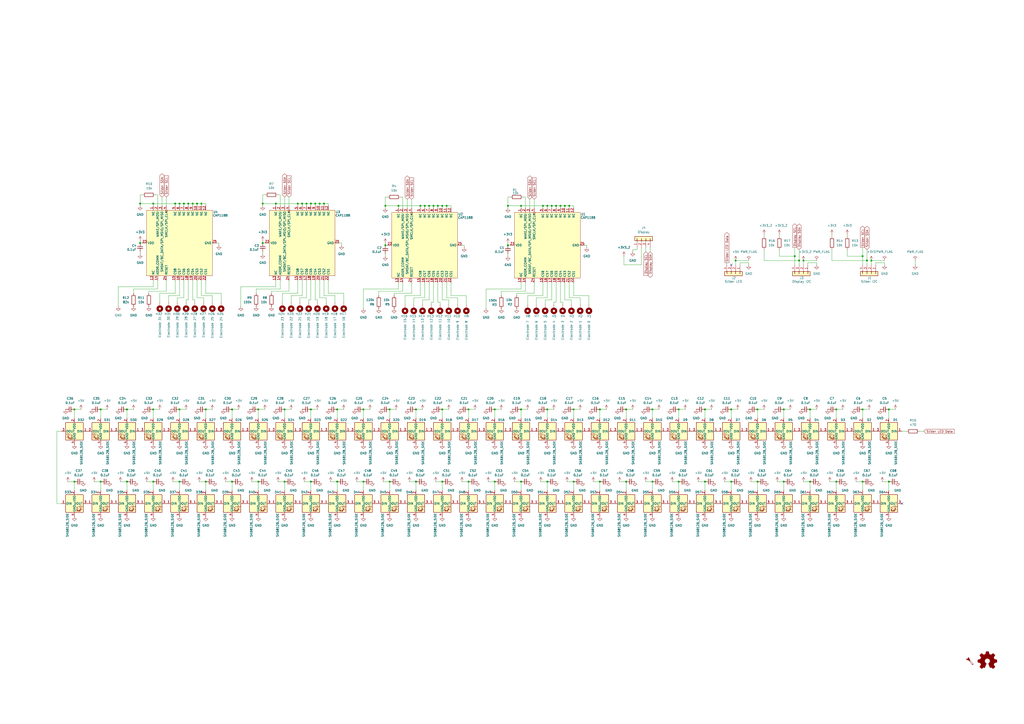
<source format=kicad_sch>
(kicad_sch (version 20231120) (generator "eeschema") (generator_version "8.0")
  (paper "A2")
  (title_block (title "DivaConSlider") (date "2024-11-21") (rev "1"))
  (junction (at 226.06 237.49))
  (junction (at 454.66 279.4))
  (junction (at 393.7 279.4))
  (junction (at 502.92 151.13))
  (junction (at 363.22 237.49))
  (junction (at 515.62 279.4))
  (junction (at 119.38 279.4))
  (junction (at 149.86 279.4))
  (junction (at 246.38 119.38))
  (junction (at 259.08 119.38))
  (junction (at 73.66 237.49))
  (junction (at 241.3 237.49))
  (junction (at 111.76 118.11))
  (junction (at 485.14 237.49))
  (junction (at 251.46 119.38))
  (junction (at 210.82 237.49))
  (junction (at 317.5 119.38))
  (junction (at 461.01 148.59))
  (junction (at 363.22 279.4))
  (junction (at 325.12 119.38))
  (junction (at 330.2 119.38))
  (junction (at 101.6 118.11))
  (junction (at 248.92 119.38))
  (junction (at 175.26 118.11))
  (junction (at 152.4 118.11))
  (junction (at 302.26 119.38))
  (junction (at 134.62 279.4))
  (junction (at 256.54 279.4))
  (junction (at 294.64 119.38))
  (junction (at 58.42 237.49))
  (junction (at 271.78 279.4))
  (junction (at 226.06 279.4))
  (junction (at 114.3 118.11))
  (junction (at 320.04 119.38))
  (junction (at 160.02 118.11))
  (junction (at 88.9 237.49))
  (junction (at 73.66 279.4))
  (junction (at 104.14 118.11))
  (junction (at 180.34 237.49))
  (junction (at 314.96 119.38))
  (junction (at 256.54 119.38))
  (junction (at 180.34 279.4))
  (junction (at 182.88 118.11))
  (junction (at 81.28 140.97))
  (junction (at 393.7 237.49))
  (junction (at 347.98 279.4))
  (junction (at 210.82 279.4))
  (junction (at 469.9 237.49))
  (junction (at 500.38 237.49))
  (junction (at 243.84 119.38))
  (junction (at 294.64 142.24))
  (junction (at 515.62 237.49))
  (junction (at 424.18 279.4))
  (junction (at 223.52 119.38))
  (junction (at 104.14 237.49))
  (junction (at 347.98 237.49))
  (junction (at 327.66 119.38))
  (junction (at 408.94 237.49))
  (junction (at 426.72 151.13))
  (junction (at 271.78 237.49))
  (junction (at 254 119.38))
  (junction (at 88.9 279.4))
  (junction (at 463.55 151.13))
  (junction (at 439.42 237.49))
  (junction (at 256.54 237.49))
  (junction (at 172.72 118.11))
  (junction (at 332.74 279.4))
  (junction (at 378.46 237.49))
  (junction (at 43.18 237.49))
  (junction (at 106.68 118.11))
  (junction (at 195.58 237.49))
  (junction (at 165.1 279.4))
  (junction (at 152.4 140.97))
  (junction (at 287.02 279.4))
  (junction (at 241.3 279.4))
  (junction (at 322.58 119.38))
  (junction (at 408.94 279.4))
  (junction (at 223.52 142.24))
  (junction (at 302.26 279.4))
  (junction (at 104.14 279.4))
  (junction (at 109.22 118.11))
  (junction (at 116.84 118.11))
  (junction (at 165.1 237.49))
  (junction (at 180.34 118.11))
  (junction (at 332.74 237.49))
  (junction (at 149.86 237.49))
  (junction (at 378.46 279.4))
  (junction (at 88.9 118.11))
  (junction (at 469.9 279.4))
  (junction (at 485.14 279.4))
  (junction (at 195.58 279.4))
  (junction (at 454.66 237.49))
  (junction (at 424.18 237.49))
  (junction (at 187.96 118.11))
  (junction (at 500.38 279.4))
  (junction (at 185.42 118.11))
  (junction (at 134.62 237.49))
  (junction (at 287.02 237.49))
  (junction (at 439.42 279.4))
  (junction (at 302.26 237.49))
  (junction (at 466.09 151.13))
  (junction (at 119.38 237.49))
  (junction (at 81.28 118.11))
  (junction (at 317.5 279.4))
  (junction (at 317.5 237.49))
  (junction (at 58.42 279.4))
  (junction (at 43.18 279.4))
  (junction (at 505.46 151.13))
  (junction (at 500.38 148.59))
  (junction (at 231.14 119.38))
  (junction (at 177.8 118.11))
  (no_connect (at 523.24 292.1))
  (no_connect (at 424.18 153.67))
  (wire (pts (xy 463.55 151.13) (xy 463.55 153.67)))
  (wire (pts (xy 223.52 114.3) (xy 224.79 114.3)))
  (wire (pts (xy 322.58 175.26) (xy 321.31 175.26)))
  (wire (pts (xy 81.28 113.03) (xy 81.28 118.11)))
  (wire (pts (xy 320.04 163.83) (xy 320.04 173.99)))
  (wire (pts (xy 116.84 118.11) (xy 116.84 119.38)))
  (wire (pts (xy 223.52 119.38) (xy 223.52 120.65)))
  (wire (pts (xy 185.42 172.72) (xy 189.23 172.72)))
  (wire (pts (xy 104.14 118.11) (xy 104.14 119.38)))
  (wire (pts (xy 231.14 163.83) (xy 231.14 167.64)))
  (wire (pts (xy 246.38 163.83) (xy 246.38 172.72)))
  (wire (pts (xy 149.86 237.49) (xy 149.86 242.57)))
  (wire (pts (xy 88.9 166.37) (xy 88.9 162.56)))
  (wire (pts (xy 134.62 279.4) (xy 134.62 284.48)))
  (wire (pts (xy 330.2 163.83) (xy 330.2 172.72)))
  (wire (pts (xy 104.14 171.45) (xy 97.79 171.45)))
  (wire (pts (xy 96.52 168.91) (xy 86.36 168.91)))
  (wire (pts (xy 304.8 163.83) (xy 304.8 168.91)))
  (wire (pts (xy 152.4 139.7) (xy 152.4 140.97)))
  (wire (pts (xy 104.14 279.4) (xy 104.14 284.48)))
  (wire (pts (xy 515.62 279.4) (xy 511.81 279.4)))
  (wire (pts (xy 515.62 237.49) (xy 519.43 237.49)))
  (wire (pts (xy 304.8 168.91) (xy 290.83 168.91)))
  (wire (pts (xy 322.58 119.38) (xy 325.12 119.38)))
  (wire (pts (xy 424.18 237.49) (xy 427.99 237.49)))
  (wire (pts (xy 336.55 172.72) (xy 336.55 176.53)))
  (wire (pts (xy 439.42 237.49) (xy 443.23 237.49)))
  (wire (pts (xy 172.72 118.11) (xy 160.02 118.11)))
  (wire (pts (xy 226.06 237.49) (xy 229.87 237.49)))
  (wire (pts (xy 119.38 237.49) (xy 119.38 242.57)))
  (wire (pts (xy 314.96 171.45) (xy 306.07 171.45)))
  (wire (pts (xy 160.02 118.11) (xy 160.02 119.38)))
  (wire (pts (xy 172.72 170.18) (xy 163.83 170.18)))
  (wire (pts (xy 90.17 113.03) (xy 91.44 113.03)))
  (wire (pts (xy 165.1 237.49) (xy 168.91 237.49)))
  (wire (pts (xy 187.96 118.11) (xy 187.96 119.38)))
  (wire (pts (xy 306.07 171.45) (xy 306.07 176.53)))
  (wire (pts (xy 469.9 237.49) (xy 473.71 237.49)))
  (wire (pts (xy 134.62 279.4) (xy 130.81 279.4)))
  (wire (pts (xy 189.23 172.72) (xy 189.23 175.26)))
  (wire (pts (xy 513.08 152.4) (xy 513.08 153.67)))
  (wire (pts (xy 88.9 279.4) (xy 85.09 279.4)))
  (wire (pts (xy 210.82 279.4) (xy 207.01 279.4)))
  (wire (pts (xy 439.42 279.4) (xy 435.61 279.4)))
  (wire (pts (xy 175.26 162.56) (xy 175.26 171.45)))
  (wire (pts (xy 241.3 279.4) (xy 237.49 279.4)))
  (wire (pts (xy 408.94 237.49) (xy 408.94 242.57)))
  (wire (pts (xy 299.72 170.18) (xy 299.72 171.45)))
  (wire (pts (xy 500.38 279.4) (xy 496.57 279.4)))
  (wire (pts (xy 341.63 171.45) (xy 341.63 176.53)))
  (wire (pts (xy 210.82 237.49) (xy 210.82 242.57)))
  (wire (pts (xy 248.92 119.38) (xy 246.38 119.38)))
  (wire (pts (xy 162.56 162.56) (xy 162.56 167.64)))
  (wire (pts (xy 426.72 151.13) (xy 434.34 151.13)))
  (wire (pts (xy 256.54 119.38) (xy 256.54 120.65)))
  (wire (pts (xy 165.1 279.4) (xy 161.29 279.4)))
  (wire (pts (xy 153.67 113.03) (xy 152.4 113.03)))
  (wire (pts (xy 167.64 168.91) (xy 157.48 168.91)))
  (wire (pts (xy 261.62 163.83) (xy 261.62 171.45)))
  (wire (pts (xy 325.12 119.38) (xy 327.66 119.38)))
  (wire (pts (xy 340.36 142.24) (xy 340.36 143.51)))
  (wire (pts (xy 163.83 170.18) (xy 163.83 175.26)))
  (wire (pts (xy 91.44 113.03) (xy 91.44 119.38)))
  (wire (pts (xy 302.26 237.49) (xy 306.07 237.49)))
  (wire (pts (xy 251.46 175.26) (xy 250.19 175.26)))
  (wire (pts (xy 58.42 237.49) (xy 62.23 237.49)))
  (wire (pts (xy 393.7 279.4) (xy 389.89 279.4)))
  (wire (pts (xy 96.52 114.3) (xy 96.52 119.38)))
  (wire (pts (xy 233.68 114.3) (xy 232.41 114.3)))
  (wire (pts (xy 314.96 163.83) (xy 314.96 171.45)))
  (wire (pts (xy 500.38 237.49) (xy 504.19 237.49)))
  (wire (pts (xy 461.01 143.51) (xy 461.01 148.59)))
  (wire (pts (xy 468.63 152.4) (xy 468.63 153.67)))
  (wire (pts (xy 107.95 173.99) (xy 107.95 175.26)))
  (wire (pts (xy 515.62 237.49) (xy 515.62 242.57)))
  (wire (pts (xy 152.4 113.03) (xy 152.4 118.11)))
  (wire (pts (xy 485.14 237.49) (xy 488.95 237.49)))
  (wire (pts (xy 119.38 119.38) (xy 119.38 118.11)))
  (wire (pts (xy 317.5 237.49) (xy 321.31 237.49)))
  (wire (pts (xy 86.36 168.91) (xy 86.36 170.18)))
  (wire (pts (xy 118.11 172.72) (xy 118.11 175.26)))
  (wire (pts (xy 97.79 171.45) (xy 97.79 175.26)))
  (wire (pts (xy 223.52 119.38) (xy 231.14 119.38)))
  (wire (pts (xy 302.26 237.49) (xy 302.26 242.57)))
  (wire (pts (xy 81.28 139.7) (xy 81.28 140.97)))
  (wire (pts (xy 119.38 118.11) (xy 116.84 118.11)))
  (wire (pts (xy 172.72 118.11) (xy 172.72 119.38)))
  (wire (pts (xy 106.68 162.56) (xy 106.68 172.72)))
  (wire (pts (xy 125.73 140.97) (xy 127 140.97)))
  (wire (pts (xy 367.03 144.78) (xy 367.03 146.05)))
  (wire (pts (xy 251.46 119.38) (xy 251.46 120.65)))
  (wire (pts (xy 187.96 162.56) (xy 187.96 171.45)))
  (wire (pts (xy 177.8 172.72) (xy 173.99 172.72)))
  (wire (pts (xy 461.01 148.59) (xy 461.01 153.67)))
  (wire (pts (xy 101.6 162.56) (xy 101.6 170.18)))
  (wire (pts (xy 104.14 237.49) (xy 107.95 237.49)))
  (wire (pts (xy 81.28 113.03) (xy 82.55 113.03)))
  (wire (pts (xy 361.95 153.67) (xy 361.95 148.59)))
  (wire (pts (xy 302.26 167.64) (xy 302.26 163.83)))
  (wire (pts (xy 68.58 166.37) (xy 88.9 166.37)))
  (wire (pts (xy 185.42 118.11) (xy 182.88 118.11)))
  (wire (pts (xy 254 175.26) (xy 255.27 175.26)))
  (wire (pts (xy 139.7 166.37) (xy 139.7 177.8)))
  (wire (pts (xy 372.11 143.51) (xy 372.11 153.67)))
  (wire (pts (xy 198.12 140.97) (xy 198.12 142.24)))
  (wire (pts (xy 180.34 279.4) (xy 176.53 279.4)))
  (wire (pts (xy 260.35 173.99) (xy 260.35 176.53)))
  (wire (pts (xy 104.14 162.56) (xy 104.14 171.45)))
  (wire (pts (xy 134.62 237.49) (xy 134.62 242.57)))
  (wire (pts (xy 88.9 237.49) (xy 92.71 237.49)))
  (wire (pts (xy 452.12 144.78) (xy 452.12 148.59)))
  (wire (pts (xy 33.02 250.19) (xy 33.02 292.1)))
  (wire (pts (xy 281.94 179.07) (xy 281.94 167.64)))
  (wire (pts (xy 194.31 171.45) (xy 194.31 175.26)))
  (wire (pts (xy 256.54 279.4) (xy 252.73 279.4)))
  (wire (pts (xy 180.34 237.49) (xy 184.15 237.49)))
  (wire (pts (xy 347.98 237.49) (xy 347.98 242.57)))
  (wire (pts (xy 238.76 170.18) (xy 228.6 170.18)))
  (wire (pts (xy 491.49 148.59) (xy 500.38 148.59)))
  (wire (pts (xy 256.54 279.4) (xy 256.54 284.48)))
  (wire (pts (xy 162.56 167.64) (xy 148.59 167.64)))
  (wire (pts (xy 175.26 118.11) (xy 172.72 118.11)))
  (wire (pts (xy 327.66 119.38) (xy 327.66 120.65)))
  (wire (pts (xy 172.72 162.56) (xy 172.72 170.18)))
  (wire (pts (xy 287.02 237.49) (xy 290.83 237.49)))
  (wire (pts (xy 81.28 146.05) (xy 81.28 147.32)))
  (wire (pts (xy 157.48 168.91) (xy 157.48 170.18)))
  (wire (pts (xy 505.46 151.13) (xy 513.08 151.13)))
  (wire (pts (xy 314.96 120.65) (xy 314.96 119.38)))
  (wire (pts (xy 452.12 148.59) (xy 461.01 148.59)))
  (wire (pts (xy 119.38 170.18) (xy 128.27 170.18)))
  (wire (pts (xy 466.09 151.13) (xy 466.09 153.67)))
  (wire (pts (xy 393.7 279.4) (xy 393.7 284.48)))
  (wire (pts (xy 168.91 171.45) (xy 168.91 175.26)))
  (wire (pts (xy 256.54 119.38) (xy 254 119.38)))
  (wire (pts (xy 234.95 171.45) (xy 234.95 176.53)))
  (wire (pts (xy 469.9 237.49) (xy 469.9 242.57)))
  (wire (pts (xy 332.74 120.65) (xy 332.74 119.38)))
  (wire (pts (xy 393.7 237.49) (xy 397.51 237.49)))
  (wire (pts (xy 243.84 119.38) (xy 243.84 120.65)))
  (wire (pts (xy 173.99 172.72) (xy 173.99 175.26)))
  (wire (pts (xy 116.84 118.11) (xy 114.3 118.11)))
  (wire (pts (xy 180.34 118.11) (xy 177.8 118.11)))
  (wire (pts (xy 408.94 279.4) (xy 408.94 284.48)))
  (wire (pts (xy 331.47 173.99) (xy 331.47 176.53)))
  (wire (pts (xy 190.5 170.18) (xy 199.39 170.18)))
  (wire (pts (xy 223.52 142.24) (xy 224.79 142.24)))
  (wire (pts (xy 33.02 292.1) (xy 35.56 292.1)))
  (wire (pts (xy 243.84 163.83) (xy 243.84 171.45)))
  (wire (pts (xy 254 163.83) (xy 254 175.26)))
  (wire (pts (xy 530.86 151.13) (xy 530.86 153.67)))
  (wire (pts (xy 271.78 279.4) (xy 267.97 279.4)))
  (wire (pts (xy 469.9 279.4) (xy 469.9 284.48)))
  (wire (pts (xy 210.82 237.49) (xy 214.63 237.49)))
  (wire (pts (xy 261.62 120.65) (xy 261.62 119.38)))
  (wire (pts (xy 226.06 237.49) (xy 226.06 242.57)))
  (wire (pts (xy 326.39 175.26) (xy 326.39 176.53)))
  (wire (pts (xy 96.52 162.56) (xy 96.52 168.91)))
  (wire (pts (xy 119.38 162.56) (xy 119.38 170.18)))
  (wire (pts (xy 177.8 118.11) (xy 177.8 119.38)))
  (wire (pts (xy 223.52 114.3) (xy 223.52 119.38)))
  (wire (pts (xy 88.9 237.49) (xy 88.9 242.57)))
  (wire (pts (xy 378.46 237.49) (xy 382.27 237.49)))
  (wire (pts (xy 43.18 237.49) (xy 46.99 237.49)))
  (wire (pts (xy 93.98 114.3) (xy 93.98 119.38)))
  (wire (pts (xy 378.46 279.4) (xy 378.46 284.48)))
  (wire (pts (xy 195.58 237.49) (xy 195.58 242.57)))
  (wire (pts (xy 123.19 171.45) (xy 123.19 175.26)))
  (wire (pts (xy 377.19 143.51) (xy 377.19 146.05)))
  (wire (pts (xy 180.34 162.56) (xy 180.34 173.99)))
  (wire (pts (xy 246.38 172.72) (xy 240.03 172.72)))
  (wire (pts (xy 320.04 119.38) (xy 320.04 120.65)))
  (wire (pts (xy 180.34 118.11) (xy 180.34 119.38)))
  (wire (pts (xy 332.74 237.49) (xy 336.55 237.49)))
  (wire (pts (xy 322.58 119.38) (xy 322.58 120.65)))
  (wire (pts (xy 152.4 118.11) (xy 152.4 119.38)))
  (wire (pts (xy 317.5 119.38) (xy 317.5 120.65)))
  (wire (pts (xy 443.23 151.13) (xy 463.55 151.13)))
  (wire (pts (xy 104.14 237.49) (xy 104.14 242.57)))
  (wire (pts (xy 254 119.38) (xy 254 120.65)))
  (wire (pts (xy 363.22 279.4) (xy 359.41 279.4)))
  (wire (pts (xy 114.3 162.56) (xy 114.3 172.72)))
  (wire (pts (xy 330.2 172.72) (xy 336.55 172.72)))
  (wire (pts (xy 223.52 147.32) (xy 223.52 148.59)))
  (wire (pts (xy 339.09 142.24) (xy 340.36 142.24)))
  (wire (pts (xy 309.88 163.83) (xy 309.88 170.18)))
  (wire (pts (xy 233.68 163.83) (xy 233.68 168.91)))
  (wire (pts (xy 231.14 120.65) (xy 231.14 119.38)))
  (wire (pts (xy 111.76 118.11) (xy 109.22 118.11)))
  (wire (pts (xy 106.68 172.72) (xy 102.87 172.72)))
  (wire (pts (xy 248.92 119.38) (xy 248.92 120.65)))
  (wire (pts (xy 367.03 144.78) (xy 369.57 144.78)))
  (wire (pts (xy 134.62 237.49) (xy 138.43 237.49)))
  (wire (pts (xy 116.84 171.45) (xy 123.19 171.45)))
  (wire (pts (xy 119.38 279.4) (xy 115.57 279.4)))
  (wire (pts (xy 454.66 237.49) (xy 454.66 242.57)))
  (wire (pts (xy 303.53 114.3) (xy 304.8 114.3)))
  (wire (pts (xy 109.22 173.99) (xy 107.95 173.99)))
  (wire (pts (xy 317.5 172.72) (xy 311.15 172.72)))
  (wire (pts (xy 241.3 237.49) (xy 241.3 242.57)))
  (wire (pts (xy 317.5 163.83) (xy 317.5 172.72)))
  (wire (pts (xy 113.03 173.99) (xy 113.03 175.26)))
  (wire (pts (xy 271.78 237.49) (xy 271.78 242.57)))
  (wire (pts (xy 265.43 172.72) (xy 265.43 176.53)))
  (wire (pts (xy 325.12 119.38) (xy 325.12 120.65)))
  (wire (pts (xy 119.38 237.49) (xy 123.19 237.49)))
  (wire (pts (xy 149.86 279.4) (xy 146.05 279.4)))
  (wire (pts (xy 233.68 168.91) (xy 219.71 168.91)))
  (wire (pts (xy 231.14 167.64) (xy 210.82 167.64)))
  (wire (pts (xy 226.06 279.4) (xy 226.06 284.48)))
  (wire (pts (xy 233.68 120.65) (xy 233.68 114.3)))
  (wire (pts (xy 378.46 237.49) (xy 378.46 242.57)))
  (wire (pts (xy 259.08 119.38) (xy 256.54 119.38)))
  (wire (pts (xy 190.5 162.56) (xy 190.5 170.18)))
  (wire (pts (xy 508 152.4) (xy 508 153.67)))
  (wire (pts (xy 177.8 162.56) (xy 177.8 172.72)))
  (wire (pts (xy 101.6 118.11) (xy 88.9 118.11)))
  (wire (pts (xy 533.4 250.19) (xy 535.94 250.19)))
  (wire (pts (xy 372.11 153.67) (xy 361.95 153.67)))
  (wire (pts (xy 454.66 279.4) (xy 450.85 279.4)))
  (wire (pts (xy 485.14 279.4) (xy 481.33 279.4)))
  (wire (pts (xy 443.23 135.89) (xy 443.23 137.16)))
  (wire (pts (xy 238.76 163.83) (xy 238.76 170.18)))
  (wire (pts (xy 332.74 163.83) (xy 332.74 171.45)))
  (wire (pts (xy 243.84 119.38) (xy 231.14 119.38)))
  (wire (pts (xy 43.18 237.49) (xy 43.18 242.57)))
  (wire (pts (xy 491.49 135.89) (xy 491.49 137.16)))
  (wire (pts (xy 179.07 173.99) (xy 179.07 175.26)))
  (wire (pts (xy 426.72 151.13) (xy 426.72 153.67)))
  (wire (pts (xy 454.66 237.49) (xy 458.47 237.49)))
  (wire (pts (xy 424.18 237.49) (xy 424.18 242.57)))
  (wire (pts (xy 251.46 119.38) (xy 248.92 119.38)))
  (wire (pts (xy 109.22 118.11) (xy 106.68 118.11)))
  (wire (pts (xy 180.34 237.49) (xy 180.34 242.57)))
  (wire (pts (xy 287.02 237.49) (xy 287.02 242.57)))
  (wire (pts (xy 175.26 171.45) (xy 168.91 171.45)))
  (wire (pts (xy 114.3 118.11) (xy 111.76 118.11)))
  (wire (pts (xy 190.5 119.38) (xy 190.5 118.11)))
  (wire (pts (xy 128.27 170.18) (xy 128.27 175.26)))
  (wire (pts (xy 287.02 279.4) (xy 287.02 284.48)))
  (wire (pts (xy 109.22 162.56) (xy 109.22 173.99)))
  (wire (pts (xy 270.51 171.45) (xy 270.51 176.53)))
  (wire (pts (xy 439.42 237.49) (xy 439.42 242.57)))
  (wire (pts (xy 332.74 279.4) (xy 332.74 284.48)))
  (wire (pts (xy 429.26 152.4) (xy 429.26 153.67)))
  (wire (pts (xy 408.94 237.49) (xy 412.75 237.49)))
  (wire (pts (xy 219.71 168.91) (xy 219.71 171.45)))
  (wire (pts (xy 255.27 175.26) (xy 255.27 176.53)))
  (wire (pts (xy 261.62 119.38) (xy 259.08 119.38)))
  (wire (pts (xy 500.38 148.59) (xy 500.38 153.67)))
  (wire (pts (xy 271.78 279.4) (xy 271.78 284.48)))
  (wire (pts (xy 111.76 173.99) (xy 113.03 173.99)))
  (wire (pts (xy 35.56 250.19) (xy 33.02 250.19)))
  (wire (pts (xy 294.64 119.38) (xy 294.64 120.65)))
  (wire (pts (xy 104.14 279.4) (xy 100.33 279.4)))
  (wire (pts (xy 363.22 237.49) (xy 363.22 242.57)))
  (wire (pts (xy 246.38 119.38) (xy 243.84 119.38)))
  (wire (pts (xy 182.88 118.11) (xy 180.34 118.11)))
  (wire (pts (xy 223.52 140.97) (xy 223.52 142.24)))
  (wire (pts (xy 469.9 279.4) (xy 466.09 279.4)))
  (wire (pts (xy 327.66 173.99) (xy 331.47 173.99)))
  (wire (pts (xy 485.14 237.49) (xy 485.14 242.57)))
  (wire (pts (xy 302.26 279.4) (xy 302.26 284.48)))
  (wire (pts (xy 91.44 167.64) (xy 77.47 167.64)))
  (wire (pts (xy 434.34 152.4) (xy 429.26 152.4)))
  (wire (pts (xy 81.28 140.97) (xy 82.55 140.97)))
  (wire (pts (xy 254 119.38) (xy 251.46 119.38)))
  (wire (pts (xy 68.58 177.8) (xy 68.58 166.37)))
  (wire (pts (xy 261.62 171.45) (xy 270.51 171.45)))
  (wire (pts (xy 160.02 118.11) (xy 152.4 118.11)))
  (wire (pts (xy 259.08 163.83) (xy 259.08 172.72)))
  (wire (pts (xy 58.42 237.49) (xy 58.42 242.57)))
  (wire (pts (xy 316.23 173.99) (xy 316.23 176.53)))
  (wire (pts (xy 152.4 146.05) (xy 152.4 147.32)))
  (wire (pts (xy 101.6 118.11) (xy 101.6 119.38)))
  (wire (pts (xy 182.88 118.11) (xy 182.88 119.38)))
  (wire (pts (xy 88.9 279.4) (xy 88.9 284.48)))
  (wire (pts (xy 256.54 237.49) (xy 256.54 242.57)))
  (wire (pts (xy 165.1 114.3) (xy 165.1 119.38)))
  (wire (pts (xy 106.68 118.11) (xy 104.14 118.11)))
  (wire (pts (xy 248.92 173.99) (xy 245.11 173.99)))
  (wire (pts (xy 363.22 279.4) (xy 363.22 284.48)))
  (wire (pts (xy 482.6 135.89) (xy 482.6 137.16)))
  (wire (pts (xy 321.31 175.26) (xy 321.31 176.53)))
  (wire (pts (xy 466.09 151.13) (xy 473.71 151.13)))
  (wire (pts (xy 251.46 163.83) (xy 251.46 175.26)))
  (wire (pts (xy 116.84 162.56) (xy 116.84 171.45)))
  (wire (pts (xy 180.34 173.99) (xy 179.07 173.99)))
  (wire (pts (xy 347.98 279.4) (xy 347.98 284.48)))
  (wire (pts (xy 92.71 170.18) (xy 92.71 175.26)))
  (wire (pts (xy 259.08 119.38) (xy 259.08 120.65)))
  (wire (pts (xy 240.03 172.72) (xy 240.03 176.53)))
  (wire (pts (xy 77.47 167.64) (xy 77.47 170.18)))
  (wire (pts (xy 327.66 119.38) (xy 330.2 119.38)))
  (wire (pts (xy 175.26 118.11) (xy 175.26 119.38)))
  (wire (pts (xy 421.64 152.4) (xy 421.64 153.67)))
  (wire (pts (xy 452.12 135.89) (xy 452.12 137.16)))
  (wire (pts (xy 317.5 119.38) (xy 320.04 119.38)))
  (wire (pts (xy 73.66 237.49) (xy 77.47 237.49)))
  (wire (pts (xy 473.71 152.4) (xy 473.71 153.67)))
  (wire (pts (xy 439.42 279.4) (xy 439.42 284.48)))
  (wire (pts (xy 88.9 118.11) (xy 81.28 118.11)))
  (wire (pts (xy 43.18 279.4) (xy 39.37 279.4)))
  (wire (pts (xy 502.92 151.13) (xy 502.92 153.67)))
  (wire (pts (xy 363.22 237.49) (xy 367.03 237.49)))
  (wire (pts (xy 307.34 115.57) (xy 307.34 120.65)))
  (wire (pts (xy 302.26 279.4) (xy 298.45 279.4)))
  (wire (pts (xy 226.06 279.4) (xy 222.25 279.4)))
  (wire (pts (xy 245.11 173.99) (xy 245.11 176.53)))
  (wire (pts (xy 187.96 171.45) (xy 194.31 171.45)))
  (wire (pts (xy 424.18 279.4) (xy 424.18 284.48)))
  (wire (pts (xy 500.38 237.49) (xy 500.38 242.57)))
  (wire (pts (xy 259.08 172.72) (xy 265.43 172.72)))
  (wire (pts (xy 374.65 143.51) (xy 374.65 146.05)))
  (wire (pts (xy 104.14 118.11) (xy 101.6 118.11)))
  (wire (pts (xy 317.5 279.4) (xy 313.69 279.4)))
  (wire (pts (xy 241.3 279.4) (xy 241.3 284.48)))
  (wire (pts (xy 322.58 163.83) (xy 322.58 175.26)))
  (wire (pts (xy 302.26 119.38) (xy 302.26 120.65)))
  (wire (pts (xy 513.08 152.4) (xy 508 152.4)))
  (wire (pts (xy 195.58 279.4) (xy 195.58 284.48)))
  (wire (pts (xy 434.34 152.4) (xy 434.34 153.67)))
  (wire (pts (xy 177.8 118.11) (xy 175.26 118.11)))
  (wire (pts (xy 320.04 119.38) (xy 322.58 119.38)))
  (wire (pts (xy 271.78 237.49) (xy 275.59 237.49)))
  (wire (pts (xy 248.92 163.83) (xy 248.92 173.99)))
  (wire (pts (xy 236.22 115.57) (xy 236.22 120.65)))
  (wire (pts (xy 473.71 152.4) (xy 468.63 152.4)))
  (wire (pts (xy 114.3 172.72) (xy 118.11 172.72)))
  (wire (pts (xy 149.86 237.49) (xy 153.67 237.49)))
  (wire (pts (xy 167.64 114.3) (xy 167.64 119.38)))
  (wire (pts (xy 185.42 118.11) (xy 185.42 119.38)))
  (wire (pts (xy 190.5 118.11) (xy 187.96 118.11)))
  (wire (pts (xy 294.64 114.3) (xy 294.64 119.38)))
  (wire (pts (xy 162.56 119.38) (xy 162.56 113.03)))
  (wire (pts (xy 317.5 279.4) (xy 317.5 284.48)))
  (wire (pts (xy 325.12 175.26) (xy 326.39 175.26)))
  (wire (pts (xy 109.22 118.11) (xy 109.22 119.38)))
  (wire (pts (xy 287.02 279.4) (xy 283.21 279.4)))
  (wire (pts (xy 195.58 237.49) (xy 199.39 237.49)))
  (wire (pts (xy 378.46 279.4) (xy 374.65 279.4)))
  (wire (pts (xy 246.38 119.38) (xy 246.38 120.65)))
  (wire (pts (xy 119.38 279.4) (xy 119.38 284.48)))
  (wire (pts (xy 165.1 237.49) (xy 165.1 242.57)))
  (wire (pts (xy 243.84 171.45) (xy 234.95 171.45)))
  (wire (pts (xy 294.64 147.32) (xy 294.64 148.59)))
  (wire (pts (xy 267.97 142.24) (xy 269.24 142.24)))
  (wire (pts (xy 523.24 250.19) (xy 525.78 250.19)))
  (wire (pts (xy 162.56 113.03) (xy 161.29 113.03)))
  (wire (pts (xy 369.57 144.78) (xy 369.57 143.51)))
  (wire (pts (xy 73.66 279.4) (xy 73.66 284.48)))
  (wire (pts (xy 309.88 115.57) (xy 309.88 120.65)))
  (wire (pts (xy 250.19 175.26) (xy 250.19 176.53)))
  (wire (pts (xy 317.5 237.49) (xy 317.5 242.57)))
  (wire (pts (xy 210.82 279.4) (xy 210.82 284.48)))
  (wire (pts (xy 114.3 118.11) (xy 114.3 119.38)))
  (wire (pts (xy 454.66 279.4) (xy 454.66 284.48)))
  (wire (pts (xy 304.8 114.3) (xy 304.8 120.65)))
  (wire (pts (xy 185.42 162.56) (xy 185.42 172.72)))
  (wire (pts (xy 73.66 237.49) (xy 73.66 242.57)))
  (wire (pts (xy 228.6 170.18) (xy 228.6 171.45)))
  (wire (pts (xy 148.59 167.64) (xy 148.59 170.18)))
  (wire (pts (xy 290.83 168.91) (xy 290.83 171.45)))
  (wire (pts (xy 500.38 279.4) (xy 500.38 284.48)))
  (wire (pts (xy 182.88 173.99) (xy 184.15 173.99)))
  (wire (pts (xy 210.82 167.64) (xy 210.82 179.07)))
  (wire (pts (xy 238.76 115.57) (xy 238.76 120.65)))
  (wire (pts (xy 106.68 118.11) (xy 106.68 119.38)))
  (wire (pts (xy 180.34 279.4) (xy 180.34 284.48)))
  (wire (pts (xy 463.55 144.78) (xy 463.55 151.13)))
  (wire (pts (xy 281.94 167.64) (xy 302.26 167.64)))
  (wire (pts (xy 485.14 279.4) (xy 485.14 284.48)))
  (wire (pts (xy 330.2 119.38) (xy 332.74 119.38)))
  (wire (pts (xy 482.6 144.78) (xy 482.6 151.13)))
  (wire (pts (xy 491.49 144.78) (xy 491.49 148.59)))
  (wire (pts (xy 347.98 237.49) (xy 351.79 237.49)))
  (wire (pts (xy 505.46 151.13) (xy 505.46 153.67)))
  (wire (pts (xy 408.94 279.4) (xy 405.13 279.4)))
  (wire (pts (xy 81.28 118.11) (xy 81.28 119.38)))
  (wire (pts (xy 482.6 151.13) (xy 502.92 151.13)))
  (wire (pts (xy 330.2 119.38) (xy 330.2 120.65)))
  (wire (pts (xy 165.1 279.4) (xy 165.1 284.48)))
  (wire (pts (xy 325.12 163.83) (xy 325.12 175.26)))
  (wire (pts (xy 256.54 237.49) (xy 260.35 237.49)))
  (wire (pts (xy 332.74 171.45) (xy 341.63 171.45)))
  (wire (pts (xy 88.9 118.11) (xy 88.9 119.38)))
  (wire (pts (xy 182.88 162.56) (xy 182.88 173.99)))
  (wire (pts (xy 502.92 144.78) (xy 502.92 151.13)))
  (wire (pts (xy 314.96 119.38) (xy 317.5 119.38)))
  (wire (pts (xy 294.64 142.24) (xy 295.91 142.24)))
  (wire (pts (xy 58.42 279.4) (xy 54.61 279.4)))
  (wire (pts (xy 127 140.97) (xy 127 142.24)))
  (wire (pts (xy 332.74 279.4) (xy 328.93 279.4)))
  (wire (pts (xy 195.58 279.4) (xy 191.77 279.4)))
  (wire (pts (xy 515.62 279.4) (xy 515.62 284.48)))
  (wire (pts (xy 160.02 166.37) (xy 139.7 166.37)))
  (wire (pts (xy 152.4 140.97) (xy 153.67 140.97)))
  (wire (pts (xy 393.7 237.49) (xy 393.7 242.57)))
  (wire (pts (xy 309.88 170.18) (xy 299.72 170.18)))
  (wire (pts (xy 424.18 279.4) (xy 420.37 279.4)))
  (wire (pts (xy 199.39 170.18) (xy 199.39 175.26)))
  (wire (pts (xy 111.76 162.56) (xy 111.76 173.99)))
  (wire (pts (xy 256.54 163.83) (xy 256.54 173.99)))
  (wire (pts (xy 196.85 140.97) (xy 198.12 140.97)))
  (wire (pts (xy 311.15 172.72) (xy 311.15 176.53)))
  (wire (pts (xy 184.15 173.99) (xy 184.15 175.26)))
  (wire (pts (xy 101.6 170.18) (xy 92.71 170.18)))
  (wire (pts (xy 73.66 279.4) (xy 69.85 279.4)))
  (wire (pts (xy 295.91 114.3) (xy 294.64 114.3)))
  (wire (pts (xy 294.64 119.38) (xy 302.26 119.38)))
  (wire (pts (xy 320.04 173.99) (xy 316.23 173.99)))
  (wire (pts (xy 332.74 237.49) (xy 332.74 242.57)))
  (wire (pts (xy 187.96 118.11) (xy 185.42 118.11)))
  (wire (pts (xy 269.24 142.24) (xy 269.24 143.51)))
  (wire (pts (xy 302.26 119.38) (xy 314.96 119.38)))
  (wire (pts (xy 443.23 144.78) (xy 443.23 151.13)))
  (wire (pts (xy 91.44 162.56) (xy 91.44 167.64)))
  (wire (pts (xy 43.18 279.4) (xy 43.18 284.48)))
  (wire (pts (xy 58.42 279.4) (xy 58.42 284.48)))
  (wire (pts (xy 111.76 118.11) (xy 111.76 119.38)))
  (wire (pts (xy 160.02 162.56) (xy 160.02 166.37)))
  (wire (pts (xy 102.87 172.72) (xy 102.87 175.26)))
  (wire (pts (xy 347.98 279.4) (xy 344.17 279.4)))
  (wire (pts (xy 149.86 279.4) (xy 149.86 284.48)))
  (wire (pts (xy 294.64 140.97) (xy 294.64 142.24)))
  (wire (pts (xy 167.64 162.56) (xy 167.64 168.91)))
  (wire (pts (xy 241.3 237.49) (xy 245.11 237.49)))
  (wire (pts (xy 500.38 143.51) (xy 500.38 148.59)))
  (wire (pts (xy 256.54 173.99) (xy 260.35 173.99)))
  (wire (pts (xy 327.66 163.83) (xy 327.66 173.99)))
  (global_label "Slider LED Data" (shape input) (at 535.94 250.19 0) (property "Intersheetrefs" "${INTERSHEET_REFS}" (effects (hide yes))))
  (global_label "Slider SDA" (shape bidirectional) (at 165.1 114.3 90) (property "Intersheetrefs" "${INTERSHEET_REFS}" (effects (hide yes))))
  (global_label "Slider SDA" (shape bidirectional) (at 236.22 115.57 90) (property "Intersheetrefs" "${INTERSHEET_REFS}" (effects (hide yes))))
  (global_label "Slider SCL" (shape input) (at 309.88 115.57 90) (property "Intersheetrefs" "${INTERSHEET_REFS}" (effects (hide yes))))
  (global_label "Slider SCL" (shape input) (at 167.64 114.3 90) (property "Intersheetrefs" "${INTERSHEET_REFS}" (effects (hide yes))))
  (global_label "Display SCL" (shape input) (at 374.65 146.05 270) (property "Intersheetrefs" "${INTERSHEET_REFS}" (effects (hide yes))))
  (global_label "Slider SCL" (shape input) (at 96.52 114.3 90) (property "Intersheetrefs" "${INTERSHEET_REFS}" (effects (hide yes))))
  (global_label "Slider SDA" (shape bidirectional) (at 307.34 115.57 90) (property "Intersheetrefs" "${INTERSHEET_REFS}" (effects (hide yes))))
  (global_label "Display SDA" (shape bidirectional) (at 463.55 144.78 90) (property "Intersheetrefs" "${INTERSHEET_REFS}" (effects (hide yes))))
  (global_label "Slider SDA" (shape bidirectional) (at 93.98 114.3 90) (property "Intersheetrefs" "${INTERSHEET_REFS}" (effects (hide yes))))
  (global_label "Slider SDA" (shape bidirectional) (at 502.92 144.78 90) (property "Intersheetrefs" "${INTERSHEET_REFS}" (effects (hide yes))))
  (global_label "Slider SCL" (shape output) (at 500.38 143.51 90) (property "Intersheetrefs" "${INTERSHEET_REFS}" (effects (hide yes))))
  (global_label "Display SDA" (shape bidirectional) (at 377.19 146.05 270) (property "Intersheetrefs" "${INTERSHEET_REFS}" (effects (hide yes))))
  (global_label "Display SCL" (shape output) (at 461.01 143.51 90) (property "Intersheetrefs" "${INTERSHEET_REFS}" (effects (hide yes))))
  (global_label "Slider SCL" (shape input) (at 238.76 115.57 90) (property "Intersheetrefs" "${INTERSHEET_REFS}" (effects (hide yes))))
  (global_label "Slider LED Data" (shape output) (at 421.64 152.4 90) (property "Intersheetrefs" "${INTERSHEET_REFS}" (effects (hide yes))))
  (symbol (lib_id "power:+5V") (at 367.03 237.49 0) (unit 1)
    (property "Reference" "#PWR069" (effects (hide yes)))
    (property "Value" "+5V" (at 367.03 232.41 0))
    (property "Description" "Power symbol creates a global label with name \"+5V\"" (effects (hide yes)))
  )
  (symbol (lib_id "Mechanical:MountingHole_Pad") (at 102.87 177.8 180) (unit 1) (exclude_from_sim yes) (in_bom no)
    (property "Reference" "H30" (at 104.394 182.118 0) (effects (justify left)))
    (property "Value" "Electrode 29" (at 102.87 183.388 90) (effects (justify left)))
    (property "Footprint" "DivaConSlider:Touchpad_15mmx42mm" (effects (hide yes)))
    (property "Description" "Mounting Hole with connection" (effects (hide yes)))
  )
  (symbol (lib_id "Mechanical:MountingHole_Pad") (at 234.95 179.07 180) (unit 1) (exclude_from_sim yes) (in_bom no)
    (property "Reference" "H16" (at 236.474 183.388 0) (effects (justify left)))
    (property "Value" "Electrode 15" (at 234.95 184.658 90) (effects (justify left)))
    (property "Footprint" "DivaConSlider:Touchpad_15mmx42mm" (effects (hide yes)))
    (property "Description" "Mounting Hole with connection" (effects (hide yes)))
  )
  (symbol (lib_id "Device:C_Small") (at 274.32 279.4 270) (mirror x) (unit 1)
    (property "Reference" "C52" (at 274.3137 273.05 90))
    (property "Value" "0.1uF" (at 274.3137 275.59 90))
    (property "Footprint" "Capacitor_SMD:C_0805_2012Metric_Pad1.18x1.45mm_HandSolder" (effects (hide yes)))
    (property "Description" "Unpolarized capacitor, small symbol" (effects (hide yes)))
  )
  (symbol (lib_id "power:GND") (at 152.4 119.38 0) (unit 1)
    (property "Reference" "#PWR013" (effects (hide yes)))
    (property "Value" "GND" (at 152.4 124.46 0))
    (property "Description" "Power symbol creates a global label with name \"GND\" , ground" (effects (hide yes)))
  )
  (symbol (lib_id "Device:C_Small") (at 421.64 237.49 90) (unit 1)
    (property "Reference" "C11" (at 421.6463 231.14 90))
    (property "Value" "0.1uF" (at 421.6463 233.68 90))
    (property "Footprint" "Capacitor_SMD:C_0805_2012Metric_Pad1.18x1.45mm_HandSolder" (effects (hide yes)))
    (property "Description" "Unpolarized capacitor, small symbol" (effects (hide yes)))
  )
  (symbol (lib_id "power:+5V") (at 435.61 279.4 0) (mirror y) (unit 1)
    (property "Reference" "#PWR0213" (effects (hide yes)))
    (property "Value" "+5V" (at 435.61 274.32 0))
    (property "Description" "Power symbol creates a global label with name \"+5V\"" (effects (hide yes)))
  )
  (symbol (lib_id "power:+5V") (at 260.35 237.49 0) (unit 1)
    (property "Reference" "#PWR090" (effects (hide yes)))
    (property "Value" "+5V" (at 260.35 232.41 0))
    (property "Description" "Power symbol creates a global label with name \"+5V\"" (effects (hide yes)))
  )
  (symbol (lib_id "power:GND") (at 195.58 257.81 0) (unit 1)
    (property "Reference" "#PWR0101" (effects (hide yes)))
    (property "Value" "GND" (at 195.58 262.89 0))
    (property "Description" "Power symbol creates a global label with name \"GND\" , ground" (effects (hide yes)))
  )
  (symbol (lib_id "power:+5V") (at 46.99 237.49 0) (unit 1)
    (property "Reference" "#PWR0132" (effects (hide yes)))
    (property "Value" "+5V" (at 46.99 232.41 0))
    (property "Description" "Power symbol creates a global label with name \"+5V\"" (effects (hide yes)))
  )
  (symbol (lib_id "power:GND") (at 195.58 299.72 0) (mirror y) (unit 1)
    (property "Reference" "#PWR0164" (effects (hide yes)))
    (property "Value" "GND" (at 195.58 304.8 0))
    (property "Description" "Power symbol creates a global label with name \"GND\" , ground" (effects (hide yes)))
  )
  (symbol (lib_id "power:+5V") (at 511.81 279.4 0) (mirror y) (unit 1)
    (property "Reference" "#PWR0228" (effects (hide yes)))
    (property "Value" "+5V" (at 511.81 274.32 0))
    (property "Description" "Power symbol creates a global label with name \"+5V\"" (effects (hide yes)))
  )
  (symbol (lib_id "power:GND") (at 180.34 257.81 0) (unit 1)
    (property "Reference" "#PWR0104" (effects (hide yes)))
    (property "Value" "GND" (at 180.34 262.89 0))
    (property "Description" "Power symbol creates a global label with name \"GND\" , ground" (effects (hide yes)))
  )
  (symbol (lib_id "power:GND") (at 154.94 279.4 0) (mirror y) (unit 1)
    (property "Reference" "#PWR0154" (effects (hide yes)))
    (property "Value" "GND" (at 154.94 284.48 0))
    (property "Description" "Power symbol creates a global label with name \"GND\" , ground" (effects (hide yes)))
  )
  (symbol (lib_id "Device:C_Small") (at 208.28 237.49 90) (unit 1)
    (property "Reference" "C25" (at 208.2863 231.14 90))
    (property "Value" "0.1uF" (at 208.2863 233.68 90))
    (property "Footprint" "Capacitor_SMD:C_0805_2012Metric_Pad1.18x1.45mm_HandSolder" (effects (hide yes)))
    (property "Description" "Unpolarized capacitor, small symbol" (effects (hide yes)))
  )
  (symbol (lib_id "Device:C_Small") (at 360.68 237.49 90) (unit 1)
    (property "Reference" "C15" (at 360.6863 231.14 90))
    (property "Value" "0.1uF" (at 360.6863 233.68 90))
    (property "Footprint" "Capacitor_SMD:C_0805_2012Metric_Pad1.18x1.45mm_HandSolder" (effects (hide yes)))
    (property "Description" "Unpolarized capacitor, small symbol" (effects (hide yes)))
  )
  (symbol (lib_id "Device:C_Small") (at 330.2 237.49 90) (unit 1)
    (property "Reference" "C17" (at 330.2063 231.14 90))
    (property "Value" "0.1uF" (at 330.2063 233.68 90))
    (property "Footprint" "Capacitor_SMD:C_0805_2012Metric_Pad1.18x1.45mm_HandSolder" (effects (hide yes)))
    (property "Description" "Unpolarized capacitor, small symbol" (effects (hide yes)))
  )
  (symbol (lib_id "power:GND") (at 347.98 257.81 0) (unit 1)
    (property "Reference" "#PWR071" (effects (hide yes)))
    (property "Value" "GND" (at 347.98 262.89 0))
    (property "Description" "Power symbol creates a global label with name \"GND\" , ground" (effects (hide yes)))
  )
  (symbol (lib_id "Device:R") (at 491.49 140.97 180) (unit 1)
    (property "Reference" "R13" (at 494.03 139.6999 0) (effects (justify right)))
    (property "Value" "10k" (at 494.03 142.2399 0) (effects (justify right)))
    (property "Footprint" "Resistor_SMD:R_0805_2012Metric_Pad1.20x1.40mm_HandSolder" (effects (hide yes)))
    (property "Description" "Resistor" (effects (hide yes)))
  )
  (symbol (lib_id "power:+5V") (at 290.83 237.49 0) (unit 1)
    (property "Reference" "#PWR084" (effects (hide yes)))
    (property "Value" "+5V" (at 290.83 232.41 0))
    (property "Description" "Power symbol creates a global label with name \"+5V\"" (effects (hide yes)))
  )
  (symbol (lib_id "Device:C_Small") (at 320.04 279.4 270) (mirror x) (unit 1)
    (property "Reference" "C55" (at 320.0337 273.05 90))
    (property "Value" "0.1uF" (at 320.0337 275.59 90))
    (property "Footprint" "Capacitor_SMD:C_0805_2012Metric_Pad1.18x1.45mm_HandSolder" (effects (hide yes)))
    (property "Description" "Unpolarized capacitor, small symbol" (effects (hide yes)))
  )
  (symbol (lib_id "power:GND") (at 459.74 279.4 0) (mirror y) (unit 1)
    (property "Reference" "#PWR0214" (effects (hide yes)))
    (property "Value" "GND" (at 459.74 284.48 0))
    (property "Description" "Power symbol creates a global label with name \"GND\" , ground" (effects (hide yes)))
  )
  (symbol (lib_id "power:GND") (at 251.46 237.49 0) (unit 1)
    (property "Reference" "#PWR088" (effects (hide yes)))
    (property "Value" "GND" (at 251.46 242.57 0))
    (property "Description" "Power symbol creates a global label with name \"GND\" , ground" (effects (hide yes)))
  )
  (symbol (lib_id "power:+5V") (at 389.89 279.4 0) (mirror y) (unit 1)
    (property "Reference" "#PWR0204" (effects (hide yes)))
    (property "Value" "+5V" (at 389.89 274.32 0))
    (property "Description" "Power symbol creates a global label with name \"+5V\"" (effects (hide yes)))
  )
  (symbol (lib_id "power:GND") (at 77.47 177.8 0) (unit 1)
    (property "Reference" "#PWR021" (effects (hide yes)))
    (property "Value" "GND" (at 77.47 182.88 0))
    (property "Description" "Power symbol creates a global label with name \"GND\" , ground" (effects (hide yes)))
  )
  (symbol (lib_id "Device:C_Small") (at 40.64 237.49 90) (unit 1)
    (property "Reference" "C36" (at 40.6463 231.14 90))
    (property "Value" "0.1uF" (at 40.6463 233.68 90))
    (property "Footprint" "Capacitor_SMD:C_0805_2012Metric_Pad1.18x1.45mm_HandSolder" (effects (hide yes)))
    (property "Description" "Unpolarized capacitor, small symbol" (effects (hide yes)))
  )
  (symbol (lib_id "Device:R") (at 157.48 173.99 0) (mirror y) (unit 1)
    (property "Reference" "R8" (at 154.94 172.7199 0) (effects (justify left)))
    (property "Value" "10k" (at 154.94 175.2599 0) (effects (justify left)))
    (property "Footprint" "Resistor_SMD:R_0805_2012Metric_Pad1.20x1.40mm_HandSolder" (effects (hide yes)))
    (property "Description" "Resistor" (effects (hide yes)))
  )
  (symbol (lib_id "DivaConSlider:SK6812B_SIDE") (at 73.66 292.1 0) (unit 1)
    (property "Reference" "D35" (at 69.85 285.496 0))
    (property "Value" "SK6812B_SIDE" (at 69.596 304.546 90))
    (property "Footprint" "DivaConSlider:LED_SK6812B_SIDE" (effects (hide yes)))
    (property "Datasheet" "https://cdn-shop.adafruit.com/product-files/4691/4691_SK68XX_SIDE_REV.04_EN_1_.pdf" (effects (hide yes)))
    (property "Description" "RGB LED with integrated controller" (effects (hide yes)))
  )
  (symbol (lib_id "Device:C_Small") (at 314.96 237.49 90) (unit 1)
    (property "Reference" "C18" (at 314.9663 231.14 90))
    (property "Value" "0.1uF" (at 314.9663 233.68 90))
    (property "Footprint" "Capacitor_SMD:C_0805_2012Metric_Pad1.18x1.45mm_HandSolder" (effects (hide yes)))
    (property "Description" "Unpolarized capacitor, small symbol" (effects (hide yes)))
  )
  (symbol (lib_id "power:GND") (at 515.62 299.72 0) (mirror y) (unit 1)
    (property "Reference" "#PWR0227" (effects (hide yes)))
    (property "Value" "GND" (at 515.62 304.8 0))
    (property "Description" "Power symbol creates a global label with name \"GND\" , ground" (effects (hide yes)))
  )
  (symbol (lib_id "power:GND") (at 276.86 279.4 0) (mirror y) (unit 1)
    (property "Reference" "#PWR0178" (effects (hide yes)))
    (property "Value" "GND" (at 276.86 284.48 0))
    (property "Description" "Power symbol creates a global label with name \"GND\" , ground" (effects (hide yes)))
  )
  (symbol (lib_id "power:GND") (at 149.86 257.81 0) (unit 1)
    (property "Reference" "#PWR0110" (effects (hide yes)))
    (property "Value" "GND" (at 149.86 262.89 0))
    (property "Description" "Power symbol creates a global label with name \"GND\" , ground" (effects (hide yes)))
  )
  (symbol (lib_id "power:+5V") (at 237.49 279.4 0) (mirror y) (unit 1)
    (property "Reference" "#PWR0174" (effects (hide yes)))
    (property "Value" "+5V" (at 237.49 274.32 0))
    (property "Description" "Power symbol creates a global label with name \"+5V\"" (effects (hide yes)))
  )
  (symbol (lib_id "power:GND") (at 180.34 299.72 0) (mirror y) (unit 1)
    (property "Reference" "#PWR0161" (effects (hide yes)))
    (property "Value" "GND" (at 180.34 304.8 0))
    (property "Description" "Power symbol creates a global label with name \"GND\" , ground" (effects (hide yes)))
  )
  (symbol (lib_id "power:+5V") (at 161.29 279.4 0) (mirror y) (unit 1)
    (property "Reference" "#PWR0159" (effects (hide yes)))
    (property "Value" "+5V" (at 161.29 274.32 0))
    (property "Description" "Power symbol creates a global label with name \"+5V\"" (effects (hide yes)))
  )
  (symbol (lib_id "power:+5V") (at 69.85 279.4 0) (mirror y) (unit 1)
    (property "Reference" "#PWR0141" (effects (hide yes)))
    (property "Value" "+5V" (at 69.85 274.32 0))
    (property "Description" "Power symbol creates a global label with name \"+5V\"" (effects (hide yes)))
  )
  (symbol (lib_id "power:GND") (at 383.54 279.4 0) (mirror y) (unit 1)
    (property "Reference" "#PWR0199" (effects (hide yes)))
    (property "Value" "GND" (at 383.54 284.48 0))
    (property "Description" "Power symbol creates a global label with name \"GND\" , ground" (effects (hide yes)))
  )
  (symbol (lib_id "power:GND") (at 261.62 279.4 0) (mirror y) (unit 1)
    (property "Reference" "#PWR0175" (effects (hide yes)))
    (property "Value" "GND" (at 261.62 284.48 0))
    (property "Description" "Power symbol creates a global label with name \"GND\" , ground" (effects (hide yes)))
  )
  (symbol (lib_id "Mechanical:MountingHole_Pad") (at 336.55 179.07 180) (unit 1) (exclude_from_sim yes) (in_bom no)
    (property "Reference" "H2" (at 338.074 183.388 0) (effects (justify left)))
    (property "Value" "Electrode 1" (at 336.55 185.928 90) (effects (justify left)))
    (property "Footprint" "DivaConSlider:Touchpad_15mmx42mm" (effects (hide yes)))
    (property "Description" "Mounting Hole with connection" (effects (hide yes)))
  )
  (symbol (lib_id "power:+5V") (at 222.25 279.4 0) (mirror y) (unit 1)
    (property "Reference" "#PWR0171" (effects (hide yes)))
    (property "Value" "+5V" (at 222.25 274.32 0))
    (property "Description" "Power symbol creates a global label with name \"+5V\"" (effects (hide yes)))
  )
  (symbol (lib_id "power:+5V") (at 245.11 237.49 0) (unit 1)
    (property "Reference" "#PWR093" (effects (hide yes)))
    (property "Value" "+5V" (at 245.11 232.41 0))
    (property "Description" "Power symbol creates a global label with name \"+5V\"" (effects (hide yes)))
  )
  (symbol (lib_id "power:GND") (at 358.14 237.49 0) (unit 1)
    (property "Reference" "#PWR067" (effects (hide yes)))
    (property "Value" "GND" (at 358.14 242.57 0))
    (property "Description" "Power symbol creates a global label with name \"GND\" , ground" (effects (hide yes)))
  )
  (symbol (lib_id "power:GND") (at 119.38 299.72 0) (mirror y) (unit 1)
    (property "Reference" "#PWR0149" (effects (hide yes)))
    (property "Value" "GND" (at 119.38 304.8 0))
    (property "Description" "Power symbol creates a global label with name \"GND\" , ground" (effects (hide yes)))
  )
  (symbol (lib_id "Device:C_Small") (at 254 237.49 90) (unit 1)
    (property "Reference" "C22" (at 254.0063 231.14 90))
    (property "Value" "0.1uF" (at 254.0063 233.68 90))
    (property "Footprint" "Capacitor_SMD:C_0805_2012Metric_Pad1.18x1.45mm_HandSolder" (effects (hide yes)))
    (property "Description" "Unpolarized capacitor, small symbol" (effects (hide yes)))
  )
  (symbol (lib_id "Device:C_Small") (at 132.08 237.49 90) (unit 1)
    (property "Reference" "C30" (at 132.0863 231.14 90))
    (property "Value" "0.1uF" (at 132.0863 233.68 90))
    (property "Footprint" "Capacitor_SMD:C_0805_2012Metric_Pad1.18x1.45mm_HandSolder" (effects (hide yes)))
    (property "Description" "Unpolarized capacitor, small symbol" (effects (hide yes)))
  )
  (symbol (lib_id "Mechanical:MountingHole_Pad") (at 311.15 179.07 180) (unit 1) (exclude_from_sim yes) (in_bom no)
    (property "Reference" "H7" (at 312.674 183.388 0) (effects (justify left)))
    (property "Value" "Electrode 6" (at 311.15 185.928 90) (effects (justify left)))
    (property "Footprint" "DivaConSlider:Touchpad_15mmx42mm" (effects (hide yes)))
    (property "Description" "Mounting Hole with connection" (effects (hide yes)))
  )
  (symbol (lib_id "power:GND") (at 317.5 257.81 0) (unit 1)
    (property "Reference" "#PWR077" (effects (hide yes)))
    (property "Value" "GND" (at 317.5 262.89 0))
    (property "Description" "Power symbol creates a global label with name \"GND\" , ground" (effects (hide yes)))
  )
  (symbol (lib_id "power:+5V") (at 426.72 151.13 0) (unit 1)
    (property "Reference" "#PWR0230" (effects (hide yes)))
    (property "Value" "+5V" (at 426.72 146.05 0))
    (property "Description" "Power symbol creates a global label with name \"+5V\"" (effects (hide yes)))
  )
  (symbol (lib_id "DivaConSlider:SK6812B_SIDE") (at 58.42 250.19 0) (mirror y) (unit 1)
    (property "Reference" "D31" (at 62.23 243.586 0))
    (property "Value" "SK6812B_SIDE" (at 62.484 262.636 90))
    (property "Footprint" "DivaConSlider:LED_SK6812B_SIDE" (effects (hide yes)))
    (property "Datasheet" "https://cdn-shop.adafruit.com/product-files/4691/4691_SK68XX_SIDE_REV.04_EN_1_.pdf" (effects (hide yes)))
    (property "Description" "RGB LED with integrated controller" (effects (hide yes)))
  )
  (symbol (lib_id "power:GND") (at 226.06 257.81 0) (unit 1)
    (property "Reference" "#PWR095" (effects (hide yes)))
    (property "Value" "GND" (at 226.06 262.89 0))
    (property "Description" "Power symbol creates a global label with name \"GND\" , ground" (effects (hide yes)))
  )
  (symbol (lib_id "DivaConSlider:SK6812B_SIDE") (at 515.62 250.19 0) (mirror y) (unit 1)
    (property "Reference" "D1" (at 519.43 243.586 0))
    (property "Value" "SK6812B_SIDE" (at 519.684 262.636 90))
    (property "Footprint" "DivaConSlider:LED_SK6812B_SIDE" (effects (hide yes)))
    (property "Datasheet" "https://cdn-shop.adafruit.com/product-files/4691/4691_SK68XX_SIDE_REV.04_EN_1_.pdf" (effects (hide yes)))
    (property "Description" "RGB LED with integrated controller" (effects (hide yes)))
  )
  (symbol (lib_id "power:+5V") (at 450.85 279.4 0) (mirror y) (unit 1)
    (property "Reference" "#PWR0216" (effects (hide yes)))
    (property "Value" "+5V" (at 450.85 274.32 0))
    (property "Description" "Power symbol creates a global label with name \"+5V\"" (effects (hide yes)))
  )
  (symbol (lib_id "power:+5V") (at 420.37 279.4 0) (mirror y) (unit 1)
    (property "Reference" "#PWR0210" (effects (hide yes)))
    (property "Value" "+5V" (at 420.37 274.32 0))
    (property "Description" "Power symbol creates a global label with name \"+5V\"" (effects (hide yes)))
  )
  (symbol (lib_id "DivaConSlider:SK6812B_SIDE") (at 43.18 292.1 0) (unit 1)
    (property "Reference" "D33" (at 39.37 285.496 0))
    (property "Value" "SK6812B_SIDE" (at 39.116 304.546 90))
    (property "Footprint" "DivaConSlider:LED_SK6812B_SIDE" (effects (hide yes)))
    (property "Datasheet" "https://cdn-shop.adafruit.com/product-files/4691/4691_SK68XX_SIDE_REV.04_EN_1_.pdf" (effects (hide yes)))
    (property "Description" "RGB LED with integrated controller" (effects (hide yes)))
  )
  (symbol (lib_id "power:+5V") (at 176.53 279.4 0) (mirror y) (unit 1)
    (property "Reference" "#PWR0162" (effects (hide yes)))
    (property "Value" "+5V" (at 176.53 274.32 0))
    (property "Description" "Power symbol creates a global label with name \"+5V\"" (effects (hide yes)))
  )
  (symbol (lib_id "power:GND") (at 114.3 237.49 0) (unit 1)
    (property "Reference" "#PWR0115" (effects (hide yes)))
    (property "Value" "GND" (at 114.3 242.57 0))
    (property "Description" "Power symbol creates a global label with name \"GND\" , ground" (effects (hide yes)))
  )
  (symbol (lib_id "power:GND") (at 220.98 237.49 0) (unit 1)
    (property "Reference" "#PWR094" (effects (hide yes)))
    (property "Value" "GND" (at 220.98 242.57 0))
    (property "Description" "Power symbol creates a global label with name \"GND\" , ground" (effects (hide yes)))
  )
  (symbol (lib_id "DivaConSlider:‎CAP1188-1-CP-TR") (at 243.84 142.24 90) (mirror x) (unit 1)
    (property "Reference" "U2" (at 267.208 124.206 90))
    (property "Value" "CAP1188" (at 270.002 126.238 90))
    (property "Footprint" "Package_DFN_QFN:VQFN-24-1EP_4x4mm_P0.5mm_EP2.5x2.5mm" (effects (hide yes)))
    (pin "9" (alternate "NC"))
    (pin "6" (alternate "NC"))
    (pin "13" (alternate "NC"))
    (pin "8" (alternate "NC"))
    (pin "7" (alternate "NC"))
    (pin "11" (alternate "NC"))
    (pin "1" (alternate "NC"))
    (pin "10" (alternate "NC"))
    (pin "5" (alternate "NC"))
    (pin "12" (alternate "NC"))
  )
  (symbol (lib_id "power:GND") (at 302.26 299.72 0) (mirror y) (unit 1)
    (property "Reference" "#PWR0185" (effects (hide yes)))
    (property "Value" "GND" (at 302.26 304.8 0))
    (property "Description" "Power symbol creates a global label with name \"GND\" , ground" (effects (hide yes)))
  )
  (symbol (lib_id "power:GND") (at 510.54 237.49 0) (unit 1)
    (property "Reference" "#PWR038" (effects (hide yes)))
    (property "Value" "GND" (at 510.54 242.57 0))
    (property "Description" "Power symbol creates a global label with name \"GND\" , ground" (effects (hide yes)))
  )
  (symbol (lib_id "DivaConSlider:SK6812B_SIDE") (at 226.06 250.19 0) (mirror y) (unit 1)
    (property "Reference" "D20" (at 229.87 243.586 0))
    (property "Value" "SK6812B_SIDE" (at 230.124 262.636 90))
    (property "Footprint" "DivaConSlider:LED_SK6812B_SIDE" (effects (hide yes)))
    (property "Datasheet" "https://cdn-shop.adafruit.com/product-files/4691/4691_SK68XX_SIDE_REV.04_EN_1_.pdf" (effects (hide yes)))
    (property "Description" "RGB LED with integrated controller" (effects (hide yes)))
  )
  (symbol (lib_id "power:GND") (at 198.12 142.24 0) (unit 1)
    (property "Reference" "#PWR024" (effects (hide yes)))
    (property "Value" "GND" (at 198.12 147.32 0))
    (property "Description" "Power symbol creates a global label with name \"GND\" , ground" (effects (hide yes)))
  )
  (symbol (lib_id "Mechanical:MountingHole_Pad") (at 306.07 179.07 180) (unit 1) (exclude_from_sim yes) (in_bom no)
    (property "Reference" "H8" (at 307.594 183.388 0) (effects (justify left)))
    (property "Value" "Electrode 7" (at 306.07 185.928 90) (effects (justify left)))
    (property "Footprint" "DivaConSlider:Touchpad_15mmx42mm" (effects (hide yes)))
    (property "Description" "Mounting Hole with connection" (effects (hide yes)))
  )
  (symbol (lib_id "power:GND") (at 269.24 143.51 0) (unit 1)
    (property "Reference" "#PWR016" (effects (hide yes)))
    (property "Value" "GND" (at 269.24 148.59 0))
    (property "Description" "Power symbol creates a global label with name \"GND\" , ground" (effects (hide yes)))
  )
  (symbol (lib_id "DivaConSlider:SK6812B_SIDE") (at 88.9 250.19 0) (mirror y) (unit 1)
    (property "Reference" "D29" (at 92.71 243.586 0))
    (property "Value" "SK6812B_SIDE" (at 92.964 262.636 90))
    (property "Footprint" "DivaConSlider:LED_SK6812B_SIDE" (effects (hide yes)))
    (property "Datasheet" "https://cdn-shop.adafruit.com/product-files/4691/4691_SK68XX_SIDE_REV.04_EN_1_.pdf" (effects (hide yes)))
    (property "Description" "RGB LED with integrated controller" (effects (hide yes)))
  )
  (symbol (lib_id "power:+5V") (at 153.67 237.49 0) (unit 1)
    (property "Reference" "#PWR0111" (effects (hide yes)))
    (property "Value" "+5V" (at 153.67 232.41 0))
    (property "Description" "Power symbol creates a global label with name \"+5V\"" (effects (hide yes)))
  )
  (symbol (lib_id "power:GND") (at 93.98 279.4 0) (mirror y) (unit 1)
    (property "Reference" "#PWR0142" (effects (hide yes)))
    (property "Value" "GND" (at 93.98 284.48 0))
    (property "Description" "Power symbol creates a global label with name \"GND\" , ground" (effects (hide yes)))
  )
  (symbol (lib_id "power:GND") (at 219.71 179.07 0) (unit 1)
    (property "Reference" "#PWR015" (effects (hide yes)))
    (property "Value" "GND" (at 219.71 184.15 0))
    (property "Description" "Power symbol creates a global label with name \"GND\" , ground" (effects (hide yes)))
  )
  (symbol (lib_id "Device:R") (at 86.36 113.03 270) (unit 1)
    (property "Reference" "R10" (at 88.392 106.68 90) (effects (justify right)))
    (property "Value" "10k" (at 88.392 109.22 90) (effects (justify right)))
    (property "Footprint" "Resistor_SMD:R_0805_2012Metric_Pad1.20x1.40mm_HandSolder" (effects (hide yes)))
    (property "Description" "Resistor" (effects (hide yes)))
  )
  (symbol (lib_id "power:GND") (at 287.02 257.81 0) (unit 1)
    (property "Reference" "#PWR083" (effects (hide yes)))
    (property "Value" "GND" (at 287.02 262.89 0))
    (property "Description" "Power symbol creates a global label with name \"GND\" , ground" (effects (hide yes)))
  )
  (symbol (lib_id "power:GND") (at 109.22 279.4 0) (mirror y) (unit 1)
    (property "Reference" "#PWR0145" (effects (hide yes)))
    (property "Value" "GND" (at 109.22 284.48 0))
    (property "Description" "Power symbol creates a global label with name \"GND\" , ground" (effects (hide yes)))
  )
  (symbol (lib_id "power:+5V") (at 191.77 279.4 0) (mirror y) (unit 1)
    (property "Reference" "#PWR0165" (effects (hide yes)))
    (property "Value" "+5V" (at 191.77 274.32 0))
    (property "Description" "Power symbol creates a global label with name \"+5V\"" (effects (hide yes)))
  )
  (symbol (lib_id "Device:C_Small") (at 284.48 237.49 90) (unit 1)
    (property "Reference" "C20" (at 284.4863 231.14 90))
    (property "Value" "0.1uF" (at 284.4863 233.68 90))
    (property "Footprint" "Capacitor_SMD:C_0805_2012Metric_Pad1.18x1.45mm_HandSolder" (effects (hide yes)))
    (property "Description" "Unpolarized capacitor, small symbol" (effects (hide yes)))
  )
  (symbol (lib_id "power:GND") (at 68.58 177.8 0) (unit 1)
    (property "Reference" "#PWR031" (effects (hide yes)))
    (property "Value" "GND" (at 68.58 182.88 0))
    (property "Description" "Power symbol creates a global label with name \"GND\" , ground" (effects (hide yes)))
  )
  (symbol (lib_id "Device:R") (at 290.83 175.26 0) (unit 1)
    (property "Reference" "R3" (at 285.496 176.784 0) (effects (justify left)))
    (property "Value" "150k" (at 283.464 174.244 0) (effects (justify left)))
    (property "Footprint" "Resistor_SMD:R_0805_2012Metric_Pad1.20x1.40mm_HandSolder" (effects (hide yes)))
    (property "Description" "Resistor" (effects (hide yes)))
  )
  (symbol (lib_id "Mechanical:MountingHole_Pad") (at 255.27 179.07 180) (unit 1) (exclude_from_sim yes) (in_bom no)
    (property "Reference" "H12" (at 256.794 183.388 0) (effects (justify left)))
    (property "Value" "Electrode 11" (at 255.27 184.658 90) (effects (justify left)))
    (property "Footprint" "DivaConSlider:Touchpad_15mmx42mm" (effects (hide yes)))
    (property "Description" "Mounting Hole with connection" (effects (hide yes)))
  )
  (symbol (lib_id "Device:R") (at 77.47 173.99 0) (mirror y) (unit 1)
    (property "Reference" "R12" (at 74.93 172.7199 0) (effects (justify left)))
    (property "Value" "82k" (at 74.93 175.2599 0) (effects (justify left)))
    (property "Footprint" "Resistor_SMD:R_0805_2012Metric_Pad1.20x1.40mm_HandSolder" (effects (hide yes)))
    (property "Description" "Resistor" (effects (hide yes)))
  )
  (symbol (lib_id "Device:C_Small") (at 228.6 279.4 270) (mirror x) (unit 1)
    (property "Reference" "C49" (at 228.5937 273.05 90))
    (property "Value" "0.1uF" (at 228.5937 275.59 90))
    (property "Footprint" "Capacitor_SMD:C_0805_2012Metric_Pad1.18x1.45mm_HandSolder" (effects (hide yes)))
    (property "Description" "Unpolarized capacitor, small symbol" (effects (hide yes)))
  )
  (symbol (lib_id "power:+5V") (at 504.19 237.49 0) (unit 1)
    (property "Reference" "#PWR042" (effects (hide yes)))
    (property "Value" "+5V" (at 504.19 232.41 0))
    (property "Description" "Power symbol creates a global label with name \"+5V\"" (effects (hide yes)))
  )
  (symbol (lib_id "power:GND") (at 363.22 299.72 0) (mirror y) (unit 1)
    (property "Reference" "#PWR0197" (effects (hide yes)))
    (property "Value" "GND" (at 363.22 304.8 0))
    (property "Description" "Power symbol creates a global label with name \"GND\" , ground" (effects (hide yes)))
  )
  (symbol (lib_id "power:GND") (at 439.42 257.81 0) (unit 1)
    (property "Reference" "#PWR053" (effects (hide yes)))
    (property "Value" "GND" (at 439.42 262.89 0))
    (property "Description" "Power symbol creates a global label with name \"GND\" , ground" (effects (hide yes)))
  )
  (symbol (lib_id "power:GND") (at 408.94 257.81 0) (unit 1)
    (property "Reference" "#PWR059" (effects (hide yes)))
    (property "Value" "GND" (at 408.94 262.89 0))
    (property "Description" "Power symbol creates a global label with name \"GND\" , ground" (effects (hide yes)))
  )
  (symbol (lib_id "Device:C_Small") (at 162.56 237.49 90) (unit 1)
    (property "Reference" "C28" (at 162.5663 231.14 90))
    (property "Value" "0.1uF" (at 162.5663 233.68 90))
    (property "Footprint" "Capacitor_SMD:C_0805_2012Metric_Pad1.18x1.45mm_HandSolder" (effects (hide yes)))
    (property "Description" "Unpolarized capacitor, small symbol" (effects (hide yes)))
  )
  (symbol (lib_id "power:GND") (at 165.1 299.72 0) (mirror y) (unit 1)
    (property "Reference" "#PWR0158" (effects (hide yes)))
    (property "Value" "GND" (at 165.1 304.8 0))
    (property "Description" "Power symbol creates a global label with name \"GND\" , ground" (effects (hide yes)))
  )
  (symbol (lib_id "power:+5V") (at 382.27 237.49 0) (unit 1)
    (property "Reference" "#PWR066" (effects (hide yes)))
    (property "Value" "+5V" (at 382.27 232.41 0))
    (property "Description" "Power symbol creates a global label with name \"+5V\"" (effects (hide yes)))
  )
  (symbol (lib_id "power:+5V") (at 336.55 237.49 0) (unit 1)
    (property "Reference" "#PWR075" (effects (hide yes)))
    (property "Value" "+5V" (at 336.55 232.41 0))
    (property "Description" "Power symbol creates a global label with name \"+5V\"" (effects (hide yes)))
  )
  (symbol (lib_id "power:GND") (at 434.34 237.49 0) (unit 1)
    (property "Reference" "#PWR052" (effects (hide yes)))
    (property "Value" "GND" (at 434.34 242.57 0))
    (property "Description" "Power symbol creates a global label with name \"GND\" , ground" (effects (hide yes)))
  )
  (symbol (lib_id "power:GND") (at 129.54 237.49 0) (unit 1)
    (property "Reference" "#PWR0112" (effects (hide yes)))
    (property "Value" "GND" (at 129.54 242.57 0))
    (property "Description" "Power symbol creates a global label with name \"GND\" , ground" (effects (hide yes)))
  )
  (symbol (lib_id "Device:C_Small") (at 223.52 237.49 90) (unit 1)
    (property "Reference" "C24" (at 223.5263 231.14 90))
    (property "Value" "0.1uF" (at 223.5263 233.68 90))
    (property "Footprint" "Capacitor_SMD:C_0805_2012Metric_Pad1.18x1.45mm_HandSolder" (effects (hide yes)))
    (property "Description" "Unpolarized capacitor, small symbol" (effects (hide yes)))
  )
  (symbol (lib_id "DivaConSlider:SK6812B_SIDE") (at 378.46 292.1 0) (unit 1)
    (property "Reference" "D55" (at 374.65 285.496 0))
    (property "Value" "SK6812B_SIDE" (at 374.396 304.546 90))
    (property "Footprint" "DivaConSlider:LED_SK6812B_SIDE" (effects (hide yes)))
    (property "Datasheet" "https://cdn-shop.adafruit.com/product-files/4691/4691_SK68XX_SIDE_REV.04_EN_1_.pdf" (effects (hide yes)))
    (property "Description" "RGB LED with integrated controller" (effects (hide yes)))
  )
  (symbol (lib_id "power:GND") (at 152.4 147.32 0) (unit 1)
    (property "Reference" "#PWR020" (effects (hide yes)))
    (property "Value" "GND" (at 152.4 152.4 0))
    (property "Description" "Power symbol creates a global label with name \"GND\" , ground" (effects (hide yes)))
  )
  (symbol (lib_id "power:+5V") (at 62.23 237.49 0) (unit 1)
    (property "Reference" "#PWR0129" (effects (hide yes)))
    (property "Value" "+5V" (at 62.23 232.41 0))
    (property "Description" "Power symbol creates a global label with name \"+5V\"" (effects (hide yes)))
  )
  (symbol (lib_id "DivaConSlider:SK6812B_SIDE") (at 43.18 250.19 0) (mirror y) (unit 1)
    (property "Reference" "D32" (at 46.99 243.586 0))
    (property "Value" "SK6812B_SIDE" (at 47.244 262.636 90))
    (property "Footprint" "DivaConSlider:LED_SK6812B_SIDE" (effects (hide yes)))
    (property "Datasheet" "https://cdn-shop.adafruit.com/product-files/4691/4691_SK68XX_SIDE_REV.04_EN_1_.pdf" (effects (hide yes)))
    (property "Description" "RGB LED with integrated controller" (effects (hide yes)))
  )
  (symbol (lib_id "power:+5V") (at 199.39 237.49 0) (unit 1)
    (property "Reference" "#PWR0102" (effects (hide yes)))
    (property "Value" "+5V" (at 199.39 232.41 0))
    (property "Description" "Power symbol creates a global label with name \"+5V\"" (effects (hide yes)))
  )
  (symbol (lib_id "power:GND") (at 490.22 279.4 0) (mirror y) (unit 1)
    (property "Reference" "#PWR0220" (effects (hide yes)))
    (property "Value" "GND" (at 490.22 284.48 0))
    (property "Description" "Power symbol creates a global label with name \"GND\" , ground" (effects (hide yes)))
  )
  (symbol (lib_id "DivaConSlider:SK6812B_SIDE") (at 302.26 250.19 0) (mirror y) (unit 1)
    (property "Reference" "D15" (at 306.07 243.586 0))
    (property "Value" "SK6812B_SIDE" (at 306.324 262.636 90))
    (property "Footprint" "DivaConSlider:LED_SK6812B_SIDE" (effects (hide yes)))
    (property "Datasheet" "https://cdn-shop.adafruit.com/product-files/4691/4691_SK68XX_SIDE_REV.04_EN_1_.pdf" (effects (hide yes)))
    (property "Description" "RGB LED with integrated controller" (effects (hide yes)))
  )
  (symbol (lib_id "power:GND") (at 469.9 257.81 0) (unit 1)
    (property "Reference" "#PWR047" (effects (hide yes)))
    (property "Value" "GND" (at 469.9 262.89 0))
    (property "Description" "Power symbol creates a global label with name \"GND\" , ground" (effects (hide yes)))
  )
  (symbol (lib_id "DivaConSlider:‎CAP1188-1-CP-TR") (at 314.96 142.24 90) (mirror x) (unit 1)
    (property "Reference" "U1" (at 338.328 124.206 90))
    (property "Value" "CAP1188" (at 341.122 126.238 90))
    (property "Footprint" "Package_DFN_QFN:VQFN-24-1EP_4x4mm_P0.5mm_EP2.5x2.5mm" (effects (hide yes)))
    (pin "9" (alternate "NC"))
    (pin "6" (alternate "NC"))
    (pin "13" (alternate "NC"))
    (pin "8" (alternate "NC"))
    (pin "7" (alternate "NC"))
    (pin "11" (alternate "NC"))
    (pin "1" (alternate "NC"))
    (pin "10" (alternate "NC"))
    (pin "5" (alternate "NC"))
    (pin "12" (alternate "NC"))
  )
  (symbol (lib_id "power:GND") (at 424.18 299.72 0) (mirror y) (unit 1)
    (property "Reference" "#PWR0209" (effects (hide yes)))
    (property "Value" "GND" (at 424.18 304.8 0))
    (property "Description" "Power symbol creates a global label with name \"GND\" , ground" (effects (hide yes)))
  )
  (symbol (lib_id "power:GND") (at 473.71 153.67 0) (unit 1)
    (property "Reference" "#PWR0235" (effects (hide yes)))
    (property "Value" "GND" (at 473.71 158.75 0))
    (property "Description" "Power symbol creates a global label with name \"GND\" , ground" (effects (hide yes)))
  )
  (symbol (lib_id "power:GND") (at 485.14 257.81 0) (unit 1)
    (property "Reference" "#PWR044" (effects (hide yes)))
    (property "Value" "GND" (at 485.14 262.89 0))
    (property "Description" "Power symbol creates a global label with name \"GND\" , ground" (effects (hide yes)))
  )
  (symbol (lib_id "power:GND") (at 495.3 237.49 0) (unit 1)
    (property "Reference" "#PWR040" (effects (hide yes)))
    (property "Value" "GND" (at 495.3 242.57 0))
    (property "Description" "Power symbol creates a global label with name \"GND\" , ground" (effects (hide yes)))
  )
  (symbol (lib_id "power:GND") (at 287.02 299.72 0) (mirror y) (unit 1)
    (property "Reference" "#PWR0182" (effects (hide yes)))
    (property "Value" "GND" (at 287.02 304.8 0))
    (property "Description" "Power symbol creates a global label with name \"GND\" , ground" (effects (hide yes)))
  )
  (symbol (lib_id "power:GND") (at 337.82 279.4 0) (mirror y) (unit 1)
    (property "Reference" "#PWR0190" (effects (hide yes)))
    (property "Value" "GND" (at 337.82 284.48 0))
    (property "Description" "Power symbol creates a global label with name \"GND\" , ground" (effects (hide yes)))
  )
  (symbol (lib_id "DivaConSlider:SK6812B_SIDE") (at 134.62 250.19 0) (mirror y) (unit 1)
    (property "Reference" "D26" (at 138.43 243.586 0))
    (property "Value" "SK6812B_SIDE" (at 138.684 262.636 90))
    (property "Footprint" "DivaConSlider:LED_SK6812B_SIDE" (effects (hide yes)))
    (property "Datasheet" "https://cdn-shop.adafruit.com/product-files/4691/4691_SK68XX_SIDE_REV.04_EN_1_.pdf" (effects (hide yes)))
    (property "Description" "RGB LED with integrated controller" (effects (hide yes)))
  )
  (symbol (lib_id "DivaConSlider:SK6812B_SIDE") (at 393.7 292.1 0) (unit 1)
    (property "Reference" "D56" (at 389.89 285.496 0))
    (property "Value" "SK6812B_SIDE" (at 389.636 304.546 90))
    (property "Footprint" "DivaConSlider:LED_SK6812B_SIDE" (effects (hide yes)))
    (property "Datasheet" "https://cdn-shop.adafruit.com/product-files/4691/4691_SK68XX_SIDE_REV.04_EN_1_.pdf" (effects (hide yes)))
    (property "Description" "RGB LED with integrated controller" (effects (hide yes)))
  )
  (symbol (lib_id "power:+5V") (at 405.13 279.4 0) (mirror y) (unit 1)
    (property "Reference" "#PWR0207" (effects (hide yes)))
    (property "Value" "+5V" (at 405.13 274.32 0))
    (property "Description" "Power symbol creates a global label with name \"+5V\"" (effects (hide yes)))
  )
  (symbol (lib_id "CustomLogos:Leek") (at 562.61 383.54 0) (unit 1) (exclude_from_sim yes) (in_bom no) (on_board no)
    (property "Reference" "#SYM1" (effects (hide yes)))
    (property "Value" "Leek" (effects (hide yes)))
  )
  (symbol (lib_id "power:GND") (at 474.98 279.4 0) (mirror y) (unit 1)
    (property "Reference" "#PWR0217" (effects (hide yes)))
    (property "Value" "GND" (at 474.98 284.48 0))
    (property "Description" "Power symbol creates a global label with name \"GND\" , ground" (effects (hide yes)))
  )
  (symbol (lib_id "Device:C_Small") (at 147.32 237.49 90) (unit 1)
    (property "Reference" "C29" (at 147.3263 231.14 90))
    (property "Value" "0.1uF" (at 147.3263 233.68 90))
    (property "Footprint" "Capacitor_SMD:C_0805_2012Metric_Pad1.18x1.45mm_HandSolder" (effects (hide yes)))
    (property "Description" "Unpolarized capacitor, small symbol" (effects (hide yes)))
  )
  (symbol (lib_id "DivaConSlider:SK6812B_SIDE") (at 195.58 292.1 0) (unit 1)
    (property "Reference" "D43" (at 191.77 285.496 0))
    (property "Value" "SK6812B_SIDE" (at 191.516 304.546 90))
    (property "Footprint" "DivaConSlider:LED_SK6812B_SIDE" (effects (hide yes)))
    (property "Datasheet" "https://cdn-shop.adafruit.com/product-files/4691/4691_SK68XX_SIDE_REV.04_EN_1_.pdf" (effects (hide yes)))
    (property "Description" "RGB LED with integrated controller" (effects (hide yes)))
  )
  (symbol (lib_id "Mechanical:MountingHole_Pad") (at 128.27 177.8 180) (unit 1) (exclude_from_sim yes) (in_bom no)
    (property "Reference" "H25" (at 129.794 182.118 0) (effects (justify left)))
    (property "Value" "Electrode 24" (at 128.27 183.642 90) (effects (justify left)))
    (property "Footprint" "DivaConSlider:Touchpad_15mmx42mm" (effects (hide yes)))
    (property "Description" "Mounting Hole with connection" (effects (hide yes)))
  )
  (symbol (lib_id "Device:C_Small") (at 55.88 237.49 90) (unit 1)
    (property "Reference" "C35" (at 55.8863 231.14 90))
    (property "Value" "0.1uF" (at 55.8863 233.68 90))
    (property "Footprint" "Capacitor_SMD:C_0805_2012Metric_Pad1.18x1.45mm_HandSolder" (effects (hide yes)))
    (property "Description" "Unpolarized capacitor, small symbol" (effects (hide yes)))
  )
  (symbol (lib_id "DivaConSlider:SK6812B_SIDE") (at 210.82 250.19 0) (mirror y) (unit 1)
    (property "Reference" "D21" (at 214.63 243.586 0))
    (property "Value" "SK6812B_SIDE" (at 214.884 262.636 90))
    (property "Footprint" "DivaConSlider:LED_SK6812B_SIDE" (effects (hide yes)))
    (property "Datasheet" "https://cdn-shop.adafruit.com/product-files/4691/4691_SK68XX_SIDE_REV.04_EN_1_.pdf" (effects (hide yes)))
    (property "Description" "RGB LED with integrated controller" (effects (hide yes)))
  )
  (symbol (lib_id "power:GND") (at 43.18 299.72 0) (mirror y) (unit 1)
    (property "Reference" "#PWR0134" (effects (hide yes)))
    (property "Value" "GND" (at 43.18 304.8 0))
    (property "Description" "Power symbol creates a global label with name \"GND\" , ground" (effects (hide yes)))
  )
  (symbol (lib_id "power:GND") (at 223.52 148.59 0) (unit 1)
    (property "Reference" "#PWR012" (effects (hide yes)))
    (property "Value" "GND" (at 223.52 153.67 0))
    (property "Description" "Power symbol creates a global label with name \"GND\" , ground" (effects (hide yes)))
  )
  (symbol (lib_id "power:GND") (at 363.22 257.81 0) (unit 1)
    (property "Reference" "#PWR068" (effects (hide yes)))
    (property "Value" "GND" (at 363.22 262.89 0))
    (property "Description" "Power symbol creates a global label with name \"GND\" , ground" (effects (hide yes)))
  )
  (symbol (lib_id "Device:C_Small") (at 259.08 279.4 270) (mirror x) (unit 1)
    (property "Reference" "C51" (at 259.0737 273.05 90))
    (property "Value" "0.1uF" (at 259.0737 275.59 90))
    (property "Footprint" "Capacitor_SMD:C_0805_2012Metric_Pad1.18x1.45mm_HandSolder" (effects (hide yes)))
    (property "Description" "Unpolarized capacitor, small symbol" (effects (hide yes)))
  )
  (symbol (lib_id "DivaConSlider:SK6812B_SIDE") (at 149.86 250.19 0) (mirror y) (unit 1)
    (property "Reference" "D25" (at 153.67 243.586 0))
    (property "Value" "SK6812B_SIDE" (at 153.924 262.636 90))
    (property "Footprint" "DivaConSlider:LED_SK6812B_SIDE" (effects (hide yes)))
    (property "Datasheet" "https://cdn-shop.adafruit.com/product-files/4691/4691_SK68XX_SIDE_REV.04_EN_1_.pdf" (effects (hide yes)))
    (property "Description" "RGB LED with integrated controller" (effects (hide yes)))
  )
  (symbol (lib_id "DivaConSlider:SK6812B_SIDE") (at 180.34 250.19 0) (mirror y) (unit 1)
    (property "Reference" "D23" (at 184.15 243.586 0))
    (property "Value" "SK6812B_SIDE" (at 184.404 262.636 90))
    (property "Footprint" "DivaConSlider:LED_SK6812B_SIDE" (effects (hide yes)))
    (property "Datasheet" "https://cdn-shop.adafruit.com/product-files/4691/4691_SK68XX_SIDE_REV.04_EN_1_.pdf" (effects (hide yes)))
    (property "Description" "RGB LED with integrated controller" (effects (hide yes)))
  )
  (symbol (lib_id "Connector_Generic:Conn_01x04") (at 505.46 158.75 270) (unit 1)
    (property "Reference" "J1" (at 503.174 161.29 90) (effects (justify left)))
    (property "Value" "Slider I2C" (at 499.364 163.322 90) (effects (justify left)))
    (property "Footprint" "Connector_JST:JST_PH_B4B-PH-K_1x04_P2.00mm_Vertical" (effects (hide yes)))
    (property "Description" "Generic connector, single row, 01x04, script generated (kicad-library-utils/schlib/autogen/connector/)" (effects (hide yes)))
  )
  (symbol (lib_id "Mechanical:MountingHole_Pad") (at 189.23 177.8 180) (unit 1) (exclude_from_sim yes) (in_bom no)
    (property "Reference" "H19" (at 190.754 182.118 0) (effects (justify left)))
    (property "Value" "Electrode 18" (at 189.23 183.642 90) (effects (justify left)))
    (property "Footprint" "DivaConSlider:Touchpad_15mmx42mm" (effects (hide yes)))
    (property "Description" "Mounting Hole with connection" (effects (hide yes)))
  )
  (symbol (lib_id "power:GND") (at 469.9 299.72 0) (mirror y) (unit 1)
    (property "Reference" "#PWR0218" (effects (hide yes)))
    (property "Value" "GND" (at 469.9 304.8 0))
    (property "Description" "Power symbol creates a global label with name \"GND\" , ground" (effects (hide yes)))
  )
  (symbol (lib_id "power:GND") (at 342.9 237.49 0) (unit 1)
    (property "Reference" "#PWR070" (effects (hide yes)))
    (property "Value" "GND" (at 342.9 242.57 0))
    (property "Description" "Power symbol creates a global label with name \"GND\" , ground" (effects (hide yes)))
  )
  (symbol (lib_id "DivaConSlider:SK6812B_SIDE") (at 363.22 250.19 0) (mirror y) (unit 1)
    (property "Reference" "D11" (at 367.03 243.586 0))
    (property "Value" "SK6812B_SIDE" (at 367.284 262.636 90))
    (property "Footprint" "DivaConSlider:LED_SK6812B_SIDE" (effects (hide yes)))
    (property "Datasheet" "https://cdn-shop.adafruit.com/product-files/4691/4691_SK68XX_SIDE_REV.04_EN_1_.pdf" (effects (hide yes)))
    (property "Description" "RGB LED with integrated controller" (effects (hide yes)))
  )
  (symbol (lib_id "power:GND") (at 266.7 237.49 0) (unit 1)
    (property "Reference" "#PWR085" (effects (hide yes)))
    (property "Value" "GND" (at 266.7 242.57 0))
    (property "Description" "Power symbol creates a global label with name \"GND\" , ground" (effects (hide yes)))
  )
  (symbol (lib_id "power:+3V3") (at 482.6 135.89 0) (unit 1)
    (property "Reference" "#PWR035" (effects (hide yes)))
    (property "Value" "+3V3" (at 482.6 130.81 0))
    (property "Description" "Power symbol creates a global label with name \"+3V3\"" (effects (hide yes)))
  )
  (symbol (lib_id "DivaConSlider:SK6812B_SIDE") (at 515.62 292.1 0) (unit 1)
    (property "Reference" "D64" (at 511.81 285.496 0))
    (property "Value" "SK6812B_SIDE" (at 511.556 304.546 90))
    (property "Footprint" "DivaConSlider:LED_SK6812B_SIDE" (effects (hide yes)))
    (property "Datasheet" "https://cdn-shop.adafruit.com/product-files/4691/4691_SK68XX_SIDE_REV.04_EN_1_.pdf" (effects (hide yes)))
    (property "Description" "RGB LED with integrated controller" (effects (hide yes)))
  )
  (symbol (lib_id "DivaConSlider:‎CAP1188-1-CP-TR") (at 101.6 140.97 90) (mirror x) (unit 1)
    (property "Reference" "U4" (at 124.968 122.936 90))
    (property "Value" "CAP1188" (at 127.762 124.968 90))
    (property "Footprint" "Package_DFN_QFN:VQFN-24-1EP_4x4mm_P0.5mm_EP2.5x2.5mm" (effects (hide yes)))
    (pin "9" (alternate "NC"))
    (pin "6" (alternate "NC"))
    (pin "13" (alternate "NC"))
    (pin "8" (alternate "NC"))
    (pin "7" (alternate "NC"))
    (pin "11" (alternate "NC"))
    (pin "1" (alternate "NC"))
    (pin "10" (alternate "NC"))
    (pin "5" (alternate "NC"))
    (pin "12" (alternate "NC"))
  )
  (symbol (lib_id "Mechanical:MountingHole_Pad") (at 118.11 177.8 180) (unit 1) (exclude_from_sim yes) (in_bom no)
    (property "Reference" "H27" (at 119.634 182.118 0) (effects (justify left)))
    (property "Value" "Electrode 26" (at 118.11 183.388 90) (effects (justify left)))
    (property "Footprint" "DivaConSlider:Touchpad_15mmx42mm" (effects (hide yes)))
    (property "Description" "Mounting Hole with connection" (effects (hide yes)))
  )
  (symbol (lib_id "power:+5V") (at 130.81 279.4 0) (mirror y) (unit 1)
    (property "Reference" "#PWR0153" (effects (hide yes)))
    (property "Value" "+5V" (at 130.81 274.32 0))
    (property "Description" "Power symbol creates a global label with name \"+5V\"" (effects (hide yes)))
  )
  (symbol (lib_id "Device:C_Small") (at 513.08 237.49 90) (unit 1)
    (property "Reference" "C5" (at 513.0863 231.14 90))
    (property "Value" "0.1uF" (at 513.0863 233.68 90))
    (property "Footprint" "Capacitor_SMD:C_0805_2012Metric_Pad1.18x1.45mm_HandSolder" (effects (hide yes)))
    (property "Description" "Unpolarized capacitor, small symbol" (effects (hide yes)))
  )
  (symbol (lib_id "power:+5V") (at 344.17 279.4 0) (mirror y) (unit 1)
    (property "Reference" "#PWR0195" (effects (hide yes)))
    (property "Value" "+5V" (at 344.17 274.32 0))
    (property "Description" "Power symbol creates a global label with name \"+5V\"" (effects (hide yes)))
  )
  (symbol (lib_id "power:GND") (at 144.78 237.49 0) (unit 1)
    (property "Reference" "#PWR0109" (effects (hide yes)))
    (property "Value" "GND" (at 144.78 242.57 0))
    (property "Description" "Power symbol creates a global label with name \"GND\" , ground" (effects (hide yes)))
  )
  (symbol (lib_id "DivaConSlider:SK6812B_SIDE") (at 439.42 250.19 0) (mirror y) (unit 1)
    (property "Reference" "D6" (at 443.23 243.586 0))
    (property "Value" "SK6812B_SIDE" (at 443.484 262.636 90))
    (property "Footprint" "DivaConSlider:LED_SK6812B_SIDE" (effects (hide yes)))
    (property "Datasheet" "https://cdn-shop.adafruit.com/product-files/4691/4691_SK68XX_SIDE_REV.04_EN_1_.pdf" (effects (hide yes)))
    (property "Description" "RGB LED with integrated controller" (effects (hide yes)))
  )
  (symbol (lib_id "DivaConSlider:SK6812B_SIDE") (at 210.82 292.1 0) (unit 1)
    (property "Reference" "D44" (at 207.01 285.496 0))
    (property "Value" "SK6812B_SIDE" (at 206.756 304.546 90))
    (property "Footprint" "DivaConSlider:LED_SK6812B_SIDE" (effects (hide yes)))
    (property "Datasheet" "https://cdn-shop.adafruit.com/product-files/4691/4691_SK68XX_SIDE_REV.04_EN_1_.pdf" (effects (hide yes)))
    (property "Description" "RGB LED with integrated controller" (effects (hide yes)))
  )
  (symbol (lib_id "Device:C_Small") (at 243.84 279.4 270) (mirror x) (unit 1)
    (property "Reference" "C50" (at 243.8337 273.05 90))
    (property "Value" "0.1uF" (at 243.8337 275.59 90))
    (property "Footprint" "Capacitor_SMD:C_0805_2012Metric_Pad1.18x1.45mm_HandSolder" (effects (hide yes)))
    (property "Description" "Unpolarized capacitor, small symbol" (effects (hide yes)))
  )
  (symbol (lib_id "power:GND") (at 134.62 299.72 0) (mirror y) (unit 1)
    (property "Reference" "#PWR0152" (effects (hide yes)))
    (property "Value" "GND" (at 134.62 304.8 0))
    (property "Description" "Power symbol creates a global label with name \"GND\" , ground" (effects (hide yes)))
  )
  (symbol (lib_id "power:GND") (at 271.78 299.72 0) (mirror y) (unit 1)
    (property "Reference" "#PWR0179" (effects (hide yes)))
    (property "Value" "GND" (at 271.78 304.8 0))
    (property "Description" "Power symbol creates a global label with name \"GND\" , ground" (effects (hide yes)))
  )
  (symbol (lib_id "power:GND") (at 367.03 146.05 0) (unit 1)
    (property "Reference" "#PWR0236" (effects (hide yes)))
    (property "Value" "GND" (at 367.03 151.13 0))
    (property "Description" "Power symbol creates a global label with name \"GND\" , ground" (effects (hide yes)))
  )
  (symbol (lib_id "power:GND") (at 505.46 279.4 0) (mirror y) (unit 1)
    (property "Reference" "#PWR0223" (effects (hide yes)))
    (property "Value" "GND" (at 505.46 284.48 0))
    (property "Description" "Power symbol creates a global label with name \"GND\" , ground" (effects (hide yes)))
  )
  (symbol (lib_id "Mechanical:MountingHole_Pad") (at 270.51 179.07 180) (unit 1) (exclude_from_sim yes) (in_bom no)
    (property "Reference" "H9" (at 272.034 183.388 0) (effects (justify left)))
    (property "Value" "Electrode 8" (at 270.51 185.928 90) (effects (justify left)))
    (property "Footprint" "DivaConSlider:Touchpad_15mmx42mm" (effects (hide yes)))
    (property "Description" "Mounting Hole with connection" (effects (hide yes)))
  )
  (symbol (lib_id "DivaConSlider:SK6812B_SIDE") (at 469.9 292.1 0) (unit 1)
    (property "Reference" "D61" (at 466.09 285.496 0))
    (property "Value" "SK6812B_SIDE" (at 465.836 304.546 90))
    (property "Footprint" "DivaConSlider:LED_SK6812B_SIDE" (effects (hide yes)))
    (property "Datasheet" "https://cdn-shop.adafruit.com/product-files/4691/4691_SK68XX_SIDE_REV.04_EN_1_.pdf" (effects (hide yes)))
    (property "Description" "RGB LED with integrated controller" (effects (hide yes)))
  )
  (symbol (lib_id "Device:C_Small") (at 81.28 143.51 0) (unit 1)
    (property "Reference" "C4" (at 76.454 142.494 0) (effects (justify left)))
    (property "Value" "0.1uF" (at 73.66 144.78 0) (effects (justify left)))
    (property "Footprint" "Capacitor_SMD:C_0805_2012Metric_Pad1.18x1.45mm_HandSolder" (effects (hide yes)))
    (property "Description" "Unpolarized capacitor, small symbol" (effects (hide yes)))
  )
  (symbol (lib_id "power:GND") (at 190.5 237.49 0) (unit 1)
    (property "Reference" "#PWR0100" (effects (hide yes)))
    (property "Value" "GND" (at 190.5 242.57 0))
    (property "Description" "Power symbol creates a global label with name \"GND\" , ground" (effects (hide yes)))
  )
  (symbol (lib_id "power:+5V") (at 146.05 279.4 0) (mirror y) (unit 1)
    (property "Reference" "#PWR0156" (effects (hide yes)))
    (property "Value" "+5V" (at 146.05 274.32 0))
    (property "Description" "Power symbol creates a global label with name \"+5V\"" (effects (hide yes)))
  )
  (symbol (lib_id "power:+5V") (at 107.95 237.49 0) (unit 1)
    (property "Reference" "#PWR0120" (effects (hide yes)))
    (property "Value" "+5V" (at 107.95 232.41 0))
    (property "Description" "Power symbol creates a global label with name \"+5V\"" (effects (hide yes)))
  )
  (symbol (lib_id "power:+5V") (at 100.33 279.4 0) (mirror y) (unit 1)
    (property "Reference" "#PWR0147" (effects (hide yes)))
    (property "Value" "+5V" (at 100.33 274.32 0))
    (property "Description" "Power symbol creates a global label with name \"+5V\"" (effects (hide yes)))
  )
  (symbol (lib_id "power:GND") (at 294.64 120.65 0) (unit 1)
    (property "Reference" "#PWR01" (effects (hide yes)))
    (property "Value" "GND" (at 294.64 125.73 0))
    (property "Description" "Power symbol creates a global label with name \"GND\" , ground" (effects (hide yes)))
  )
  (symbol (lib_id "DivaConSlider:SK6812B_SIDE") (at 119.38 250.19 0) (mirror y) (unit 1)
    (property "Reference" "D27" (at 123.19 243.586 0))
    (property "Value" "SK6812B_SIDE" (at 123.444 262.636 90))
    (property "Footprint" "DivaConSlider:LED_SK6812B_SIDE" (effects (hide yes)))
    (property "Datasheet" "https://cdn-shop.adafruit.com/product-files/4691/4691_SK68XX_SIDE_REV.04_EN_1_.pdf" (effects (hide yes)))
    (property "Description" "RGB LED with integrated controller" (effects (hide yes)))
  )
  (symbol (lib_id "DivaConSlider:SK6812B_SIDE") (at 180.34 292.1 0) (unit 1)
    (property "Reference" "D42" (at 176.53 285.496 0))
    (property "Value" "SK6812B_SIDE" (at 176.276 304.546 90))
    (property "Footprint" "DivaConSlider:LED_SK6812B_SIDE" (effects (hide yes)))
    (property "Datasheet" "https://cdn-shop.adafruit.com/product-files/4691/4691_SK68XX_SIDE_REV.04_EN_1_.pdf" (effects (hide yes)))
    (property "Description" "RGB LED with integrated controller" (effects (hide yes)))
  )
  (symbol (lib_id "Device:C_Small") (at 71.12 237.49 90) (unit 1)
    (property "Reference" "C34" (at 71.1263 231.14 90))
    (property "Value" "0.1uF" (at 71.1263 233.68 90))
    (property "Footprint" "Capacitor_SMD:C_0805_2012Metric_Pad1.18x1.45mm_HandSolder" (effects (hide yes)))
    (property "Description" "Unpolarized capacitor, small symbol" (effects (hide yes)))
  )
  (symbol (lib_id "power:+3V3") (at 452.12 135.89 0) (unit 1)
    (property "Reference" "#PWR0233" (effects (hide yes)))
    (property "Value" "+3V3_2" (at 453.136 130.81 0))
    (property "Description" "Power symbol creates a global label with name \"+3V3\"" (effects (hide yes)))
  )
  (symbol (lib_id "power:+5V") (at 519.43 237.49 0) (unit 1)
    (property "Reference" "#PWR039" (effects (hide yes)))
    (property "Value" "+5V" (at 519.43 232.41 0))
    (property "Description" "Power symbol creates a global label with name \"+5V\"" (effects (hide yes)))
  )
  (symbol (lib_id "power:GND") (at 368.3 279.4 0) (mirror y) (unit 1)
    (property "Reference" "#PWR0196" (effects (hide yes)))
    (property "Value" "GND" (at 368.3 284.48 0))
    (property "Description" "Power symbol creates a global label with name \"GND\" , ground" (effects (hide yes)))
  )
  (symbol (lib_id "power:GND") (at 271.78 257.81 0) (unit 1)
    (property "Reference" "#PWR086" (effects (hide yes)))
    (property "Value" "GND" (at 271.78 262.89 0))
    (property "Description" "Power symbol creates a global label with name \"GND\" , ground" (effects (hide yes)))
  )
  (symbol (lib_id "Device:C_Small") (at 137.16 279.4 270) (mirror x) (unit 1)
    (property "Reference" "C43" (at 137.1537 273.05 90))
    (property "Value" "0.1uF" (at 137.1537 275.59 90))
    (property "Footprint" "Capacitor_SMD:C_0805_2012Metric_Pad1.18x1.45mm_HandSolder" (effects (hide yes)))
    (property "Description" "Unpolarized capacitor, small symbol" (effects (hide yes)))
  )
  (symbol (lib_id "Device:R") (at 443.23 140.97 180) (unit 1)
    (property "Reference" "R16" (at 445.77 139.6999 0) (effects (justify right)))
    (property "Value" "10k" (at 445.77 142.2399 0) (effects (justify right)))
    (property "Footprint" "Resistor_SMD:R_0805_2012Metric_Pad1.20x1.40mm_HandSolder" (effects (hide yes)))
    (property "Description" "Resistor" (effects (hide yes)))
  )
  (symbol (lib_id "DivaConSlider:SK6812B_SIDE") (at 287.02 292.1 0) (unit 1)
    (property "Reference" "D49" (at 283.21 285.496 0))
    (property "Value" "SK6812B_SIDE" (at 282.956 304.546 90))
    (property "Footprint" "DivaConSlider:LED_SK6812B_SIDE" (effects (hide yes)))
    (property "Datasheet" "https://cdn-shop.adafruit.com/product-files/4691/4691_SK68XX_SIDE_REV.04_EN_1_.pdf" (effects (hide yes)))
    (property "Description" "RGB LED with integrated controller" (effects (hide yes)))
  )
  (symbol (lib_id "Device:C_Small") (at 121.92 279.4 270) (mirror x) (unit 1)
    (property "Reference" "C42" (at 121.9137 273.05 90))
    (property "Value" "0.1uF" (at 121.9137 275.59 90))
    (property "Footprint" "Capacitor_SMD:C_0805_2012Metric_Pad1.18x1.45mm_HandSolder" (effects (hide yes)))
    (property "Description" "Unpolarized capacitor, small symbol" (effects (hide yes)))
  )
  (symbol (lib_id "power:GND") (at 485.14 299.72 0) (mirror y) (unit 1)
    (property "Reference" "#PWR0221" (effects (hide yes)))
    (property "Value" "GND" (at 485.14 304.8 0))
    (property "Description" "Power symbol creates a global label with name \"GND\" , ground" (effects (hide yes)))
  )
  (symbol (lib_id "power:PWR_FLAG") (at 473.71 151.13 0) (unit 1)
    (property "Reference" "#FLG03" (effects (hide yes)))
    (property "Value" "PWR_FLAG" (at 476.504 146.05 0))
    (property "Description" "Special symbol for telling ERC where power comes from" (effects (hide yes)))
  )
  (symbol (lib_id "power:+3V3") (at 152.4 139.7 0) (unit 1)
    (property "Reference" "#PWR019" (effects (hide yes)))
    (property "Value" "+3V3" (at 152.4 134.62 0))
    (property "Description" "Power symbol creates a global label with name \"+3V3\"" (effects (hide yes)))
  )
  (symbol (lib_id "power:GND") (at 414.02 279.4 0) (mirror y) (unit 1)
    (property "Reference" "#PWR0205" (effects (hide yes)))
    (property "Value" "GND" (at 414.02 284.48 0))
    (property "Description" "Power symbol creates a global label with name \"GND\" , ground" (effects (hide yes)))
  )
  (symbol (lib_id "DivaConSlider:SK6812B_SIDE") (at 88.9 292.1 0) (unit 1)
    (property "Reference" "D36" (at 85.09 285.496 0))
    (property "Value" "SK6812B_SIDE" (at 84.836 304.546 90))
    (property "Footprint" "DivaConSlider:LED_SK6812B_SIDE" (effects (hide yes)))
    (property "Datasheet" "https://cdn-shop.adafruit.com/product-files/4691/4691_SK68XX_SIDE_REV.04_EN_1_.pdf" (effects (hide yes)))
    (property "Description" "RGB LED with integrated controller" (effects (hide yes)))
  )
  (symbol (lib_id "Device:C_Small") (at 152.4 279.4 270) (mirror x) (unit 1)
    (property "Reference" "C44" (at 152.3937 273.05 90))
    (property "Value" "0.1uF" (at 152.3937 275.59 90))
    (property "Footprint" "Capacitor_SMD:C_0805_2012Metric_Pad1.18x1.45mm_HandSolder" (effects (hide yes)))
    (property "Description" "Unpolarized capacitor, small symbol" (effects (hide yes)))
  )
  (symbol (lib_id "power:GND") (at 68.58 237.49 0) (unit 1)
    (property "Reference" "#PWR0124" (effects (hide yes)))
    (property "Value" "GND" (at 68.58 242.57 0))
    (property "Description" "Power symbol creates a global label with name \"GND\" , ground" (effects (hide yes)))
  )
  (symbol (lib_id "power:GND") (at 307.34 279.4 0) (mirror y) (unit 1)
    (property "Reference" "#PWR0184" (effects (hide yes)))
    (property "Value" "GND" (at 307.34 284.48 0))
    (property "Description" "Power symbol creates a global label with name \"GND\" , ground" (effects (hide yes)))
  )
  (symbol (lib_id "Device:R") (at 452.12 140.97 180) (unit 1)
    (property "Reference" "R17" (at 454.66 139.6999 0) (effects (justify right)))
    (property "Value" "10k" (at 454.66 142.2399 0) (effects (justify right)))
    (property "Footprint" "Resistor_SMD:R_0805_2012Metric_Pad1.20x1.40mm_HandSolder" (effects (hide yes)))
    (property "Description" "Resistor" (effects (hide yes)))
  )
  (symbol (lib_id "power:+5V") (at 184.15 237.49 0) (unit 1)
    (property "Reference" "#PWR0105" (effects (hide yes)))
    (property "Value" "+5V" (at 184.15 232.41 0))
    (property "Description" "Power symbol creates a global label with name \"+5V\"" (effects (hide yes)))
  )
  (symbol (lib_id "power:GND") (at 215.9 279.4 0) (mirror y) (unit 1)
    (property "Reference" "#PWR0166" (effects (hide yes)))
    (property "Value" "GND" (at 215.9 284.48 0))
    (property "Description" "Power symbol creates a global label with name \"GND\" , ground" (effects (hide yes)))
  )
  (symbol (lib_id "Device:C_Small") (at 497.84 237.49 90) (unit 1)
    (property "Reference" "C6" (at 497.8463 231.14 90))
    (property "Value" "0.1uF" (at 497.8463 233.68 90))
    (property "Footprint" "Capacitor_SMD:C_0805_2012Metric_Pad1.18x1.45mm_HandSolder" (effects (hide yes)))
    (property "Description" "Unpolarized capacitor, small symbol" (effects (hide yes)))
  )
  (symbol (lib_id "power:GND") (at 317.5 299.72 0) (mirror y) (unit 1)
    (property "Reference" "#PWR0188" (effects (hide yes)))
    (property "Value" "GND" (at 317.5 304.8 0))
    (property "Description" "Power symbol creates a global label with name \"GND\" , ground" (effects (hide yes)))
  )
  (symbol (lib_id "Device:C_Small") (at 198.12 279.4 270) (mirror x) (unit 1)
    (property "Reference" "C47" (at 198.1137 273.05 90))
    (property "Value" "0.1uF" (at 198.1137 275.59 90))
    (property "Footprint" "Capacitor_SMD:C_0805_2012Metric_Pad1.18x1.45mm_HandSolder" (effects (hide yes)))
    (property "Description" "Unpolarized capacitor, small symbol" (effects (hide yes)))
  )
  (symbol (lib_id "Mechanical:MountingHole_Pad") (at 321.31 179.07 180) (unit 1) (exclude_from_sim yes) (in_bom no)
    (property "Reference" "H5" (at 322.834 183.388 0) (effects (justify left)))
    (property "Value" "Electrode 4" (at 321.31 185.928 90) (effects (justify left)))
    (property "Footprint" "DivaConSlider:Touchpad_15mmx42mm" (effects (hide yes)))
    (property "Description" "Mounting Hole with connection" (effects (hide yes)))
  )
  (symbol (lib_id "power:GND") (at 297.18 237.49 0) (unit 1)
    (property "Reference" "#PWR079" (effects (hide yes)))
    (property "Value" "GND" (at 297.18 242.57 0))
    (property "Description" "Power symbol creates a global label with name \"GND\" , ground" (effects (hide yes)))
  )
  (symbol (lib_id "Device:C_Small") (at 223.52 144.78 0) (unit 1)
    (property "Reference" "C2" (at 218.694 143.764 0) (effects (justify left)))
    (property "Value" "0.1uF" (at 215.9 146.05 0) (effects (justify left)))
    (property "Footprint" "Capacitor_SMD:C_0805_2012Metric_Pad1.18x1.45mm_HandSolder" (effects (hide yes)))
    (property "Description" "Unpolarized capacitor, small symbol" (effects (hide yes)))
  )
  (symbol (lib_id "Device:C_Small") (at 436.88 237.49 90) (unit 1)
    (property "Reference" "C10" (at 436.8863 231.14 90))
    (property "Value" "0.1uF" (at 436.8863 233.68 90))
    (property "Footprint" "Capacitor_SMD:C_0805_2012Metric_Pad1.18x1.45mm_HandSolder" (effects (hide yes)))
    (property "Description" "Unpolarized capacitor, small symbol" (effects (hide yes)))
  )
  (symbol (lib_id "Device:R") (at 482.6 140.97 180) (unit 1)
    (property "Reference" "R14" (at 485.14 139.6999 0) (effects (justify right)))
    (property "Value" "10k" (at 485.14 142.2399 0) (effects (justify right)))
    (property "Footprint" "Resistor_SMD:R_0805_2012Metric_Pad1.20x1.40mm_HandSolder" (effects (hide yes)))
    (property "Description" "Resistor" (effects (hide yes)))
  )
  (symbol (lib_id "power:GND") (at 119.38 257.81 0) (unit 1)
    (property "Reference" "#PWR0116" (effects (hide yes)))
    (property "Value" "GND" (at 119.38 262.89 0))
    (property "Description" "Power symbol creates a global label with name \"GND\" , ground" (effects (hide yes)))
  )
  (symbol (lib_id "Device:R") (at 299.72 114.3 270) (unit 1)
    (property "Reference" "R1" (at 299.974 110.236 90) (effects (justify right)))
    (property "Value" "10k" (at 300.99 112.014 90) (effects (justify right)))
    (property "Footprint" "Resistor_SMD:R_0805_2012Metric_Pad1.20x1.40mm_HandSolder" (effects (hide yes)))
    (property "Description" "Resistor" (effects (hide yes)))
  )
  (symbol (lib_id "Device:C_Small") (at 91.44 279.4 270) (mirror x) (unit 1)
    (property "Reference" "C40" (at 91.4337 273.05 90))
    (property "Value" "0.1uF" (at 91.4337 275.59 90))
    (property "Footprint" "Capacitor_SMD:C_0805_2012Metric_Pad1.18x1.45mm_HandSolder" (effects (hide yes)))
    (property "Description" "Unpolarized capacitor, small symbol" (effects (hide yes)))
  )
  (symbol (lib_id "power:GND") (at 294.64 148.59 0) (unit 1)
    (property "Reference" "#PWR06" (effects (hide yes)))
    (property "Value" "GND" (at 294.64 153.67 0))
    (property "Description" "Power symbol creates a global label with name \"GND\" , ground" (effects (hide yes)))
  )
  (symbol (lib_id "power:GND") (at 340.36 143.51 0) (unit 1)
    (property "Reference" "#PWR03" (effects (hide yes)))
    (property "Value" "GND" (at 340.36 148.59 0))
    (property "Description" "Power symbol creates a global label with name \"GND\" , ground" (effects (hide yes)))
  )
  (symbol (lib_id "power:+5V") (at 214.63 237.49 0) (unit 1)
    (property "Reference" "#PWR099" (effects (hide yes)))
    (property "Value" "+5V" (at 214.63 232.41 0))
    (property "Description" "Power symbol creates a global label with name \"+5V\"" (effects (hide yes)))
  )
  (symbol (lib_id "power:GND") (at 210.82 299.72 0) (mirror y) (unit 1)
    (property "Reference" "#PWR0167" (effects (hide yes)))
    (property "Value" "GND" (at 210.82 304.8 0))
    (property "Description" "Power symbol creates a global label with name \"GND\" , ground" (effects (hide yes)))
  )
  (symbol (lib_id "power:+5V") (at 77.47 237.49 0) (unit 1)
    (property "Reference" "#PWR0126" (effects (hide yes)))
    (property "Value" "+5V" (at 77.47 232.41 0))
    (property "Description" "Power symbol creates a global label with name \"+5V\"" (effects (hide yes)))
  )
  (symbol (lib_id "power:GND") (at 99.06 237.49 0) (unit 1)
    (property "Reference" "#PWR0118" (effects (hide yes)))
    (property "Value" "GND" (at 99.06 242.57 0))
    (property "Description" "Power symbol creates a global label with name \"GND\" , ground" (effects (hide yes)))
  )
  (symbol (lib_id "Graphic:Logo_Open_Hardware_Small") (at 572.77 383.54 0) (unit 1) (exclude_from_sim yes) (in_bom no) (on_board no)
    (property "Reference" "#SYM2" (effects (hide yes)))
    (property "Value" "Logo_Open_Hardware_Small" (effects (hide yes)))
    (property "Description" "Open Hardware logo, small" (effects (hide yes)))
  )
  (symbol (lib_id "Mechanical:MountingHole_Pad") (at 163.83 177.8 180) (unit 1) (exclude_from_sim yes) (in_bom no)
    (property "Reference" "H24" (at 165.354 182.118 0) (effects (justify left)))
    (property "Value" "Electrode 23" (at 163.83 183.642 90) (effects (justify left)))
    (property "Footprint" "DivaConSlider:Touchpad_15mmx42mm" (effects (hide yes)))
    (property "Description" "Mounting Hole with connection" (effects (hide yes)))
  )
  (symbol (lib_id "power:GND") (at 226.06 299.72 0) (mirror y) (unit 1)
    (property "Reference" "#PWR0170" (effects (hide yes)))
    (property "Value" "GND" (at 226.06 304.8 0))
    (property "Description" "Power symbol creates a global label with name \"GND\" , ground" (effects (hide yes)))
  )
  (symbol (lib_id "power:GND") (at 449.58 237.49 0) (unit 1)
    (property "Reference" "#PWR049" (effects (hide yes)))
    (property "Value" "GND" (at 449.58 242.57 0))
    (property "Description" "Power symbol creates a global label with name \"GND\" , ground" (effects (hide yes)))
  )
  (symbol (lib_id "power:+5V") (at 328.93 279.4 0) (mirror y) (unit 1)
    (property "Reference" "#PWR0192" (effects (hide yes)))
    (property "Value" "+5V" (at 328.93 274.32 0))
    (property "Description" "Power symbol creates a global label with name \"+5V\"" (effects (hide yes)))
  )
  (symbol (lib_id "power:GND") (at 81.28 119.38 0) (unit 1)
    (property "Reference" "#PWR026" (effects (hide yes)))
    (property "Value" "GND" (at 81.28 124.46 0))
    (property "Description" "Power symbol creates a global label with name \"GND\" , ground" (effects (hide yes)))
  )
  (symbol (lib_id "power:GND") (at 73.66 299.72 0) (mirror y) (unit 1)
    (property "Reference" "#PWR0140" (effects (hide yes)))
    (property "Value" "GND" (at 73.66 304.8 0))
    (property "Description" "Power symbol creates a global label with name \"GND\" , ground" (effects (hide yes)))
  )
  (symbol (lib_id "DivaConSlider:SK6812B_SIDE") (at 378.46 250.19 0) (mirror y) (unit 1)
    (property "Reference" "D10" (at 382.27 243.586 0))
    (property "Value" "SK6812B_SIDE" (at 382.524 262.636 90))
    (property "Footprint" "DivaConSlider:LED_SK6812B_SIDE" (effects (hide yes)))
    (property "Datasheet" "https://cdn-shop.adafruit.com/product-files/4691/4691_SK68XX_SIDE_REV.04_EN_1_.pdf" (effects (hide yes)))
    (property "Description" "RGB LED with integrated controller" (effects (hide yes)))
  )
  (symbol (lib_id "Device:R") (at 219.71 175.26 0) (unit 1)
    (property "Reference" "R6" (at 217.17 176.5301 0) (effects (justify right)))
    (property "Value" "120k" (at 217.17 173.9901 0) (effects (justify right)))
    (property "Footprint" "Resistor_SMD:R_0805_2012Metric_Pad1.20x1.40mm_HandSolder" (effects (hide yes)))
    (property "Description" "Resistor" (effects (hide yes)))
  )
  (symbol (lib_id "power:+3V3") (at 81.28 139.7 0) (unit 1)
    (property "Reference" "#PWR027" (effects (hide yes)))
    (property "Value" "+3V3" (at 81.28 134.62 0))
    (property "Description" "Power symbol creates a global label with name \"+3V3\"" (effects (hide yes)))
  )
  (symbol (lib_id "power:GND") (at 124.46 279.4 0) (mirror y) (unit 1)
    (property "Reference" "#PWR0148" (effects (hide yes)))
    (property "Value" "GND" (at 124.46 284.48 0))
    (property "Description" "Power symbol creates a global label with name \"GND\" , ground" (effects (hide yes)))
  )
  (symbol (lib_id "power:GND") (at 312.42 237.49 0) (unit 1)
    (property "Reference" "#PWR076" (effects (hide yes)))
    (property "Value" "GND" (at 312.42 242.57 0))
    (property "Description" "Power symbol creates a global label with name \"GND\" , ground" (effects (hide yes)))
  )
  (symbol (lib_id "Device:C_Small") (at 86.36 237.49 90) (unit 1)
    (property "Reference" "C33" (at 86.3663 231.14 90))
    (property "Value" "0.1uF" (at 86.3663 233.68 90))
    (property "Footprint" "Capacitor_SMD:C_0805_2012Metric_Pad1.18x1.45mm_HandSolder" (effects (hide yes)))
    (property "Description" "Unpolarized capacitor, small symbol" (effects (hide yes)))
  )
  (symbol (lib_id "Mechanical:MountingHole_Pad") (at 250.19 179.07 180) (unit 1) (exclude_from_sim yes) (in_bom no)
    (property "Reference" "H13" (at 251.714 183.388 0) (effects (justify left)))
    (property "Value" "Electrode 12" (at 250.19 184.658 90) (effects (justify left)))
    (property "Footprint" "DivaConSlider:Touchpad_15mmx42mm" (effects (hide yes)))
    (property "Description" "Mounting Hole with connection" (effects (hide yes)))
  )
  (symbol (lib_id "Device:C_Small") (at 106.68 279.4 270) (mirror x) (unit 1)
    (property "Reference" "C41" (at 106.6737 273.05 90))
    (property "Value" "0.1uF" (at 106.6737 275.59 90))
    (property "Footprint" "Capacitor_SMD:C_0805_2012Metric_Pad1.18x1.45mm_HandSolder" (effects (hide yes)))
    (property "Description" "Unpolarized capacitor, small symbol" (effects (hide yes)))
  )
  (symbol (lib_id "DivaConSlider:SK6812B_SIDE") (at 165.1 292.1 0) (unit 1)
    (property "Reference" "D41" (at 161.29 285.496 0))
    (property "Value" "SK6812B_SIDE" (at 161.036 304.546 90))
    (property "Footprint" "DivaConSlider:LED_SK6812B_SIDE" (effects (hide yes)))
    (property "Datasheet" "https://cdn-shop.adafruit.com/product-files/4691/4691_SK68XX_SIDE_REV.04_EN_1_.pdf" (effects (hide yes)))
    (property "Description" "RGB LED with integrated controller" (effects (hide yes)))
  )
  (symbol (lib_id "power:GND") (at 63.5 279.4 0) (mirror y) (unit 1)
    (property "Reference" "#PWR0136" (effects (hide yes)))
    (property "Value" "GND" (at 63.5 284.48 0))
    (property "Description" "Power symbol creates a global label with name \"GND\" , ground" (effects (hide yes)))
  )
  (symbol (lib_id "Device:C_Small") (at 411.48 279.4 270) (mirror x) (unit 1)
    (property "Reference" "C61" (at 411.4737 273.05 90))
    (property "Value" "0.1uF" (at 411.4737 275.59 90))
    (property "Footprint" "Capacitor_SMD:C_0805_2012Metric_Pad1.18x1.45mm_HandSolder" (effects (hide yes)))
    (property "Description" "Unpolarized capacitor, small symbol" (effects (hide yes)))
  )
  (symbol (lib_id "power:GND") (at 231.14 279.4 0) (mirror y) (unit 1)
    (property "Reference" "#PWR0169" (effects (hide yes)))
    (property "Value" "GND" (at 231.14 284.48 0))
    (property "Description" "Power symbol creates a global label with name \"GND\" , ground" (effects (hide yes)))
  )
  (symbol (lib_id "Mechanical:MountingHole_Pad") (at 194.31 177.8 180) (unit 1) (exclude_from_sim yes) (in_bom no)
    (property "Reference" "H18" (at 195.834 182.118 0) (effects (justify left)))
    (property "Value" "Electrode 17" (at 194.31 183.642 90) (effects (justify left)))
    (property "Footprint" "DivaConSlider:Touchpad_15mmx42mm" (effects (hide yes)))
    (property "Description" "Mounting Hole with connection" (effects (hide yes)))
  )
  (symbol (lib_id "Device:C_Small") (at 76.2 279.4 270) (mirror x) (unit 1)
    (property "Reference" "C39" (at 76.1937 273.05 90))
    (property "Value" "0.1uF" (at 76.1937 275.59 90))
    (property "Footprint" "Capacitor_SMD:C_0805_2012Metric_Pad1.18x1.45mm_HandSolder" (effects (hide yes)))
    (property "Description" "Unpolarized capacitor, small symbol" (effects (hide yes)))
  )
  (symbol (lib_id "Device:R") (at 299.72 175.26 0) (unit 1)
    (property "Reference" "R2" (at 297.18 176.5301 0) (effects (justify right)))
    (property "Value" "10k" (at 297.18 173.9901 0) (effects (justify right)))
    (property "Footprint" "Resistor_SMD:R_0805_2012Metric_Pad1.20x1.40mm_HandSolder" (effects (hide yes)))
    (property "Description" "Resistor" (effects (hide yes)))
  )
  (symbol (lib_id "power:+5V") (at 488.95 237.49 0) (unit 1)
    (property "Reference" "#PWR045" (effects (hide yes)))
    (property "Value" "+5V" (at 488.95 232.41 0))
    (property "Description" "Power symbol creates a global label with name \"+5V\"" (effects (hide yes)))
  )
  (symbol (lib_id "power:GND") (at 454.66 257.81 0) (unit 1)
    (property "Reference" "#PWR050" (effects (hide yes)))
    (property "Value" "GND" (at 454.66 262.89 0))
    (property "Description" "Power symbol creates a global label with name \"GND\" , ground" (effects (hide yes)))
  )
  (symbol (lib_id "power:GND") (at 160.02 237.49 0) (unit 1)
    (property "Reference" "#PWR0106" (effects (hide yes)))
    (property "Value" "GND" (at 160.02 242.57 0))
    (property "Description" "Power symbol creates a global label with name \"GND\" , ground" (effects (hide yes)))
  )
  (symbol (lib_id "power:+3V3") (at 294.64 140.97 0) (unit 1)
    (property "Reference" "#PWR04" (effects (hide yes)))
    (property "Value" "+3V3" (at 294.64 135.89 0))
    (property "Description" "Power symbol creates a global label with name \"+3V3\"" (effects (hide yes)))
  )
  (symbol (lib_id "power:GND") (at 210.82 257.81 0) (unit 1)
    (property "Reference" "#PWR098" (effects (hide yes)))
    (property "Value" "GND" (at 210.82 262.89 0))
    (property "Description" "Power symbol creates a global label with name \"GND\" , ground" (effects (hide yes)))
  )
  (symbol (lib_id "power:+5V") (at 321.31 237.49 0) (unit 1)
    (property "Reference" "#PWR078" (effects (hide yes)))
    (property "Value" "+5V" (at 321.31 232.41 0))
    (property "Description" "Power symbol creates a global label with name \"+5V\"" (effects (hide yes)))
  )
  (symbol (lib_id "power:+3V3") (at 505.46 151.13 0) (unit 1)
    (property "Reference" "#PWR034" (effects (hide yes)))
    (property "Value" "+3V3" (at 505.46 146.05 0))
    (property "Description" "Power symbol creates a global label with name \"+3V3\"" (effects (hide yes)))
  )
  (symbol (lib_id "power:GND") (at 246.38 279.4 0) (mirror y) (unit 1)
    (property "Reference" "#PWR0172" (effects (hide yes)))
    (property "Value" "GND" (at 246.38 284.48 0))
    (property "Description" "Power symbol creates a global label with name \"GND\" , ground" (effects (hide yes)))
  )
  (symbol (lib_id "power:+5V") (at 267.97 279.4 0) (mirror y) (unit 1)
    (property "Reference" "#PWR0180" (effects (hide yes)))
    (property "Value" "+5V" (at 267.97 274.32 0))
    (property "Description" "Power symbol creates a global label with name \"+5V\"" (effects (hide yes)))
  )
  (symbol (lib_id "power:GND") (at 58.42 257.81 0) (unit 1)
    (property "Reference" "#PWR0128" (effects (hide yes)))
    (property "Value" "GND" (at 58.42 262.89 0))
    (property "Description" "Power symbol creates a global label with name \"GND\" , ground" (effects (hide yes)))
  )
  (symbol (lib_id "power:GND") (at 322.58 279.4 0) (mirror y) (unit 1)
    (property "Reference" "#PWR0187" (effects (hide yes)))
    (property "Value" "GND" (at 322.58 284.48 0))
    (property "Description" "Power symbol creates a global label with name \"GND\" , ground" (effects (hide yes)))
  )
  (symbol (lib_id "power:GND") (at 256.54 299.72 0) (mirror y) (unit 1)
    (property "Reference" "#PWR0176" (effects (hide yes)))
    (property "Value" "GND" (at 256.54 304.8 0))
    (property "Description" "Power symbol creates a global label with name \"GND\" , ground" (effects (hide yes)))
  )
  (symbol (lib_id "power:GND") (at 88.9 299.72 0) (mirror y) (unit 1)
    (property "Reference" "#PWR0143" (effects (hide yes)))
    (property "Value" "GND" (at 88.9 304.8 0))
    (property "Description" "Power symbol creates a global label with name \"GND\" , ground" (effects (hide yes)))
  )
  (symbol (lib_id "DivaConSlider:SK6812B_SIDE") (at 363.22 292.1 0) (unit 1)
    (property "Reference" "D54" (at 359.41 285.496 0))
    (property "Value" "SK6812B_SIDE" (at 359.156 304.546 90))
    (property "Footprint" "DivaConSlider:LED_SK6812B_SIDE" (effects (hide yes)))
    (property "Datasheet" "https://cdn-shop.adafruit.com/product-files/4691/4691_SK68XX_SIDE_REV.04_EN_1_.pdf" (effects (hide yes)))
    (property "Description" "RGB LED with integrated controller" (effects (hide yes)))
  )
  (symbol (lib_id "DivaConSlider:SK6812B_SIDE") (at 73.66 250.19 0) (mirror y) (unit 1)
    (property "Reference" "D30" (at 77.47 243.586 0))
    (property "Value" "SK6812B_SIDE" (at 77.724 262.636 90))
    (property "Footprint" "DivaConSlider:LED_SK6812B_SIDE" (effects (hide yes)))
    (property "Datasheet" "https://cdn-shop.adafruit.com/product-files/4691/4691_SK68XX_SIDE_REV.04_EN_1_.pdf" (effects (hide yes)))
    (property "Description" "RGB LED with integrated controller" (effects (hide yes)))
  )
  (symbol (lib_id "DivaConSlider:SK6812B_SIDE") (at 256.54 250.19 0) (mirror y) (unit 1)
    (property "Reference" "D18" (at 260.35 243.586 0))
    (property "Value" "SK6812B_SIDE" (at 260.604 262.636 90))
    (property "Footprint" "DivaConSlider:LED_SK6812B_SIDE" (effects (hide yes)))
    (property "Datasheet" "https://cdn-shop.adafruit.com/product-files/4691/4691_SK68XX_SIDE_REV.04_EN_1_.pdf" (effects (hide yes)))
    (property "Description" "RGB LED with integrated controller" (effects (hide yes)))
  )
  (symbol (lib_id "power:GND") (at 520.7 279.4 0) (mirror y) (unit 1)
    (property "Reference" "#PWR0226" (effects (hide yes)))
    (property "Value" "GND" (at 520.7 284.48 0))
    (property "Description" "Power symbol creates a global label with name \"GND\" , ground" (effects (hide yes)))
  )
  (symbol (lib_id "DivaConSlider:SK6812B_SIDE") (at 485.14 292.1 0) (unit 1)
    (property "Reference" "D62" (at 481.33 285.496 0))
    (property "Value" "SK6812B_SIDE" (at 481.076 304.546 90))
    (property "Footprint" "DivaConSlider:LED_SK6812B_SIDE" (effects (hide yes)))
    (property "Datasheet" "https://cdn-shop.adafruit.com/product-files/4691/4691_SK68XX_SIDE_REV.04_EN_1_.pdf" (effects (hide yes)))
    (property "Description" "RGB LED with integrated controller" (effects (hide yes)))
  )
  (symbol (lib_id "Device:C_Small") (at 375.92 237.49 90) (unit 1)
    (property "Reference" "C14" (at 375.9263 231.14 90))
    (property "Value" "0.1uF" (at 375.9263 233.68 90))
    (property "Footprint" "Capacitor_SMD:C_0805_2012Metric_Pad1.18x1.45mm_HandSolder" (effects (hide yes)))
    (property "Description" "Unpolarized capacitor, small symbol" (effects (hide yes)))
  )
  (symbol (lib_id "power:+5V") (at 207.01 279.4 0) (mirror y) (unit 1)
    (property "Reference" "#PWR0168" (effects (hide yes)))
    (property "Value" "+5V" (at 207.01 274.32 0))
    (property "Description" "Power symbol creates a global label with name \"+5V\"" (effects (hide yes)))
  )
  (symbol (lib_id "power:GND") (at 139.7 177.8 0) (unit 1)
    (property "Reference" "#PWR014" (effects (hide yes)))
    (property "Value" "GND" (at 139.7 182.88 0))
    (property "Description" "Power symbol creates a global label with name \"GND\" , ground" (effects (hide yes)))
  )
  (symbol (lib_id "DivaConSlider:SK6812B_SIDE") (at 58.42 292.1 0) (unit 1)
    (property "Reference" "D34" (at 54.61 285.496 0))
    (property "Value" "SK6812B_SIDE" (at 54.356 304.546 90))
    (property "Footprint" "DivaConSlider:LED_SK6812B_SIDE" (effects (hide yes)))
    (property "Datasheet" "https://cdn-shop.adafruit.com/product-files/4691/4691_SK68XX_SIDE_REV.04_EN_1_.pdf" (effects (hide yes)))
    (property "Description" "RGB LED with integrated controller" (effects (hide yes)))
  )
  (symbol (lib_id "power:GND") (at 292.1 279.4 0) (mirror y) (unit 1)
    (property "Reference" "#PWR0181" (effects (hide yes)))
    (property "Value" "GND" (at 292.1 284.48 0))
    (property "Description" "Power symbol creates a global label with name \"GND\" , ground" (effects (hide yes)))
  )
  (symbol (lib_id "Mechanical:MountingHole_Pad") (at 199.39 177.8 180) (unit 1) (exclude_from_sim yes) (in_bom no)
    (property "Reference" "H17" (at 200.914 182.118 0) (effects (justify left)))
    (property "Value" "Electrode 16" (at 199.39 183.642 90) (effects (justify left)))
    (property "Footprint" "DivaConSlider:Touchpad_15mmx42mm" (effects (hide yes)))
    (property "Description" "Mounting Hole with connection" (effects (hide yes)))
  )
  (symbol (lib_id "DivaConSlider:SK6812B_SIDE") (at 104.14 292.1 0) (unit 1)
    (property "Reference" "D37" (at 100.33 285.496 0))
    (property "Value" "SK6812B_SIDE" (at 100.076 304.546 90))
    (property "Footprint" "DivaConSlider:LED_SK6812B_SIDE" (effects (hide yes)))
    (property "Datasheet" "https://cdn-shop.adafruit.com/product-files/4691/4691_SK68XX_SIDE_REV.04_EN_1_.pdf" (effects (hide yes)))
    (property "Description" "RGB LED with integrated controller" (effects (hide yes)))
  )
  (symbol (lib_id "DivaConSlider:SK6812B_SIDE") (at 195.58 250.19 0) (mirror y) (unit 1)
    (property "Reference" "D22" (at 199.39 243.586 0))
    (property "Value" "SK6812B_SIDE" (at 199.644 262.636 90))
    (property "Footprint" "DivaConSlider:LED_SK6812B_SIDE" (effects (hide yes)))
    (property "Datasheet" "https://cdn-shop.adafruit.com/product-files/4691/4691_SK68XX_SIDE_REV.04_EN_1_.pdf" (effects (hide yes)))
    (property "Description" "RGB LED with integrated controller" (effects (hide yes)))
  )
  (symbol (lib_id "power:GND") (at 157.48 177.8 0) (unit 1)
    (property "Reference" "#PWR017" (effects (hide yes)))
    (property "Value" "GND" (at 157.48 182.88 0))
    (property "Description" "Power symbol creates a global label with name \"GND\" , ground" (effects (hide yes)))
  )
  (symbol (lib_id "DivaConSlider:SK6812B_SIDE") (at 454.66 292.1 0) (unit 1)
    (property "Reference" "D60" (at 450.85 285.496 0))
    (property "Value" "SK6812B_SIDE" (at 450.596 304.546 90))
    (property "Footprint" "DivaConSlider:LED_SK6812B_SIDE" (effects (hide yes)))
    (property "Datasheet" "https://cdn-shop.adafruit.com/product-files/4691/4691_SK68XX_SIDE_REV.04_EN_1_.pdf" (effects (hide yes)))
    (property "Description" "RGB LED with integrated controller" (effects (hide yes)))
  )
  (symbol (lib_id "power:+5V") (at 458.47 237.49 0) (unit 1)
    (property "Reference" "#PWR051" (effects (hide yes)))
    (property "Value" "+5V" (at 458.47 232.41 0))
    (property "Description" "Power symbol creates a global label with name \"+5V\"" (effects (hide yes)))
  )
  (symbol (lib_id "power:GND") (at 439.42 299.72 0) (mirror y) (unit 1)
    (property "Reference" "#PWR0212" (effects (hide yes)))
    (property "Value" "GND" (at 439.42 304.8 0))
    (property "Description" "Power symbol creates a global label with name \"GND\" , ground" (effects (hide yes)))
  )
  (symbol (lib_id "power:+5V") (at 283.21 279.4 0) (mirror y) (unit 1)
    (property "Reference" "#PWR0183" (effects (hide yes)))
    (property "Value" "+5V" (at 283.21 274.32 0))
    (property "Description" "Power symbol creates a global label with name \"+5V\"" (effects (hide yes)))
  )
  (symbol (lib_id "power:GND") (at 454.66 299.72 0) (mirror y) (unit 1)
    (property "Reference" "#PWR0215" (effects (hide yes)))
    (property "Value" "GND" (at 454.66 304.8 0))
    (property "Description" "Power symbol creates a global label with name \"GND\" , ground" (effects (hide yes)))
  )
  (symbol (lib_id "power:GND") (at 88.9 257.81 0) (unit 1)
    (property "Reference" "#PWR0122" (effects (hide yes)))
    (property "Value" "GND" (at 88.9 262.89 0))
    (property "Description" "Power symbol creates a global label with name \"GND\" , ground" (effects (hide yes)))
  )
  (symbol (lib_id "Device:C_Small") (at 152.4 143.51 0) (unit 1)
    (property "Reference" "C3" (at 147.574 142.494 0) (effects (justify left)))
    (property "Value" "0.1uF" (at 144.78 144.78 0) (effects (justify left)))
    (property "Footprint" "Capacitor_SMD:C_0805_2012Metric_Pad1.18x1.45mm_HandSolder" (effects (hide yes)))
    (property "Description" "Unpolarized capacitor, small symbol" (effects (hide yes)))
  )
  (symbol (lib_id "Connector_Generic:Conn_01x04") (at 466.09 158.75 270) (unit 1)
    (property "Reference" "J3" (at 463.804 161.29 90) (effects (justify left)))
    (property "Value" "Display I2C" (at 459.486 163.322 90) (effects (justify left)))
    (property "Footprint" "Connector_JST:JST_PH_B4B-PH-K_1x04_P2.00mm_Vertical" (effects (hide yes)))
    (property "Description" "Generic connector, single row, 01x04, script generated (kicad-library-utils/schlib/autogen/connector/)" (effects (hide yes)))
  )
  (symbol (lib_id "DivaConSlider:SK6812B_SIDE") (at 165.1 250.19 0) (mirror y) (unit 1)
    (property "Reference" "D24" (at 168.91 243.586 0))
    (property "Value" "SK6812B_SIDE" (at 169.164 262.636 90))
    (property "Footprint" "DivaConSlider:LED_SK6812B_SIDE" (effects (hide yes)))
    (property "Datasheet" "https://cdn-shop.adafruit.com/product-files/4691/4691_SK68XX_SIDE_REV.04_EN_1_.pdf" (effects (hide yes)))
    (property "Description" "RGB LED with integrated controller" (effects (hide yes)))
  )
  (symbol (lib_id "power:GND") (at 434.34 153.67 0) (unit 1)
    (property "Reference" "#PWR0229" (effects (hide yes)))
    (property "Value" "GND" (at 434.34 158.75 0))
    (property "Description" "Power symbol creates a global label with name \"GND\" , ground" (effects (hide yes)))
  )
  (symbol (lib_id "Device:R") (at 529.59 250.19 90) (unit 1)
    (property "Reference" "R15" (at 529.59 243.84 90))
    (property "Value" "470" (at 529.59 246.38 90))
    (property "Footprint" "Resistor_SMD:R_0805_2012Metric_Pad1.20x1.40mm_HandSolder" (effects (hide yes)))
    (property "Description" "Resistor" (effects (hide yes)))
  )
  (symbol (lib_id "Device:C_Small") (at 60.96 279.4 270) (mirror x) (unit 1)
    (property "Reference" "C38" (at 60.9537 273.05 90))
    (property "Value" "0.1uF" (at 60.9537 275.59 90))
    (property "Footprint" "Capacitor_SMD:C_0805_2012Metric_Pad1.18x1.45mm_HandSolder" (effects (hide yes)))
    (property "Description" "Unpolarized capacitor, small symbol" (effects (hide yes)))
  )
  (symbol (lib_id "power:+5V") (at 412.75 237.49 0) (unit 1)
    (property "Reference" "#PWR060" (effects (hide yes)))
    (property "Value" "+5V" (at 412.75 232.41 0))
    (property "Description" "Power symbol creates a global label with name \"+5V\"" (effects (hide yes)))
  )
  (symbol (lib_id "Mechanical:MountingHole_Pad") (at 179.07 177.8 180) (unit 1) (exclude_from_sim yes) (in_bom no)
    (property "Reference" "H21" (at 180.594 182.118 0) (effects (justify left)))
    (property "Value" "Electrode 20" (at 179.07 183.642 90) (effects (justify left)))
    (property "Footprint" "DivaConSlider:Touchpad_15mmx42mm" (effects (hide yes)))
    (property "Description" "Mounting Hole with connection" (effects (hide yes)))
  )
  (symbol (lib_id "power:+5V") (at 229.87 237.49 0) (unit 1)
    (property "Reference" "#PWR096" (effects (hide yes)))
    (property "Value" "+5V" (at 229.87 232.41 0))
    (property "Description" "Power symbol creates a global label with name \"+5V\"" (effects (hide yes)))
  )
  (symbol (lib_id "Mechanical:MountingHole_Pad") (at 107.95 177.8 180) (unit 1) (exclude_from_sim yes) (in_bom no)
    (property "Reference" "H29" (at 109.474 182.118 0) (effects (justify left)))
    (property "Value" "Electrode 28" (at 107.95 183.388 90) (effects (justify left)))
    (property "Footprint" "DivaConSlider:Touchpad_15mmx42mm" (effects (hide yes)))
    (property "Description" "Mounting Hole with connection" (effects (hide yes)))
  )
  (symbol (lib_id "Device:C_Small") (at 381 279.4 270) (mirror x) (unit 1)
    (property "Reference" "C59" (at 380.9937 273.05 90))
    (property "Value" "0.1uF" (at 380.9937 275.59 90))
    (property "Footprint" "Capacitor_SMD:C_0805_2012Metric_Pad1.18x1.45mm_HandSolder" (effects (hide yes)))
    (property "Description" "Unpolarized capacitor, small symbol" (effects (hide yes)))
  )
  (symbol (lib_id "DivaConSlider:SK6812B_SIDE") (at 439.42 292.1 0) (unit 1)
    (property "Reference" "D59" (at 435.61 285.496 0))
    (property "Value" "SK6812B_SIDE" (at 435.356 304.546 90))
    (property "Footprint" "DivaConSlider:LED_SK6812B_SIDE" (effects (hide yes)))
    (property "Datasheet" "https://cdn-shop.adafruit.com/product-files/4691/4691_SK68XX_SIDE_REV.04_EN_1_.pdf" (effects (hide yes)))
    (property "Description" "RGB LED with integrated controller" (effects (hide yes)))
  )
  (symbol (lib_id "DivaConSlider:SK6812B_SIDE") (at 408.94 250.19 0) (mirror y) (unit 1)
    (property "Reference" "D8" (at 412.75 243.586 0))
    (property "Value" "SK6812B_SIDE" (at 413.004 262.636 90))
    (property "Footprint" "DivaConSlider:LED_SK6812B_SIDE" (effects (hide yes)))
    (property "Datasheet" "https://cdn-shop.adafruit.com/product-files/4691/4691_SK68XX_SIDE_REV.04_EN_1_.pdf" (effects (hide yes)))
    (property "Description" "RGB LED with integrated controller" (effects (hide yes)))
  )
  (symbol (lib_id "power:GND") (at 347.98 299.72 0) (mirror y) (unit 1)
    (property "Reference" "#PWR0194" (effects (hide yes)))
    (property "Value" "GND" (at 347.98 304.8 0))
    (property "Description" "Power symbol creates a global label with name \"GND\" , ground" (effects (hide yes)))
  )
  (symbol (lib_id "power:GND") (at 444.5 279.4 0) (mirror y) (unit 1)
    (property "Reference" "#PWR0211" (effects (hide yes)))
    (property "Value" "GND" (at 444.5 284.48 0))
    (property "Description" "Power symbol creates a global label with name \"GND\" , ground" (effects (hide yes)))
  )
  (symbol (lib_id "power:+5V") (at 473.71 237.49 0) (unit 1)
    (property "Reference" "#PWR048" (effects (hide yes)))
    (property "Value" "+5V" (at 473.71 232.41 0))
    (property "Description" "Power symbol creates a global label with name \"+5V\"" (effects (hide yes)))
  )
  (symbol (lib_id "power:+5V") (at 313.69 279.4 0) (mirror y) (unit 1)
    (property "Reference" "#PWR0189" (effects (hide yes)))
    (property "Value" "+5V" (at 313.69 274.32 0))
    (property "Description" "Power symbol creates a global label with name \"+5V\"" (effects (hide yes)))
  )
  (symbol (lib_id "power:+5V") (at 92.71 237.49 0) (unit 1)
    (property "Reference" "#PWR0123" (effects (hide yes)))
    (property "Value" "+5V" (at 92.71 232.41 0))
    (property "Description" "Power symbol creates a global label with name \"+5V\"" (effects (hide yes)))
  )
  (symbol (lib_id "Mechanical:MountingHole_Pad") (at 173.99 177.8 180) (unit 1) (exclude_from_sim yes) (in_bom no)
    (property "Reference" "H22" (at 175.514 182.118 0) (effects (justify left)))
    (property "Value" "Electrode 21" (at 173.99 183.642 90) (effects (justify left)))
    (property "Footprint" "DivaConSlider:Touchpad_15mmx42mm" (effects (hide yes)))
    (property "Description" "Mounting Hole with connection" (effects (hide yes)))
  )
  (symbol (lib_id "power:+3V3") (at 491.49 135.89 0) (unit 1)
    (property "Reference" "#PWR036" (effects (hide yes)))
    (property "Value" "+3V3" (at 491.49 130.81 0))
    (property "Description" "Power symbol creates a global label with name \"+3V3\"" (effects (hide yes)))
  )
  (symbol (lib_id "DivaConSlider:SK6812B_SIDE") (at 347.98 250.19 0) (mirror y) (unit 1)
    (property "Reference" "D12" (at 351.79 243.586 0))
    (property "Value" "SK6812B_SIDE" (at 352.044 262.636 90))
    (property "Footprint" "DivaConSlider:LED_SK6812B_SIDE" (effects (hide yes)))
    (property "Datasheet" "https://cdn-shop.adafruit.com/product-files/4691/4691_SK68XX_SIDE_REV.04_EN_1_.pdf" (effects (hide yes)))
    (property "Description" "RGB LED with integrated controller" (effects (hide yes)))
  )
  (symbol (lib_id "Device:R") (at 86.36 173.99 0) (mirror y) (unit 1)
    (property "Reference" "R11" (at 83.82 172.7199 0) (effects (justify left)))
    (property "Value" "10k" (at 83.82 175.2599 0) (effects (justify left)))
    (property "Footprint" "Resistor_SMD:R_0805_2012Metric_Pad1.20x1.40mm_HandSolder" (effects (hide yes)))
    (property "Description" "Resistor" (effects (hide yes)))
  )
  (symbol (lib_id "power:+5V") (at 252.73 279.4 0) (mirror y) (unit 1)
    (property "Reference" "#PWR0177" (effects (hide yes)))
    (property "Value" "+5V" (at 252.73 274.32 0))
    (property "Description" "Power symbol creates a global label with name \"+5V\"" (effects (hide yes)))
  )
  (symbol (lib_id "power:GND") (at 165.1 257.81 0) (unit 1)
    (property "Reference" "#PWR0107" (effects (hide yes)))
    (property "Value" "GND" (at 165.1 262.89 0))
    (property "Description" "Power symbol creates a global label with name \"GND\" , ground" (effects (hide yes)))
  )
  (symbol (lib_id "power:GND") (at 424.18 257.81 0) (unit 1)
    (property "Reference" "#PWR056" (effects (hide yes)))
    (property "Value" "GND" (at 424.18 262.89 0))
    (property "Description" "Power symbol creates a global label with name \"GND\" , ground" (effects (hide yes)))
  )
  (symbol (lib_id "power:GND") (at 236.22 237.49 0) (unit 1)
    (property "Reference" "#PWR091" (effects (hide yes)))
    (property "Value" "GND" (at 236.22 242.57 0))
    (property "Description" "Power symbol creates a global label with name \"GND\" , ground" (effects (hide yes)))
  )
  (symbol (lib_id "Device:C_Small") (at 452.12 237.49 90) (unit 1)
    (property "Reference" "C9" (at 452.1263 231.14 90))
    (property "Value" "0.1uF" (at 452.1263 233.68 90))
    (property "Footprint" "Capacitor_SMD:C_0805_2012Metric_Pad1.18x1.45mm_HandSolder" (effects (hide yes)))
    (property "Description" "Unpolarized capacitor, small symbol" (effects (hide yes)))
  )
  (symbol (lib_id "power:GND") (at 78.74 279.4 0) (mirror y) (unit 1)
    (property "Reference" "#PWR0139" (effects (hide yes)))
    (property "Value" "GND" (at 78.74 284.48 0))
    (property "Description" "Power symbol creates a global label with name \"GND\" , ground" (effects (hide yes)))
  )
  (symbol (lib_id "DivaConSlider:SK6812B_SIDE") (at 241.3 292.1 0) (unit 1)
    (property "Reference" "D46" (at 237.49 285.496 0))
    (property "Value" "SK6812B_SIDE" (at 237.236 304.546 90))
    (property "Footprint" "DivaConSlider:LED_SK6812B_SIDE" (effects (hide yes)))
    (property "Datasheet" "https://cdn-shop.adafruit.com/product-files/4691/4691_SK68XX_SIDE_REV.04_EN_1_.pdf" (effects (hide yes)))
    (property "Description" "RGB LED with integrated controller" (effects (hide yes)))
  )
  (symbol (lib_id "power:GND") (at 48.26 279.4 0) (mirror y) (unit 1)
    (property "Reference" "#PWR0133" (effects (hide yes)))
    (property "Value" "GND" (at 48.26 284.48 0))
    (property "Description" "Power symbol creates a global label with name \"GND\" , ground" (effects (hide yes)))
  )
  (symbol (lib_id "Device:C_Small") (at 101.6 237.49 90) (unit 1)
    (property "Reference" "C32" (at 101.6063 231.14 90))
    (property "Value" "0.1uF" (at 101.6063 233.68 90))
    (property "Footprint" "Capacitor_SMD:C_0805_2012Metric_Pad1.18x1.45mm_HandSolder" (effects (hide yes)))
    (property "Description" "Unpolarized capacitor, small symbol" (effects (hide yes)))
  )
  (symbol (lib_id "Mechanical:MountingHole_Pad") (at 240.03 179.07 180) (unit 1) (exclude_from_sim yes) (in_bom no)
    (property "Reference" "H15" (at 241.554 183.388 0) (effects (justify left)))
    (property "Value" "Electrode 14" (at 240.03 184.658 90) (effects (justify left)))
    (property "Footprint" "DivaConSlider:Touchpad_15mmx42mm" (effects (hide yes)))
    (property "Description" "Mounting Hole with connection" (effects (hide yes)))
  )
  (symbol (lib_id "Device:C_Small") (at 518.16 279.4 270) (mirror x) (unit 1)
    (property "Reference" "C68" (at 518.1537 273.05 90))
    (property "Value" "0.1uF" (at 518.1537 275.59 90))
    (property "Footprint" "Capacitor_SMD:C_0805_2012Metric_Pad1.18x1.45mm_HandSolder" (effects (hide yes)))
    (property "Description" "Unpolarized capacitor, small symbol" (effects (hide yes)))
  )
  (symbol (lib_id "power:GND") (at 228.6 179.07 0) (unit 1)
    (property "Reference" "#PWR09" (effects (hide yes)))
    (property "Value" "GND" (at 228.6 184.15 0))
    (property "Description" "Power symbol creates a global label with name \"GND\" , ground" (effects (hide yes)))
  )
  (symbol (lib_id "Connector_Generic:Conn_01x04") (at 372.11 138.43 90) (unit 1)
    (property "Reference" "J4" (at 373.38 132.08 90))
    (property "Value" "Display" (at 373.38 134.62 90))
    (property "Footprint" "Connector_PinHeader_2.54mm:PinHeader_1x04_P2.54mm_Vertical" (effects (hide yes)))
    (property "Description" "Generic connector, single row, 01x04, script generated (kicad-library-utils/schlib/autogen/connector/)" (effects (hide yes)))
  )
  (symbol (lib_id "power:+5V") (at 298.45 279.4 0) (mirror y) (unit 1)
    (property "Reference" "#PWR0186" (effects (hide yes)))
    (property "Value" "+5V" (at 298.45 274.32 0))
    (property "Description" "Power symbol creates a global label with name \"+5V\"" (effects (hide yes)))
  )
  (symbol (lib_id "Device:C_Small") (at 467.36 237.49 90) (unit 1)
    (property "Reference" "C8" (at 467.3663 231.14 90))
    (property "Value" "0.1uF" (at 467.3663 233.68 90))
    (property "Footprint" "Capacitor_SMD:C_0805_2012Metric_Pad1.18x1.45mm_HandSolder" (effects (hide yes)))
    (property "Description" "Unpolarized capacitor, small symbol" (effects (hide yes)))
  )
  (symbol (lib_id "power:GND") (at 290.83 179.07 0) (unit 1)
    (property "Reference" "#PWR08" (effects (hide yes)))
    (property "Value" "GND" (at 290.83 184.15 0))
    (property "Description" "Power symbol creates a global label with name \"GND\" , ground" (effects (hide yes)))
  )
  (symbol (lib_id "Mechanical:MountingHole_Pad") (at 331.47 179.07 180) (unit 1) (exclude_from_sim yes) (in_bom no)
    (property "Reference" "H3" (at 332.994 183.388 0) (effects (justify left)))
    (property "Value" "Electrode 2" (at 331.47 185.928 90) (effects (justify left)))
    (property "Footprint" "DivaConSlider:Touchpad_15mmx42mm" (effects (hide yes)))
    (property "Description" "Mounting Hole with connection" (effects (hide yes)))
  )
  (symbol (lib_id "power:GND") (at 378.46 257.81 0) (unit 1)
    (property "Reference" "#PWR065" (effects (hide yes)))
    (property "Value" "GND" (at 378.46 262.89 0))
    (property "Description" "Power symbol creates a global label with name \"GND\" , ground" (effects (hide yes)))
  )
  (symbol (lib_id "Mechanical:MountingHole_Pad") (at 265.43 179.07 180) (unit 1) (exclude_from_sim yes) (in_bom no)
    (property "Reference" "H10" (at 266.954 183.388 0) (effects (justify left)))
    (property "Value" "Electrode 9" (at 265.43 185.928 90) (effects (justify left)))
    (property "Footprint" "DivaConSlider:Touchpad_15mmx42mm" (effects (hide yes)))
    (property "Description" "Mounting Hole with connection" (effects (hide yes)))
  )
  (symbol (lib_id "power:+5V") (at 123.19 237.49 0) (unit 1)
    (property "Reference" "#PWR0117" (effects (hide yes)))
    (property "Value" "+5V" (at 123.19 232.41 0))
    (property "Description" "Power symbol creates a global label with name \"+5V\"" (effects (hide yes)))
  )
  (symbol (lib_id "power:GND") (at 398.78 279.4 0) (mirror y) (unit 1)
    (property "Reference" "#PWR0202" (effects (hide yes)))
    (property "Value" "GND" (at 398.78 284.48 0))
    (property "Description" "Power symbol creates a global label with name \"GND\" , ground" (effects (hide yes)))
  )
  (symbol (lib_id "power:GND") (at 281.94 237.49 0) (unit 1)
    (property "Reference" "#PWR082" (effects (hide yes)))
    (property "Value" "GND" (at 281.94 242.57 0))
    (property "Description" "Power symbol creates a global label with name \"GND\" , ground" (effects (hide yes)))
  )
  (symbol (lib_id "power:GND") (at 500.38 257.81 0) (unit 1)
    (property "Reference" "#PWR041" (effects (hide yes)))
    (property "Value" "GND" (at 500.38 262.89 0))
    (property "Description" "Power symbol creates a global label with name \"GND\" , ground" (effects (hide yes)))
  )
  (symbol (lib_id "Device:C_Small") (at 345.44 237.49 90) (unit 1)
    (property "Reference" "C16" (at 345.4463 231.14 90))
    (property "Value" "0.1uF" (at 345.4463 233.68 90))
    (property "Footprint" "Capacitor_SMD:C_0805_2012Metric_Pad1.18x1.45mm_HandSolder" (effects (hide yes)))
    (property "Description" "Unpolarized capacitor, small symbol" (effects (hide yes)))
  )
  (symbol (lib_id "power:+5V") (at 138.43 237.49 0) (unit 1)
    (property "Reference" "#PWR0114" (effects (hide yes)))
    (property "Value" "+5V" (at 138.43 232.41 0))
    (property "Description" "Power symbol creates a global label with name \"+5V\"" (effects (hide yes)))
  )
  (symbol (lib_id "DivaConSlider:SK6812B_SIDE") (at 104.14 250.19 0) (mirror y) (unit 1)
    (property "Reference" "D28" (at 107.95 243.586 0))
    (property "Value" "SK6812B_SIDE" (at 108.204 262.636 90))
    (property "Footprint" "DivaConSlider:LED_SK6812B_SIDE" (effects (hide yes)))
    (property "Datasheet" "https://cdn-shop.adafruit.com/product-files/4691/4691_SK68XX_SIDE_REV.04_EN_1_.pdf" (effects (hide yes)))
    (property "Description" "RGB LED with integrated controller" (effects (hide yes)))
  )
  (symbol (lib_id "power:GND") (at 332.74 299.72 0) (mirror y) (unit 1)
    (property "Reference" "#PWR0191" (effects (hide yes)))
    (property "Value" "GND" (at 332.74 304.8 0))
    (property "Description" "Power symbol creates a global label with name \"GND\" , ground" (effects (hide yes)))
  )
  (symbol (lib_id "power:+3V3") (at 361.95 148.59 0) (unit 1)
    (property "Reference" "#PWR0237" (effects (hide yes)))
    (property "Value" "+3V3_2" (at 361.95 143.51 0))
    (property "Description" "Power symbol creates a global label with name \"+3V3\"" (effects (hide yes)))
  )
  (symbol (lib_id "power:+5V") (at 54.61 279.4 0) (mirror y) (unit 1)
    (property "Reference" "#PWR0138" (effects (hide yes)))
    (property "Value" "+5V" (at 54.61 274.32 0))
    (property "Description" "Power symbol creates a global label with name \"+5V\"" (effects (hide yes)))
  )
  (symbol (lib_id "power:GND") (at 378.46 299.72 0) (mirror y) (unit 1)
    (property "Reference" "#PWR0200" (effects (hide yes)))
    (property "Value" "GND" (at 378.46 304.8 0))
    (property "Description" "Power symbol creates a global label with name \"GND\" , ground" (effects (hide yes)))
  )
  (symbol (lib_id "power:GND") (at 419.1 237.49 0) (unit 1)
    (property "Reference" "#PWR055" (effects (hide yes)))
    (property "Value" "GND" (at 419.1 242.57 0))
    (property "Description" "Power symbol creates a global label with name \"GND\" , ground" (effects (hide yes)))
  )
  (symbol (lib_id "Device:C_Small") (at 116.84 237.49 90) (unit 1)
    (property "Reference" "C31" (at 116.8463 231.14 90))
    (property "Value" "0.1uF" (at 116.8463 233.68 90))
    (property "Footprint" "Capacitor_SMD:C_0805_2012Metric_Pad1.18x1.45mm_HandSolder" (effects (hide yes)))
    (property "Description" "Unpolarized capacitor, small symbol" (effects (hide yes)))
  )
  (symbol (lib_id "power:+5V") (at 481.33 279.4 0) (mirror y) (unit 1)
    (property "Reference" "#PWR0222" (effects (hide yes)))
    (property "Value" "+5V" (at 481.33 274.32 0))
    (property "Description" "Power symbol creates a global label with name \"+5V\"" (effects (hide yes)))
  )
  (symbol (lib_id "Device:C_Small") (at 213.36 279.4 270) (mirror x) (unit 1)
    (property "Reference" "C48" (at 213.3537 273.05 90))
    (property "Value" "0.1uF" (at 213.3537 275.59 90))
    (property "Footprint" "Capacitor_SMD:C_0805_2012Metric_Pad1.18x1.45mm_HandSolder" (effects (hide yes)))
    (property "Description" "Unpolarized capacitor, small symbol" (effects (hide yes)))
  )
  (symbol (lib_id "DivaConSlider:SK6812B_SIDE") (at 500.38 250.19 0) (mirror y) (unit 1)
    (property "Reference" "D2" (at 504.19 243.586 0))
    (property "Value" "SK6812B_SIDE" (at 504.444 262.636 90))
    (property "Footprint" "DivaConSlider:LED_SK6812B_SIDE" (effects (hide yes)))
    (property "Datasheet" "https://cdn-shop.adafruit.com/product-files/4691/4691_SK68XX_SIDE_REV.04_EN_1_.pdf" (effects (hide yes)))
    (property "Description" "RGB LED with integrated controller" (effects (hide yes)))
  )
  (symbol (lib_id "power:GND") (at 530.86 153.67 0) (unit 1)
    (property "Reference" "#PWR0231" (effects (hide yes)))
    (property "Value" "GND" (at 530.86 158.75 0))
    (property "Description" "Power symbol creates a global label with name \"GND\" , ground" (effects (hide yes)))
  )
  (symbol (lib_id "power:GND") (at 148.59 177.8 0) (unit 1)
    (property "Reference" "#PWR023" (effects (hide yes)))
    (property "Value" "GND" (at 148.59 182.88 0))
    (property "Description" "Power symbol creates a global label with name \"GND\" , ground" (effects (hide yes)))
  )
  (symbol (lib_id "Device:C_Small") (at 167.64 279.4 270) (mirror x) (unit 1)
    (property "Reference" "C45" (at 167.6337 273.05 90))
    (property "Value" "0.1uF" (at 167.6337 275.59 90))
    (property "Footprint" "Capacitor_SMD:C_0805_2012Metric_Pad1.18x1.45mm_HandSolder" (effects (hide yes)))
    (property "Description" "Unpolarized capacitor, small symbol" (effects (hide yes)))
  )
  (symbol (lib_id "power:GND") (at 185.42 279.4 0) (mirror y) (unit 1)
    (property "Reference" "#PWR0160" (effects (hide yes)))
    (property "Value" "GND" (at 185.42 284.48 0))
    (property "Description" "Power symbol creates a global label with name \"GND\" , ground" (effects (hide yes)))
  )
  (symbol (lib_id "Mechanical:MountingHole_Pad") (at 123.19 177.8 180) (unit 1) (exclude_from_sim yes) (in_bom no)
    (property "Reference" "H26" (at 124.714 182.118 0) (effects (justify left)))
    (property "Value" "Electrode 25" (at 123.19 183.642 90) (effects (justify left)))
    (property "Footprint" "DivaConSlider:Touchpad_15mmx42mm" (effects (hide yes)))
    (property "Description" "Mounting Hole with connection" (effects (hide yes)))
  )
  (symbol (lib_id "DivaConSlider:SK6812B_SIDE") (at 317.5 250.19 0) (mirror y) (unit 1)
    (property "Reference" "D14" (at 321.31 243.586 0))
    (property "Value" "SK6812B_SIDE" (at 321.564 262.636 90))
    (property "Footprint" "DivaConSlider:LED_SK6812B_SIDE" (effects (hide yes)))
    (property "Datasheet" "https://cdn-shop.adafruit.com/product-files/4691/4691_SK68XX_SIDE_REV.04_EN_1_.pdf" (effects (hide yes)))
    (property "Description" "RGB LED with integrated controller" (effects (hide yes)))
  )
  (symbol (lib_id "Device:C_Small") (at 193.04 237.49 90) (unit 1)
    (property "Reference" "C26" (at 193.0463 231.14 90))
    (property "Value" "0.1uF" (at 193.0463 233.68 90))
    (property "Footprint" "Capacitor_SMD:C_0805_2012Metric_Pad1.18x1.45mm_HandSolder" (effects (hide yes)))
    (property "Description" "Unpolarized capacitor, small symbol" (effects (hide yes)))
  )
  (symbol (lib_id "Device:C_Small") (at 391.16 237.49 90) (unit 1)
    (property "Reference" "C13" (at 391.1663 231.14 90))
    (property "Value" "0.1uF" (at 391.1663 233.68 90))
    (property "Footprint" "Capacitor_SMD:C_0805_2012Metric_Pad1.18x1.45mm_HandSolder" (effects (hide yes)))
    (property "Description" "Unpolarized capacitor, small symbol" (effects (hide yes)))
  )
  (symbol (lib_id "DivaConSlider:SK6812B_SIDE") (at 469.9 250.19 0) (mirror y) (unit 1)
    (property "Reference" "D4" (at 473.71 243.586 0))
    (property "Value" "SK6812B_SIDE" (at 473.964 262.636 90))
    (property "Footprint" "DivaConSlider:LED_SK6812B_SIDE" (effects (hide yes)))
    (property "Datasheet" "https://cdn-shop.adafruit.com/product-files/4691/4691_SK68XX_SIDE_REV.04_EN_1_.pdf" (effects (hide yes)))
    (property "Description" "RGB LED with integrated controller" (effects (hide yes)))
  )
  (symbol (lib_id "Device:C_Small") (at 238.76 237.49 90) (unit 1)
    (property "Reference" "C23" (at 238.7663 231.14 90))
    (property "Value" "0.1uF" (at 238.7663 233.68 90))
    (property "Footprint" "Capacitor_SMD:C_0805_2012Metric_Pad1.18x1.45mm_HandSolder" (effects (hide yes)))
    (property "Description" "Unpolarized capacitor, small symbol" (effects (hide yes)))
  )
  (symbol (lib_id "DivaConSlider:SK6812B_SIDE") (at 347.98 292.1 0) (unit 1)
    (property "Reference" "D53" (at 344.17 285.496 0))
    (property "Value" "SK6812B_SIDE" (at 343.916 304.546 90))
    (property "Footprint" "DivaConSlider:LED_SK6812B_SIDE" (effects (hide yes)))
    (property "Datasheet" "https://cdn-shop.adafruit.com/product-files/4691/4691_SK68XX_SIDE_REV.04_EN_1_.pdf" (effects (hide yes)))
    (property "Description" "RGB LED with integrated controller" (effects (hide yes)))
  )
  (symbol (lib_id "power:GND") (at 81.28 147.32 0) (unit 1)
    (property "Reference" "#PWR028" (effects (hide yes)))
    (property "Value" "GND" (at 81.28 152.4 0))
    (property "Description" "Power symbol creates a global label with name \"GND\" , ground" (effects (hide yes)))
  )
  (symbol (lib_id "DivaConSlider:SK6812B_SIDE") (at 500.38 292.1 0) (unit 1)
    (property "Reference" "D63" (at 496.57 285.496 0))
    (property "Value" "SK6812B_SIDE" (at 496.316 304.546 90))
    (property "Footprint" "DivaConSlider:LED_SK6812B_SIDE" (effects (hide yes)))
    (property "Datasheet" "https://cdn-shop.adafruit.com/product-files/4691/4691_SK68XX_SIDE_REV.04_EN_1_.pdf" (effects (hide yes)))
    (property "Description" "RGB LED with integrated controller" (effects (hide yes)))
  )
  (symbol (lib_id "power:GND") (at 241.3 299.72 0) (mirror y) (unit 1)
    (property "Reference" "#PWR0173" (effects (hide yes)))
    (property "Value" "GND" (at 241.3 304.8 0))
    (property "Description" "Power symbol creates a global label with name \"GND\" , ground" (effects (hide yes)))
  )
  (symbol (lib_id "power:+5V") (at 85.09 279.4 0) (mirror y) (unit 1)
    (property "Reference" "#PWR0144" (effects (hide yes)))
    (property "Value" "+5V" (at 85.09 274.32 0))
    (property "Description" "Power symbol creates a global label with name \"+5V\"" (effects (hide yes)))
  )
  (symbol (lib_id "Device:R") (at 228.6 175.26 0) (unit 1)
    (property "Reference" "R5" (at 226.06 176.5301 0) (effects (justify right)))
    (property "Value" "10k" (at 226.06 173.9901 0) (effects (justify right)))
    (property "Footprint" "Resistor_SMD:R_0805_2012Metric_Pad1.20x1.40mm_HandSolder" (effects (hide yes)))
    (property "Description" "Resistor" (effects (hide yes)))
  )
  (symbol (lib_id "DivaConSlider:SK6812B_SIDE") (at 302.26 292.1 0) (unit 1)
    (property "Reference" "D50" (at 298.45 285.496 0))
    (property "Value" "SK6812B_SIDE" (at 298.196 304.546 90))
    (property "Footprint" "DivaConSlider:LED_SK6812B_SIDE" (effects (hide yes)))
    (property "Datasheet" "https://cdn-shop.adafruit.com/product-files/4691/4691_SK68XX_SIDE_REV.04_EN_1_.pdf" (effects (hide yes)))
    (property "Description" "RGB LED with integrated controller" (effects (hide yes)))
  )
  (symbol (lib_id "Mechanical:MountingHole_Pad") (at 260.35 179.07 180) (unit 1) (exclude_from_sim yes) (in_bom no)
    (property "Reference" "H11" (at 261.874 183.388 0) (effects (justify left)))
    (property "Value" "Electrode 10" (at 260.35 184.658 90) (effects (justify left)))
    (property "Footprint" "DivaConSlider:Touchpad_15mmx42mm" (effects (hide yes)))
    (property "Description" "Mounting Hole with connection" (effects (hide yes)))
  )
  (symbol (lib_id "power:GND") (at 73.66 257.81 0) (unit 1)
    (property "Reference" "#PWR0125" (effects (hide yes)))
    (property "Value" "GND" (at 73.66 262.89 0))
    (property "Description" "Power symbol creates a global label with name \"GND\" , ground" (effects (hide yes)))
  )
  (symbol (lib_id "Device:C_Small") (at 457.2 279.4 270) (mirror x) (unit 1)
    (property "Reference" "C64" (at 457.1937 273.05 90))
    (property "Value" "0.1uF" (at 457.1937 275.59 90))
    (property "Footprint" "Capacitor_SMD:C_0805_2012Metric_Pad1.18x1.45mm_HandSolder" (effects (hide yes)))
    (property "Description" "Unpolarized capacitor, small symbol" (effects (hide yes)))
  )
  (symbol (lib_id "DivaConSlider:SK6812B_SIDE") (at 256.54 292.1 0) (unit 1)
    (property "Reference" "D47" (at 252.73 285.496 0))
    (property "Value" "SK6812B_SIDE" (at 252.476 304.546 90))
    (property "Footprint" "DivaConSlider:LED_SK6812B_SIDE" (effects (hide yes)))
    (property "Datasheet" "https://cdn-shop.adafruit.com/product-files/4691/4691_SK68XX_SIDE_REV.04_EN_1_.pdf" (effects (hide yes)))
    (property "Description" "RGB LED with integrated controller" (effects (hide yes)))
  )
  (symbol (lib_id "power:GND") (at 200.66 279.4 0) (mirror y) (unit 1)
    (property "Reference" "#PWR0163" (effects (hide yes)))
    (property "Value" "GND" (at 200.66 284.48 0))
    (property "Description" "Power symbol creates a global label with name \"GND\" , ground" (effects (hide yes)))
  )
  (symbol (lib_id "power:+5V") (at 39.37 279.4 0) (mirror y) (unit 1)
    (property "Reference" "#PWR0135" (effects (hide yes)))
    (property "Value" "+5V" (at 39.37 274.32 0))
    (property "Description" "Power symbol creates a global label with name \"+5V\"" (effects (hide yes)))
  )
  (symbol (lib_id "power:GND") (at 241.3 257.81 0) (unit 1)
    (property "Reference" "#PWR092" (effects (hide yes)))
    (property "Value" "GND" (at 241.3 262.89 0))
    (property "Description" "Power symbol creates a global label with name \"GND\" , ground" (effects (hide yes)))
  )
  (symbol (lib_id "power:GND") (at 373.38 237.49 0) (unit 1)
    (property "Reference" "#PWR064" (effects (hide yes)))
    (property "Value" "GND" (at 373.38 242.57 0))
    (property "Description" "Power symbol creates a global label with name \"GND\" , ground" (effects (hide yes)))
  )
  (symbol (lib_id "Device:R") (at 228.6 114.3 270) (unit 1)
    (property "Reference" "R4" (at 228.6 107.95 90))
    (property "Value" "10k" (at 228.6 110.49 90))
    (property "Footprint" "Resistor_SMD:R_0805_2012Metric_Pad1.20x1.40mm_HandSolder" (effects (hide yes)))
    (property "Description" "Resistor" (effects (hide yes)))
  )
  (symbol (lib_id "Device:R") (at 148.59 173.99 0) (mirror y) (unit 1)
    (property "Reference" "R9" (at 146.05 172.7199 0) (effects (justify left)))
    (property "Value" "100k" (at 146.05 175.2599 0) (effects (justify left)))
    (property "Footprint" "Resistor_SMD:R_0805_2012Metric_Pad1.20x1.40mm_HandSolder" (effects (hide yes)))
    (property "Description" "Resistor" (effects (hide yes)))
  )
  (symbol (lib_id "power:GND") (at 500.38 299.72 0) (mirror y) (unit 1)
    (property "Reference" "#PWR0224" (effects (hide yes)))
    (property "Value" "GND" (at 500.38 304.8 0))
    (property "Description" "Power symbol creates a global label with name \"GND\" , ground" (effects (hide yes)))
  )
  (symbol (lib_id "power:GND") (at 327.66 237.49 0) (unit 1)
    (property "Reference" "#PWR073" (effects (hide yes)))
    (property "Value" "GND" (at 327.66 242.57 0))
    (property "Description" "Power symbol creates a global label with name \"GND\" , ground" (effects (hide yes)))
  )
  (symbol (lib_id "power:GND") (at 223.52 120.65 0) (unit 1)
    (property "Reference" "#PWR07" (effects (hide yes)))
    (property "Value" "GND" (at 223.52 125.73 0))
    (property "Description" "Power symbol creates a global label with name \"GND\" , ground" (effects (hide yes)))
  )
  (symbol (lib_id "power:GND") (at 149.86 299.72 0) (mirror y) (unit 1)
    (property "Reference" "#PWR0155" (effects (hide yes)))
    (property "Value" "GND" (at 149.86 304.8 0))
    (property "Description" "Power symbol creates a global label with name \"GND\" , ground" (effects (hide yes)))
  )
  (symbol (lib_id "power:GND") (at 393.7 299.72 0) (mirror y) (unit 1)
    (property "Reference" "#PWR0203" (effects (hide yes)))
    (property "Value" "GND" (at 393.7 304.8 0))
    (property "Description" "Power symbol creates a global label with name \"GND\" , ground" (effects (hide yes)))
  )
  (symbol (lib_id "power:GND") (at 43.18 257.81 0) (unit 1)
    (property "Reference" "#PWR0131" (effects (hide yes)))
    (property "Value" "GND" (at 43.18 262.89 0))
    (property "Description" "Power symbol creates a global label with name \"GND\" , ground" (effects (hide yes)))
  )
  (symbol (lib_id "power:+5V") (at 466.09 279.4 0) (mirror y) (unit 1)
    (property "Reference" "#PWR0219" (effects (hide yes)))
    (property "Value" "+5V" (at 466.09 274.32 0))
    (property "Description" "Power symbol creates a global label with name \"+5V\"" (effects (hide yes)))
  )
  (symbol (lib_id "power:GND") (at 464.82 237.49 0) (unit 1)
    (property "Reference" "#PWR046" (effects (hide yes)))
    (property "Value" "GND" (at 464.82 242.57 0))
    (property "Description" "Power symbol creates a global label with name \"GND\" , ground" (effects (hide yes)))
  )
  (symbol (lib_id "power:GND") (at 408.94 299.72 0) (mirror y) (unit 1)
    (property "Reference" "#PWR0206" (effects (hide yes)))
    (property "Value" "GND" (at 408.94 304.8 0))
    (property "Description" "Power symbol creates a global label with name \"GND\" , ground" (effects (hide yes)))
  )
  (symbol (lib_id "power:GND") (at 403.86 237.49 0) (unit 1)
    (property "Reference" "#PWR058" (effects (hide yes)))
    (property "Value" "GND" (at 403.86 242.57 0))
    (property "Description" "Power symbol creates a global label with name \"GND\" , ground" (effects (hide yes)))
  )
  (symbol (lib_id "DivaConSlider:SK6812B_SIDE") (at 332.74 250.19 0) (mirror y) (unit 1)
    (property "Reference" "D13" (at 336.55 243.586 0))
    (property "Value" "SK6812B_SIDE" (at 336.804 262.636 90))
    (property "Footprint" "DivaConSlider:LED_SK6812B_SIDE" (effects (hide yes)))
    (property "Datasheet" "https://cdn-shop.adafruit.com/product-files/4691/4691_SK68XX_SIDE_REV.04_EN_1_.pdf" (effects (hide yes)))
    (property "Description" "RGB LED with integrated controller" (effects (hide yes)))
  )
  (symbol (lib_id "power:GND") (at 513.08 153.67 0) (unit 1)
    (property "Reference" "#PWR033" (effects (hide yes)))
    (property "Value" "GND" (at 513.08 158.75 0))
    (property "Description" "Power symbol creates a global label with name \"GND\" , ground" (effects (hide yes)))
  )
  (symbol (lib_id "DivaConSlider:SK6812B_SIDE") (at 485.14 250.19 0) (mirror y) (unit 1)
    (property "Reference" "D3" (at 488.95 243.586 0))
    (property "Value" "SK6812B_SIDE" (at 489.204 262.636 90))
    (property "Footprint" "DivaConSlider:LED_SK6812B_SIDE" (effects (hide yes)))
    (property "Datasheet" "https://cdn-shop.adafruit.com/product-files/4691/4691_SK68XX_SIDE_REV.04_EN_1_.pdf" (effects (hide yes)))
    (property "Description" "RGB LED with integrated controller" (effects (hide yes)))
  )
  (symbol (lib_id "Device:C_Small") (at 396.24 279.4 270) (mirror x) (unit 1)
    (property "Reference" "C60" (at 396.2337 273.05 90))
    (property "Value" "0.1uF" (at 396.2337 275.59 90))
    (property "Footprint" "Capacitor_SMD:C_0805_2012Metric_Pad1.18x1.45mm_HandSolder" (effects (hide yes)))
    (property "Description" "Unpolarized capacitor, small symbol" (effects (hide yes)))
  )
  (symbol (lib_id "Mechanical:MountingHole_Pad") (at 316.23 179.07 180) (unit 1) (exclude_from_sim yes) (in_bom no)
    (property "Reference" "H6" (at 317.754 183.388 0) (effects (justify left)))
    (property "Value" "Electrode 5" (at 316.23 185.928 90) (effects (justify left)))
    (property "Footprint" "DivaConSlider:Touchpad_15mmx42mm" (effects (hide yes)))
    (property "Description" "Mounting Hole with connection" (effects (hide yes)))
  )
  (symbol (lib_id "DivaConSlider:SK6812B_SIDE") (at 393.7 250.19 0) (mirror y) (unit 1)
    (property "Reference" "D9" (at 397.51 243.586 0))
    (property "Value" "SK6812B_SIDE" (at 397.764 262.636 90))
    (property "Footprint" "DivaConSlider:LED_SK6812B_SIDE" (effects (hide yes)))
    (property "Datasheet" "https://cdn-shop.adafruit.com/product-files/4691/4691_SK68XX_SIDE_REV.04_EN_1_.pdf" (effects (hide yes)))
    (property "Description" "RGB LED with integrated controller" (effects (hide yes)))
  )
  (symbol (lib_id "Connector_Generic:Conn_01x04") (at 426.72 158.75 270) (unit 1)
    (property "Reference" "J2" (at 424.434 161.29 90) (effects (justify left)))
    (property "Value" "Slider LED" (at 420.37 163.322 90) (effects (justify left)))
    (property "Footprint" "Connector_JST:JST_PH_B4B-PH-K_1x04_P2.00mm_Vertical" (effects (hide yes)))
    (property "Description" "Generic connector, single row, 01x04, script generated (kicad-library-utils/schlib/autogen/connector/)" (effects (hide yes)))
  )
  (symbol (lib_id "power:+5V") (at 374.65 279.4 0) (mirror y) (unit 1)
    (property "Reference" "#PWR0201" (effects (hide yes)))
    (property "Value" "+5V" (at 374.65 274.32 0))
    (property "Description" "Power symbol creates a global label with name \"+5V\"" (effects (hide yes)))
  )
  (symbol (lib_id "Mechanical:MountingHole_Pad") (at 168.91 177.8 180) (unit 1) (exclude_from_sim yes) (in_bom no)
    (property "Reference" "H23" (at 170.434 182.118 0) (effects (justify left)))
    (property "Value" "Electrode 22" (at 168.91 183.642 90) (effects (justify left)))
    (property "Footprint" "DivaConSlider:Touchpad_15mmx42mm" (effects (hide yes)))
    (property "Description" "Mounting Hole with connection" (effects (hide yes)))
  )
  (symbol (lib_id "DivaConSlider:‎CAP1188-1-CP-TR") (at 172.72 140.97 90) (mirror x) (unit 1)
    (property "Reference" "U3" (at 196.088 122.936 90))
    (property "Value" "CAP1188" (at 198.882 124.968 90))
    (property "Footprint" "Package_DFN_QFN:VQFN-24-1EP_4x4mm_P0.5mm_EP2.5x2.5mm" (effects (hide yes)))
    (pin "9" (alternate "NC"))
    (pin "6" (alternate "NC"))
    (pin "13" (alternate "NC"))
    (pin "8" (alternate "NC"))
    (pin "7" (alternate "NC"))
    (pin "11" (alternate "NC"))
    (pin "1" (alternate "NC"))
    (pin "10" (alternate "NC"))
    (pin "5" (alternate "NC"))
    (pin "12" (alternate "NC"))
  )
  (symbol (lib_id "Device:C_Small") (at 502.92 279.4 270) (mirror x) (unit 1)
    (property "Reference" "C67" (at 502.9137 273.05 90))
    (property "Value" "0.1uF" (at 502.9137 275.59 90))
    (property "Footprint" "Capacitor_SMD:C_0805_2012Metric_Pad1.18x1.45mm_HandSolder" (effects (hide yes)))
    (property "Description" "Unpolarized capacitor, small symbol" (effects (hide yes)))
  )
  (symbol (lib_id "Device:C_Small") (at 304.8 279.4 270) (mirror x) (unit 1)
    (property "Reference" "C54" (at 304.7937 273.05 90))
    (property "Value" "0.1uF" (at 304.7937 275.59 90))
    (property "Footprint" "Capacitor_SMD:C_0805_2012Metric_Pad1.18x1.45mm_HandSolder" (effects (hide yes)))
    (property "Description" "Unpolarized capacitor, small symbol" (effects (hide yes)))
  )
  (symbol (lib_id "power:GND") (at 480.06 237.49 0) (unit 1)
    (property "Reference" "#PWR043" (effects (hide yes)))
    (property "Value" "GND" (at 480.06 242.57 0))
    (property "Description" "Power symbol creates a global label with name \"GND\" , ground" (effects (hide yes)))
  )
  (symbol (lib_id "power:+5V") (at 496.57 279.4 0) (mirror y) (unit 1)
    (property "Reference" "#PWR0225" (effects (hide yes)))
    (property "Value" "+5V" (at 496.57 274.32 0))
    (property "Description" "Power symbol creates a global label with name \"+5V\"" (effects (hide yes)))
  )
  (symbol (lib_id "power:GND") (at 256.54 257.81 0) (unit 1)
    (property "Reference" "#PWR089" (effects (hide yes)))
    (property "Value" "GND" (at 256.54 262.89 0))
    (property "Description" "Power symbol creates a global label with name \"GND\" , ground" (effects (hide yes)))
  )
  (symbol (lib_id "power:+3V3") (at 223.52 140.97 0) (unit 1)
    (property "Reference" "#PWR011" (effects (hide yes)))
    (property "Value" "+3V3" (at 223.52 135.89 0))
    (property "Description" "Power symbol creates a global label with name \"+3V3\"" (effects (hide yes)))
  )
  (symbol (lib_id "DivaConSlider:SK6812B_SIDE") (at 424.18 292.1 0) (unit 1)
    (property "Reference" "D58" (at 420.37 285.496 0))
    (property "Value" "SK6812B_SIDE" (at 420.116 304.546 90))
    (property "Footprint" "DivaConSlider:LED_SK6812B_SIDE" (effects (hide yes)))
    (property "Datasheet" "https://cdn-shop.adafruit.com/product-files/4691/4691_SK68XX_SIDE_REV.04_EN_1_.pdf" (effects (hide yes)))
    (property "Description" "RGB LED with integrated controller" (effects (hide yes)))
  )
  (symbol (lib_id "Mechanical:MountingHole_Pad") (at 184.15 177.8 180) (unit 1) (exclude_from_sim yes) (in_bom no)
    (property "Reference" "H20" (at 185.674 182.118 0) (effects (justify left)))
    (property "Value" "Electrode 19" (at 184.15 183.642 90) (effects (justify left)))
    (property "Footprint" "DivaConSlider:Touchpad_15mmx42mm" (effects (hide yes)))
    (property "Description" "Mounting Hole with connection" (effects (hide yes)))
  )
  (symbol (lib_id "power:GND") (at 127 142.24 0) (unit 1)
    (property "Reference" "#PWR032" (effects (hide yes)))
    (property "Value" "GND" (at 127 147.32 0))
    (property "Description" "Power symbol creates a global label with name \"GND\" , ground" (effects (hide yes)))
  )
  (symbol (lib_id "Device:C_Small") (at 472.44 279.4 270) (mirror x) (unit 1)
    (property "Reference" "C65" (at 472.4337 273.05 90))
    (property "Value" "0.1uF" (at 472.4337 275.59 90))
    (property "Footprint" "Capacitor_SMD:C_0805_2012Metric_Pad1.18x1.45mm_HandSolder" (effects (hide yes)))
    (property "Description" "Unpolarized capacitor, small symbol" (effects (hide yes)))
  )
  (symbol (lib_id "Device:C_Small") (at 441.96 279.4 270) (mirror x) (unit 1)
    (property "Reference" "C63" (at 441.9537 273.05 90))
    (property "Value" "0.1uF" (at 441.9537 275.59 90))
    (property "Footprint" "Capacitor_SMD:C_0805_2012Metric_Pad1.18x1.45mm_HandSolder" (effects (hide yes)))
    (property "Description" "Unpolarized capacitor, small symbol" (effects (hide yes)))
  )
  (symbol (lib_id "power:GND") (at 353.06 279.4 0) (mirror y) (unit 1)
    (property "Reference" "#PWR0193" (effects (hide yes)))
    (property "Value" "GND" (at 353.06 284.48 0))
    (property "Description" "Power symbol creates a global label with name \"GND\" , ground" (effects (hide yes)))
  )
  (symbol (lib_id "power:+5V") (at 443.23 237.49 0) (unit 1)
    (property "Reference" "#PWR054" (effects (hide yes)))
    (property "Value" "+5V" (at 443.23 232.41 0))
    (property "Description" "Power symbol creates a global label with name \"+5V\"" (effects (hide yes)))
  )
  (symbol (lib_id "power:+5V") (at 275.59 237.49 0) (unit 1)
    (property "Reference" "#PWR087" (effects (hide yes)))
    (property "Value" "+5V" (at 275.59 232.41 0))
    (property "Description" "Power symbol creates a global label with name \"+5V\"" (effects (hide yes)))
  )
  (symbol (lib_id "Mechanical:MountingHole_Pad") (at 92.71 177.8 180) (unit 1) (exclude_from_sim yes) (in_bom no)
    (property "Reference" "H32" (at 94.234 182.118 0) (effects (justify left)))
    (property "Value" "Electrode 31" (at 92.71 183.388 90) (effects (justify left)))
    (property "Footprint" "DivaConSlider:Touchpad_15mmx42mm" (effects (hide yes)))
    (property "Description" "Mounting Hole with connection" (effects (hide yes)))
  )
  (symbol (lib_id "power:PWR_FLAG") (at 530.86 151.13 0) (unit 1)
    (property "Reference" "#FLG02" (effects (hide yes)))
    (property "Value" "PWR_FLAG" (at 530.86 146.05 0))
    (property "Description" "Special symbol for telling ERC where power comes from" (effects (hide yes)))
  )
  (symbol (lib_id "Device:C_Small") (at 335.28 279.4 270) (mirror x) (unit 1)
    (property "Reference" "C56" (at 335.2737 273.05 90))
    (property "Value" "0.1uF" (at 335.2737 275.59 90))
    (property "Footprint" "Capacitor_SMD:C_0805_2012Metric_Pad1.18x1.45mm_HandSolder" (effects (hide yes)))
    (property "Description" "Unpolarized capacitor, small symbol" (effects (hide yes)))
  )
  (symbol (lib_id "power:+5V") (at 359.41 279.4 0) (mirror y) (unit 1)
    (property "Reference" "#PWR0198" (effects (hide yes)))
    (property "Value" "+5V" (at 359.41 274.32 0))
    (property "Description" "Power symbol creates a global label with name \"+5V\"" (effects (hide yes)))
  )
  (symbol (lib_id "power:GND") (at 429.26 279.4 0) (mirror y) (unit 1)
    (property "Reference" "#PWR0208" (effects (hide yes)))
    (property "Value" "GND" (at 429.26 284.48 0))
    (property "Description" "Power symbol creates a global label with name \"GND\" , ground" (effects (hide yes)))
  )
  (symbol (lib_id "Mechanical:MountingHole_Pad") (at 341.63 179.07 180) (unit 1) (exclude_from_sim yes) (in_bom no)
    (property "Reference" "H1" (at 343.154 183.388 0) (effects (justify left)))
    (property "Value" "Electrode 0" (at 341.63 185.928 90) (effects (justify left)))
    (property "Footprint" "DivaConSlider:Touchpad_15mmx42mm" (effects (hide yes)))
    (property "Description" "Mounting Hole with connection" (effects (hide yes)))
  )
  (symbol (lib_id "power:GND") (at 170.18 279.4 0) (mirror y) (unit 1)
    (property "Reference" "#PWR0157" (effects (hide yes)))
    (property "Value" "GND" (at 170.18 284.48 0))
    (property "Description" "Power symbol creates a global label with name \"GND\" , ground" (effects (hide yes)))
  )
  (symbol (lib_id "Device:C_Small") (at 294.64 144.78 0) (unit 1)
    (property "Reference" "C1" (at 289.814 143.764 0) (effects (justify left)))
    (property "Value" "0.1uF" (at 287.02 146.05 0) (effects (justify left)))
    (property "Footprint" "Capacitor_SMD:C_0805_2012Metric_Pad1.18x1.45mm_HandSolder" (effects (hide yes)))
    (property "Description" "Unpolarized capacitor, small symbol" (effects (hide yes)))
  )
  (symbol (lib_id "Device:C_Small") (at 487.68 279.4 270) (mirror x) (unit 1)
    (property "Reference" "C66" (at 487.6737 273.05 90))
    (property "Value" "0.1uF" (at 487.6737 275.59 90))
    (property "Footprint" "Capacitor_SMD:C_0805_2012Metric_Pad1.18x1.45mm_HandSolder" (effects (hide yes)))
    (property "Description" "Unpolarized capacitor, small symbol" (effects (hide yes)))
  )
  (symbol (lib_id "Device:C_Small") (at 45.72 279.4 270) (mirror x) (unit 1)
    (property "Reference" "C37" (at 45.7137 273.05 90))
    (property "Value" "0.1uF" (at 45.7137 275.59 90))
    (property "Footprint" "Capacitor_SMD:C_0805_2012Metric_Pad1.18x1.45mm_HandSolder" (effects (hide yes)))
    (property "Description" "Unpolarized capacitor, small symbol" (effects (hide yes)))
  )
  (symbol (lib_id "DivaConSlider:SK6812B_SIDE") (at 241.3 250.19 0) (mirror y) (unit 1)
    (property "Reference" "D19" (at 245.11 243.586 0))
    (property "Value" "SK6812B_SIDE" (at 245.364 262.636 90))
    (property "Footprint" "DivaConSlider:LED_SK6812B_SIDE" (effects (hide yes)))
    (property "Datasheet" "https://cdn-shop.adafruit.com/product-files/4691/4691_SK68XX_SIDE_REV.04_EN_1_.pdf" (effects (hide yes)))
    (property "Description" "RGB LED with integrated controller" (effects (hide yes)))
  )
  (symbol (lib_id "DivaConSlider:SK6812B_SIDE") (at 287.02 250.19 0) (mirror y) (unit 1)
    (property "Reference" "D16" (at 290.83 243.586 0))
    (property "Value" "SK6812B_SIDE" (at 291.084 262.636 90))
    (property "Footprint" "DivaConSlider:LED_SK6812B_SIDE" (effects (hide yes)))
    (property "Datasheet" "https://cdn-shop.adafruit.com/product-files/4691/4691_SK68XX_SIDE_REV.04_EN_1_.pdf" (effects (hide yes)))
    (property "Description" "RGB LED with integrated controller" (effects (hide yes)))
  )
  (symbol (lib_id "power:PWR_FLAG") (at 513.08 151.13 0) (unit 1)
    (property "Reference" "#FLG04" (effects (hide yes)))
    (property "Value" "PWR_FLAG" (at 513.08 146.05 0))
    (property "Description" "Special symbol for telling ERC where power comes from" (effects (hide yes)))
  )
  (symbol (lib_id "Device:C_Small") (at 426.72 279.4 270) (mirror x) (unit 1)
    (property "Reference" "C62" (at 426.7137 273.05 90))
    (property "Value" "0.1uF" (at 426.7137 275.59 90))
    (property "Footprint" "Capacitor_SMD:C_0805_2012Metric_Pad1.18x1.45mm_HandSolder" (effects (hide yes)))
    (property "Description" "Unpolarized capacitor, small symbol" (effects (hide yes)))
  )
  (symbol (lib_id "power:+5V") (at 427.99 237.49 0) (unit 1)
    (property "Reference" "#PWR057" (effects (hide yes)))
    (property "Value" "+5V" (at 427.99 232.41 0))
    (property "Description" "Power symbol creates a global label with name \"+5V\"" (effects (hide yes)))
  )
  (symbol (lib_id "Mechanical:MountingHole_Pad") (at 97.79 177.8 180) (unit 1) (exclude_from_sim yes) (in_bom no)
    (property "Reference" "H31" (at 99.314 182.118 0) (effects (justify left)))
    (property "Value" "Electrode 30" (at 97.79 183.388 90) (effects (justify left)))
    (property "Footprint" "DivaConSlider:Touchpad_15mmx42mm" (effects (hide yes)))
    (property "Description" "Mounting Hole with connection" (effects (hide yes)))
  )
  (symbol (lib_id "power:GND") (at 515.62 257.81 0) (unit 1)
    (property "Reference" "#PWR037" (effects (hide yes)))
    (property "Value" "GND" (at 515.62 262.89 0))
    (property "Description" "Power symbol creates a global label with name \"GND\" , ground" (effects (hide yes)))
  )
  (symbol (lib_id "DivaConSlider:SK6812B_SIDE") (at 226.06 292.1 0) (unit 1)
    (property "Reference" "D45" (at 222.25 285.496 0))
    (property "Value" "SK6812B_SIDE" (at 221.996 304.546 90))
    (property "Footprint" "DivaConSlider:LED_SK6812B_SIDE" (effects (hide yes)))
    (property "Datasheet" "https://cdn-shop.adafruit.com/product-files/4691/4691_SK68XX_SIDE_REV.04_EN_1_.pdf" (effects (hide yes)))
    (property "Description" "RGB LED with integrated controller" (effects (hide yes)))
  )
  (symbol (lib_id "power:GND") (at 388.62 237.49 0) (unit 1)
    (property "Reference" "#PWR061" (effects (hide yes)))
    (property "Value" "GND" (at 388.62 242.57 0))
    (property "Description" "Power symbol creates a global label with name \"GND\" , ground" (effects (hide yes)))
  )
  (symbol (lib_id "Mechanical:MountingHole_Pad") (at 326.39 179.07 180) (unit 1) (exclude_from_sim yes) (in_bom no)
    (property "Reference" "H4" (at 327.914 183.388 0) (effects (justify left)))
    (property "Value" "Electrode 3" (at 326.39 185.928 90) (effects (justify left)))
    (property "Footprint" "DivaConSlider:Touchpad_15mmx42mm" (effects (hide yes)))
    (property "Description" "Mounting Hole with connection" (effects (hide yes)))
  )
  (symbol (lib_id "power:+5V") (at 306.07 237.49 0) (unit 1)
    (property "Reference" "#PWR081" (effects (hide yes)))
    (property "Value" "+5V" (at 306.07 232.41 0))
    (property "Description" "Power symbol creates a global label with name \"+5V\"" (effects (hide yes)))
  )
  (symbol (lib_id "DivaConSlider:SK6812B_SIDE") (at 317.5 292.1 0) (unit 1)
    (property "Reference" "D51" (at 313.69 285.496 0))
    (property "Value" "SK6812B_SIDE" (at 313.436 304.546 90))
    (property "Footprint" "DivaConSlider:LED_SK6812B_SIDE" (effects (hide yes)))
    (property "Datasheet" "https://cdn-shop.adafruit.com/product-files/4691/4691_SK68XX_SIDE_REV.04_EN_1_.pdf" (effects (hide yes)))
    (property "Description" "RGB LED with integrated controller" (effects (hide yes)))
  )
  (symbol (lib_id "Device:C_Small") (at 365.76 279.4 270) (mirror x) (unit 1)
    (property "Reference" "C58" (at 365.7537 273.05 90))
    (property "Value" "0.1uF" (at 365.7537 275.59 90))
    (property "Footprint" "Capacitor_SMD:C_0805_2012Metric_Pad1.18x1.45mm_HandSolder" (effects (hide yes)))
    (property "Description" "Unpolarized capacitor, small symbol" (effects (hide yes)))
  )
  (symbol (lib_id "power:GND") (at 58.42 299.72 0) (mirror y) (unit 1)
    (property "Reference" "#PWR0137" (effects (hide yes)))
    (property "Value" "GND" (at 58.42 304.8 0))
    (property "Description" "Power symbol creates a global label with name \"GND\" , ground" (effects (hide yes)))
  )
  (symbol (lib_id "power:GND") (at 281.94 179.07 0) (unit 1)
    (property "Reference" "#PWR05" (effects (hide yes)))
    (property "Value" "GND" (at 281.94 184.15 0))
    (property "Description" "Power symbol creates a global label with name \"GND\" , ground" (effects (hide yes)))
  )
  (symbol (lib_id "power:+5V") (at 168.91 237.49 0) (unit 1)
    (property "Reference" "#PWR0108" (effects (hide yes)))
    (property "Value" "+5V" (at 168.91 232.41 0))
    (property "Description" "Power symbol creates a global label with name \"+5V\"" (effects (hide yes)))
  )
  (symbol (lib_id "Device:R") (at 157.48 113.03 270) (unit 1)
    (property "Reference" "R7" (at 157.48 106.68 90))
    (property "Value" "10k" (at 157.48 108.966 90))
    (property "Footprint" "Resistor_SMD:R_0805_2012Metric_Pad1.20x1.40mm_HandSolder" (effects (hide yes)))
    (property "Description" "Resistor" (effects (hide yes)))
  )
  (symbol (lib_id "power:GND") (at 175.26 237.49 0) (unit 1)
    (property "Reference" "#PWR0103" (effects (hide yes)))
    (property "Value" "GND" (at 175.26 242.57 0))
    (property "Description" "Power symbol creates a global label with name \"GND\" , ground" (effects (hide yes)))
  )
  (symbol (lib_id "power:GND") (at 139.7 279.4 0) (mirror y) (unit 1)
    (property "Reference" "#PWR0151" (effects (hide yes)))
    (property "Value" "GND" (at 139.7 284.48 0))
    (property "Description" "Power symbol creates a global label with name \"GND\" , ground" (effects (hide yes)))
  )
  (symbol (lib_id "Device:C_Small") (at 406.4 237.49 90) (unit 1)
    (property "Reference" "C12" (at 406.4063 231.14 90))
    (property "Value" "0.1uF" (at 406.4063 233.68 90))
    (property "Footprint" "Capacitor_SMD:C_0805_2012Metric_Pad1.18x1.45mm_HandSolder" (effects (hide yes)))
    (property "Description" "Unpolarized capacitor, small symbol" (effects (hide yes)))
  )
  (symbol (lib_id "power:GND") (at 104.14 299.72 0) (mirror y) (unit 1)
    (property "Reference" "#PWR0146" (effects (hide yes)))
    (property "Value" "GND" (at 104.14 304.8 0))
    (property "Description" "Power symbol creates a global label with name \"GND\" , ground" (effects (hide yes)))
  )
  (symbol (lib_id "DivaConSlider:SK6812B_SIDE") (at 134.62 292.1 0) (unit 1)
    (property "Reference" "D39" (at 130.81 285.496 0))
    (property "Value" "SK6812B_SIDE" (at 130.556 304.546 90))
    (property "Footprint" "DivaConSlider:LED_SK6812B_SIDE" (effects (hide yes)))
    (property "Datasheet" "https://cdn-shop.adafruit.com/product-files/4691/4691_SK68XX_SIDE_REV.04_EN_1_.pdf" (effects (hide yes)))
    (property "Description" "RGB LED with integrated controller" (effects (hide yes)))
  )
  (symbol (lib_id "power:GND") (at 332.74 257.81 0) (unit 1)
    (property "Reference" "#PWR074" (effects (hide yes)))
    (property "Value" "GND" (at 332.74 262.89 0))
    (property "Description" "Power symbol creates a global label with name \"GND\" , ground" (effects (hide yes)))
  )
  (symbol (lib_id "Device:C_Small") (at 269.24 237.49 90) (unit 1)
    (property "Reference" "C21" (at 269.2463 231.14 90))
    (property "Value" "0.1uF" (at 269.2463 233.68 90))
    (property "Footprint" "Capacitor_SMD:C_0805_2012Metric_Pad1.18x1.45mm_HandSolder" (effects (hide yes)))
    (property "Description" "Unpolarized capacitor, small symbol" (effects (hide yes)))
  )
  (symbol (lib_id "power:GND") (at 210.82 179.07 0) (unit 1)
    (property "Reference" "#PWR010" (effects (hide yes)))
    (property "Value" "GND" (at 210.82 184.15 0))
    (property "Description" "Power symbol creates a global label with name \"GND\" , ground" (effects (hide yes)))
  )
  (symbol (lib_id "DivaConSlider:SK6812B_SIDE") (at 408.94 292.1 0) (unit 1)
    (property "Reference" "D57" (at 405.13 285.496 0))
    (property "Value" "SK6812B_SIDE" (at 404.876 304.546 90))
    (property "Footprint" "DivaConSlider:LED_SK6812B_SIDE" (effects (hide yes)))
    (property "Datasheet" "https://cdn-shop.adafruit.com/product-files/4691/4691_SK68XX_SIDE_REV.04_EN_1_.pdf" (effects (hide yes)))
    (property "Description" "RGB LED with integrated controller" (effects (hide yes)))
  )
  (symbol (lib_id "DivaConSlider:SK6812B_SIDE") (at 119.38 292.1 0) (unit 1)
    (property "Reference" "D38" (at 115.57 285.496 0))
    (property "Value" "SK6812B_SIDE" (at 115.316 304.546 90))
    (property "Footprint" "DivaConSlider:LED_SK6812B_SIDE" (effects (hide yes)))
    (property "Datasheet" "https://cdn-shop.adafruit.com/product-files/4691/4691_SK68XX_SIDE_REV.04_EN_1_.pdf" (effects (hide yes)))
    (property "Description" "RGB LED with integrated controller" (effects (hide yes)))
  )
  (symbol (lib_id "Device:C_Small") (at 182.88 279.4 270) (mirror x) (unit 1)
    (property "Reference" "C46" (at 182.8737 273.05 90))
    (property "Value" "0.1uF" (at 182.8737 275.59 90))
    (property "Footprint" "Capacitor_SMD:C_0805_2012Metric_Pad1.18x1.45mm_HandSolder" (effects (hide yes)))
    (property "Description" "Unpolarized capacitor, small symbol" (effects (hide yes)))
  )
  (symbol (lib_id "power:PWR_FLAG") (at 434.34 151.13 0) (unit 1)
    (property "Reference" "#FLG01" (effects (hide yes)))
    (property "Value" "PWR_FLAG" (at 434.34 146.05 0))
    (property "Description" "Special symbol for telling ERC where power comes from" (effects (hide yes)))
  )
  (symbol (lib_id "DivaConSlider:SK6812B_SIDE") (at 332.74 292.1 0) (unit 1)
    (property "Reference" "D52" (at 328.93 285.496 0))
    (property "Value" "SK6812B_SIDE" (at 328.676 304.546 90))
    (property "Footprint" "DivaConSlider:LED_SK6812B_SIDE" (effects (hide yes)))
    (property "Datasheet" "https://cdn-shop.adafruit.com/product-files/4691/4691_SK68XX_SIDE_REV.04_EN_1_.pdf" (effects (hide yes)))
    (property "Description" "RGB LED with integrated controller" (effects (hide yes)))
  )
  (symbol (lib_id "power:GND") (at 393.7 257.81 0) (unit 1)
    (property "Reference" "#PWR062" (effects (hide yes)))
    (property "Value" "GND" (at 393.7 262.89 0))
    (property "Description" "Power symbol creates a global label with name \"GND\" , ground" (effects (hide yes)))
  )
  (symbol (lib_id "power:GND") (at 302.26 257.81 0) (unit 1)
    (property "Reference" "#PWR080" (effects (hide yes)))
    (property "Value" "GND" (at 302.26 262.89 0))
    (property "Description" "Power symbol creates a global label with name \"GND\" , ground" (effects (hide yes)))
  )
  (symbol (lib_id "power:GND") (at 53.34 237.49 0) (unit 1)
    (property "Reference" "#PWR0127" (effects (hide yes)))
    (property "Value" "GND" (at 53.34 242.57 0))
    (property "Description" "Power symbol creates a global label with name \"GND\" , ground" (effects (hide yes)))
  )
  (symbol (lib_id "DivaConSlider:SK6812B_SIDE") (at 271.78 292.1 0) (unit 1)
    (property "Reference" "D48" (at 267.97 285.496 0))
    (property "Value" "SK6812B_SIDE" (at 267.716 304.546 90))
    (property "Footprint" "DivaConSlider:LED_SK6812B_SIDE" (effects (hide yes)))
    (property "Datasheet" "https://cdn-shop.adafruit.com/product-files/4691/4691_SK68XX_SIDE_REV.04_EN_1_.pdf" (effects (hide yes)))
    (property "Description" "RGB LED with integrated controller" (effects (hide yes)))
  )
  (symbol (lib_id "power:GND") (at 205.74 237.49 0) (unit 1)
    (property "Reference" "#PWR097" (effects (hide yes)))
    (property "Value" "GND" (at 205.74 242.57 0))
    (property "Description" "Power symbol creates a global label with name \"GND\" , ground" (effects (hide yes)))
  )
  (symbol (lib_id "power:GND") (at 134.62 257.81 0) (unit 1)
    (property "Reference" "#PWR0113" (effects (hide yes)))
    (property "Value" "GND" (at 134.62 262.89 0))
    (property "Description" "Power symbol creates a global label with name \"GND\" , ground" (effects (hide yes)))
  )
  (symbol (lib_id "Device:C_Small") (at 350.52 279.4 270) (mirror x) (unit 1)
    (property "Reference" "C57" (at 350.5137 273.05 90))
    (property "Value" "0.1uF" (at 350.5137 275.59 90))
    (property "Footprint" "Capacitor_SMD:C_0805_2012Metric_Pad1.18x1.45mm_HandSolder" (effects (hide yes)))
    (property "Description" "Unpolarized capacitor, small symbol" (effects (hide yes)))
  )
  (symbol (lib_id "Mechanical:MountingHole_Pad") (at 245.11 179.07 180) (unit 1) (exclude_from_sim yes) (in_bom no)
    (property "Reference" "H14" (at 246.634 183.388 0) (effects (justify left)))
    (property "Value" "Electrode 13" (at 245.11 184.658 90) (effects (justify left)))
    (property "Footprint" "DivaConSlider:Touchpad_15mmx42mm" (effects (hide yes)))
    (property "Description" "Mounting Hole with connection" (effects (hide yes)))
  )
  (symbol (lib_id "Device:C_Small") (at 482.6 237.49 90) (unit 1)
    (property "Reference" "C7" (at 482.6063 231.14 90))
    (property "Value" "0.1uF" (at 482.6063 233.68 90))
    (property "Footprint" "Capacitor_SMD:C_0805_2012Metric_Pad1.18x1.45mm_HandSolder" (effects (hide yes)))
    (property "Description" "Unpolarized capacitor, small symbol" (effects (hide yes)))
  )
  (symbol (lib_id "Mechanical:MountingHole_Pad") (at 113.03 177.8 180) (unit 1) (exclude_from_sim yes) (in_bom no)
    (property "Reference" "H28" (at 114.554 182.118 0) (effects (justify left)))
    (property "Value" "Electrode 27" (at 113.03 183.388 90) (effects (justify left)))
    (property "Footprint" "DivaConSlider:Touchpad_15mmx42mm" (effects (hide yes)))
    (property "Description" "Mounting Hole with connection" (effects (hide yes)))
  )
  (symbol (lib_id "power:GND") (at 83.82 237.49 0) (unit 1)
    (property "Reference" "#PWR0121" (effects (hide yes)))
    (property "Value" "GND" (at 83.82 242.57 0))
    (property "Description" "Power symbol creates a global label with name \"GND\" , ground" (effects (hide yes)))
  )
  (symbol (lib_id "power:GND") (at 299.72 179.07 0) (unit 1)
    (property "Reference" "#PWR02" (effects (hide yes)))
    (property "Value" "GND" (at 299.72 184.15 0))
    (property "Description" "Power symbol creates a global label with name \"GND\" , ground" (effects (hide yes)))
  )
  (symbol (lib_id "DivaConSlider:SK6812B_SIDE") (at 271.78 250.19 0) (mirror y) (unit 1)
    (property "Reference" "D17" (at 275.59 243.586 0))
    (property "Value" "SK6812B_SIDE" (at 275.844 262.636 90))
    (property "Footprint" "DivaConSlider:LED_SK6812B_SIDE" (effects (hide yes)))
    (property "Datasheet" "https://cdn-shop.adafruit.com/product-files/4691/4691_SK68XX_SIDE_REV.04_EN_1_.pdf" (effects (hide yes)))
    (property "Description" "RGB LED with integrated controller" (effects (hide yes)))
  )
  (symbol (lib_id "power:+3V3") (at 443.23 135.89 0) (unit 1)
    (property "Reference" "#PWR0232" (effects (hide yes)))
    (property "Value" "+3V3_2" (at 444.246 130.81 0))
    (property "Description" "Power symbol creates a global label with name \"+3V3\"" (effects (hide yes)))
  )
  (symbol (lib_id "power:+3V3") (at 466.09 151.13 0) (unit 1)
    (property "Reference" "#PWR0234" (effects (hide yes)))
    (property "Value" "+3V3_2" (at 467.106 146.05 0))
    (property "Description" "Power symbol creates a global label with name \"+3V3\"" (effects (hide yes)))
  )
  (symbol (lib_id "power:GND") (at 86.36 177.8 0) (unit 1)
    (property "Reference" "#PWR018" (effects (hide yes)))
    (property "Value" "GND" (at 86.36 182.88 0))
    (property "Description" "Power symbol creates a global label with name \"GND\" , ground" (effects (hide yes)))
  )
  (symbol (lib_id "Device:C_Small") (at 299.72 237.49 90) (unit 1)
    (property "Reference" "C19" (at 299.7263 231.14 90))
    (property "Value" "0.1uF" (at 299.7263 233.68 90))
    (property "Footprint" "Capacitor_SMD:C_0805_2012Metric_Pad1.18x1.45mm_HandSolder" (effects (hide yes)))
    (property "Description" "Unpolarized capacitor, small symbol" (effects (hide yes)))
  )
  (symbol (lib_id "DivaConSlider:SK6812B_SIDE") (at 454.66 250.19 0) (mirror y) (unit 1)
    (property "Reference" "D5" (at 458.47 243.586 0))
    (property "Value" "SK6812B_SIDE" (at 458.724 262.636 90))
    (property "Footprint" "DivaConSlider:LED_SK6812B_SIDE" (effects (hide yes)))
    (property "Datasheet" "https://cdn-shop.adafruit.com/product-files/4691/4691_SK68XX_SIDE_REV.04_EN_1_.pdf" (effects (hide yes)))
    (property "Description" "RGB LED with integrated controller" (effects (hide yes)))
  )
  (symbol (lib_id "DivaConSlider:SK6812B_SIDE") (at 424.18 250.19 0) (mirror y) (unit 1)
    (property "Reference" "D7" (at 427.99 243.586 0))
    (property "Value" "SK6812B_SIDE" (at 428.244 262.636 90))
    (property "Footprint" "DivaConSlider:LED_SK6812B_SIDE" (effects (hide yes)))
    (property "Datasheet" "https://cdn-shop.adafruit.com/product-files/4691/4691_SK68XX_SIDE_REV.04_EN_1_.pdf" (effects (hide yes)))
    (property "Description" "RGB LED with integrated controller" (effects (hide yes)))
  )
  (symbol (lib_id "Device:C_Small") (at 177.8 237.49 90) (unit 1)
    (property "Reference" "C27" (at 177.8063 231.14 90))
    (property "Value" "0.1uF" (at 177.8063 233.68 90))
    (property "Footprint" "Capacitor_SMD:C_0805_2012Metric_Pad1.18x1.45mm_HandSolder" (effects (hide yes)))
    (property "Description" "Unpolarized capacitor, small symbol" (effects (hide yes)))
  )
  (symbol (lib_id "power:+5V") (at 351.79 237.49 0) (unit 1)
    (property "Reference" "#PWR072" (effects (hide yes)))
    (property "Value" "+5V" (at 351.79 232.41 0))
    (property "Description" "Power symbol creates a global label with name \"+5V\"" (effects (hide yes)))
  )
  (symbol (lib_id "power:GND") (at 38.1 237.49 0) (unit 1)
    (property "Reference" "#PWR0130" (effects (hide yes)))
    (property "Value" "GND" (at 38.1 242.57 0))
    (property "Description" "Power symbol creates a global label with name \"GND\" , ground" (effects (hide yes)))
  )
  (symbol (lib_id "power:+5V") (at 115.57 279.4 0) (mirror y) (unit 1)
    (property "Reference" "#PWR0150" (effects (hide yes)))
    (property "Value" "+5V" (at 115.57 274.32 0))
    (property "Description" "Power symbol creates a global label with name \"+5V\"" (effects (hide yes)))
  )
  (symbol (lib_id "DivaConSlider:SK6812B_SIDE") (at 149.86 292.1 0) (unit 1)
    (property "Reference" "D40" (at 146.05 285.496 0))
    (property "Value" "SK6812B_SIDE" (at 145.796 304.546 90))
    (property "Footprint" "DivaConSlider:LED_SK6812B_SIDE" (effects (hide yes)))
    (property "Datasheet" "https://cdn-shop.adafruit.com/product-files/4691/4691_SK68XX_SIDE_REV.04_EN_1_.pdf" (effects (hide yes)))
    (property "Description" "RGB LED with integrated controller" (effects (hide yes)))
  )
  (symbol (lib_id "power:+5V") (at 397.51 237.49 0) (unit 1)
    (property "Reference" "#PWR063" (effects (hide yes)))
    (property "Value" "+5V" (at 397.51 232.41 0))
    (property "Description" "Power symbol creates a global label with name \"+5V\"" (effects (hide yes)))
  )
  (symbol (lib_id "power:GND") (at 104.14 257.81 0) (unit 1)
    (property "Reference" "#PWR0119" (effects (hide yes)))
    (property "Value" "GND" (at 104.14 262.89 0))
    (property "Description" "Power symbol creates a global label with name \"GND\" , ground" (effects (hide yes)))
  )
  (symbol (lib_id "Device:C_Small") (at 289.56 279.4 270) (mirror x) (unit 1)
    (property "Reference" "C53" (at 289.5537 273.05 90))
    (property "Value" "0.1uF" (at 289.5537 275.59 90))
    (property "Footprint" "Capacitor_SMD:C_0805_2012Metric_Pad1.18x1.45mm_HandSolder" (effects (hide yes)))
    (property "Description" "Unpolarized capacitor, small symbol" (effects (hide yes)))
  )
)
</source>
